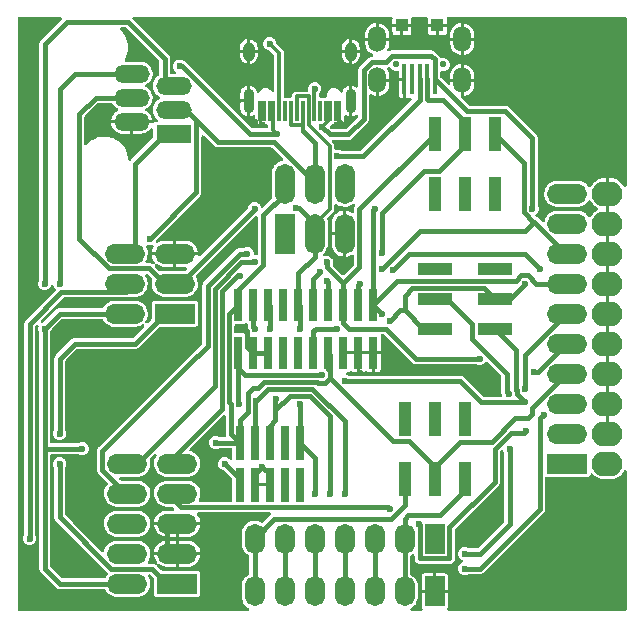
<source format=gtl>
G04 #@! TF.GenerationSoftware,KiCad,Pcbnew,6.0.5-a6ca702e91~116~ubuntu20.04.1*
G04 #@! TF.CreationDate,2022-05-18T13:30:29-07:00*
G04 #@! TF.ProjectId,tag-connect-breakout,7461672d-636f-46e6-9e65-63742d627265,rev?*
G04 #@! TF.SameCoordinates,Original*
G04 #@! TF.FileFunction,Copper,L1,Top*
G04 #@! TF.FilePolarity,Positive*
%FSLAX46Y46*%
G04 Gerber Fmt 4.6, Leading zero omitted, Abs format (unit mm)*
G04 Created by KiCad (PCBNEW 6.0.5-a6ca702e91~116~ubuntu20.04.1) date 2022-05-18 13:30:29*
%MOMM*%
%LPD*%
G01*
G04 APERTURE LIST*
G04 #@! TA.AperFunction,ComponentPad*
%ADD10O,1.700000X3.400000*%
G04 #@! TD*
G04 #@! TA.AperFunction,ComponentPad*
%ADD11R,1.700000X3.400000*%
G04 #@! TD*
G04 #@! TA.AperFunction,ComponentPad*
%ADD12O,3.000000X1.500000*%
G04 #@! TD*
G04 #@! TA.AperFunction,ComponentPad*
%ADD13R,3.000000X1.500000*%
G04 #@! TD*
G04 #@! TA.AperFunction,ComponentPad*
%ADD14O,1.700000X2.550000*%
G04 #@! TD*
G04 #@! TA.AperFunction,ComponentPad*
%ADD15R,1.700000X2.550000*%
G04 #@! TD*
G04 #@! TA.AperFunction,ComponentPad*
%ADD16R,3.400000X1.700000*%
G04 #@! TD*
G04 #@! TA.AperFunction,ComponentPad*
%ADD17O,3.400000X1.700000*%
G04 #@! TD*
G04 #@! TA.AperFunction,SMDPad,CuDef*
%ADD18R,3.000000X1.000000*%
G04 #@! TD*
G04 #@! TA.AperFunction,SMDPad,CuDef*
%ADD19R,1.000000X3.000000*%
G04 #@! TD*
G04 #@! TA.AperFunction,SMDPad,CuDef*
%ADD20R,0.762000X2.794000*%
G04 #@! TD*
G04 #@! TA.AperFunction,SMDPad,CuDef*
%ADD21R,0.300000X1.750000*%
G04 #@! TD*
G04 #@! TA.AperFunction,ComponentPad*
%ADD22O,0.900000X2.100000*%
G04 #@! TD*
G04 #@! TA.AperFunction,ComponentPad*
%ADD23O,1.000000X1.600000*%
G04 #@! TD*
G04 #@! TA.AperFunction,SMDPad,CuDef*
%ADD24R,1.100000X1.100000*%
G04 #@! TD*
G04 #@! TA.AperFunction,SMDPad,CuDef*
%ADD25R,0.400000X2.650000*%
G04 #@! TD*
G04 #@! TA.AperFunction,ComponentPad*
%ADD26C,0.550000*%
G04 #@! TD*
G04 #@! TA.AperFunction,ComponentPad*
%ADD27O,1.500000X2.200000*%
G04 #@! TD*
G04 #@! TA.AperFunction,SMDPad,CuDef*
%ADD28R,0.762000X2.997200*%
G04 #@! TD*
G04 #@! TA.AperFunction,ComponentPad*
%ADD29O,2.600000X2.100000*%
G04 #@! TD*
G04 #@! TA.AperFunction,ViaPad*
%ADD30C,0.600000*%
G04 #@! TD*
G04 #@! TA.AperFunction,Conductor*
%ADD31C,0.400000*%
G04 #@! TD*
G04 #@! TA.AperFunction,Conductor*
%ADD32C,0.300000*%
G04 #@! TD*
G04 APERTURE END LIST*
D10*
G04 #@! TO.P,J7,6,Pin_6*
G04 #@! TO.N,10-6*
X63500000Y-95670000D03*
G04 #@! TO.P,J7,5,Pin_5*
G04 #@! TO.N,10-3*
X63500000Y-99910000D03*
G04 #@! TO.P,J7,4,Pin_4*
G04 #@! TO.N,10-4*
X60960000Y-95670000D03*
G04 #@! TO.P,J7,3,Pin_3*
G04 #@! TO.N,6-3*
X60960000Y-99910000D03*
G04 #@! TO.P,J7,2,Pin_2*
G04 #@! TO.N,10-2*
X58420000Y-95670000D03*
D11*
G04 #@! TO.P,J7,1,Pin_1*
G04 #@! TO.N,10-1*
X58420000Y-99910000D03*
G04 #@! TD*
D12*
G04 #@! TO.P,J1,6,P6*
G04 #@! TO.N,10-1*
X45480000Y-86360000D03*
G04 #@! TO.P,J1,5,P5*
G04 #@! TO.N,10-2*
X49010000Y-87376000D03*
G04 #@! TO.P,J1,4,P4*
G04 #@! TO.N,6-3*
X45478000Y-88392000D03*
G04 #@! TO.P,J1,3,P3*
G04 #@! TO.N,10-4*
X49010000Y-89408000D03*
G04 #@! TO.P,J1,2,P2*
G04 #@! TO.N,10-3*
X45480000Y-90424000D03*
D13*
G04 #@! TO.P,J1,1,P1*
G04 #@! TO.N,10-6*
X49010000Y-91440000D03*
G04 #@! TD*
D14*
G04 #@! TO.P,J11,7,Pin_7*
G04 #@! TO.N,UART_DTR*
X55880000Y-125730000D03*
G04 #@! TO.P,J11,6,Pin_6*
G04 #@! TO.N,10-6*
X58420000Y-125730000D03*
G04 #@! TO.P,J11,5,Pin_5*
G04 #@! TO.N,6-3*
X60960000Y-125730000D03*
G04 #@! TO.P,J11,4,Pin_4*
G04 #@! TO.N,10-4*
X63500000Y-125730000D03*
G04 #@! TO.P,J11,3,Pin_3*
G04 #@! TO.N,/UART_VCC_SW*
X66040000Y-125730000D03*
G04 #@! TO.P,J11,2,Pin_2*
G04 #@! TO.N,UART_CTS*
X68580000Y-125730000D03*
D15*
G04 #@! TO.P,J11,1,Pin_1*
G04 #@! TO.N,10-3*
X71120000Y-125730000D03*
G04 #@! TD*
D16*
G04 #@! TO.P,J2,1,Pin_1*
G04 #@! TO.N,10-1*
X49317500Y-129540000D03*
D17*
G04 #@! TO.P,J2,2,Pin_2*
G04 #@! TO.N,10-2*
X45077500Y-129540000D03*
G04 #@! TO.P,J2,3,Pin_3*
G04 #@! TO.N,10-3*
X49317500Y-127000000D03*
G04 #@! TO.P,J2,4,Pin_4*
G04 #@! TO.N,10-4*
X45077500Y-127000000D03*
G04 #@! TO.P,J2,5,Pin_5*
G04 #@! TO.N,10-3*
X49317500Y-124460000D03*
G04 #@! TO.P,J2,6,Pin_6*
G04 #@! TO.N,10-6*
X45077500Y-124460000D03*
G04 #@! TO.P,J2,7,Pin_7*
G04 #@! TO.N,10-7*
X49317500Y-121920000D03*
G04 #@! TO.P,J2,8,Pin_8*
G04 #@! TO.N,10-8*
X45077500Y-121920000D03*
G04 #@! TO.P,J2,9,Pin_9*
G04 #@! TO.N,10-9*
X49317500Y-119380000D03*
G04 #@! TO.P,J2,10,Pin_10*
G04 #@! TO.N,10-10*
X45077500Y-119380000D03*
G04 #@! TD*
D18*
G04 #@! TO.P,SW3,4,A*
G04 #@! TO.N,JTAG_VCC*
X76200000Y-107950000D03*
G04 #@! TO.P,SW3,5,B*
G04 #@! TO.N,10-1*
X76200000Y-105410000D03*
G04 #@! TO.P,SW3,6,C*
G04 #@! TO.N,unconnected-(SW3-Pad6)*
X76200000Y-102870000D03*
G04 #@! TO.P,SW3,1,A*
G04 #@! TO.N,10-1*
X71120000Y-107950000D03*
G04 #@! TO.P,SW3,2,B*
G04 #@! TO.N,/UART_VCC_SW*
X71120000Y-105410000D03*
G04 #@! TO.P,SW3,3,C*
G04 #@! TO.N,unconnected-(SW3-Pad3)*
X71120000Y-102860000D03*
G04 #@! TD*
D19*
G04 #@! TO.P,SW2,4,A*
G04 #@! TO.N,unconnected-(SW2-Pad4)*
X73660000Y-115570000D03*
G04 #@! TO.P,SW2,5,B*
G04 #@! TO.N,unconnected-(SW2-Pad5)*
X71120000Y-115570000D03*
G04 #@! TO.P,SW2,6,C*
G04 #@! TO.N,unconnected-(SW2-Pad6)*
X68580000Y-115570000D03*
G04 #@! TO.P,SW2,1,A*
G04 #@! TO.N,UART_CTS*
X73660000Y-120650000D03*
G04 #@! TO.P,SW2,2,B*
G04 #@! TO.N,10-2*
X71120000Y-120650000D03*
G04 #@! TO.P,SW2,3,C*
G04 #@! TO.N,UART_DTR*
X68570000Y-120650000D03*
G04 #@! TD*
G04 #@! TO.P,SW1,3,C*
G04 #@! TO.N,10-10*
X76210000Y-91440000D03*
G04 #@! TO.P,SW1,2,B*
G04 #@! TO.N,6-3*
X73660000Y-91440000D03*
G04 #@! TO.P,SW1,1,A*
G04 #@! TO.N,10-8*
X71120000Y-91440000D03*
G04 #@! TO.P,SW1,6,C*
G04 #@! TO.N,unconnected-(SW1-Pad6)*
X76200000Y-96520000D03*
G04 #@! TO.P,SW1,5,B*
G04 #@! TO.N,unconnected-(SW1-Pad5)*
X73660000Y-96520000D03*
G04 #@! TO.P,SW1,4,A*
G04 #@! TO.N,unconnected-(SW1-Pad4)*
X71120000Y-96520000D03*
G04 #@! TD*
D20*
G04 #@! TO.P,J10,20,Pin_20*
G04 #@! TO.N,10-6*
X65913000Y-105918000D03*
G04 #@! TO.P,J10,19,Pin_19*
G04 #@! TO.N,10-3*
X65913000Y-109982000D03*
G04 #@! TO.P,J10,18,Pin_18*
G04 #@! TO.N,10-7*
X64643000Y-105918000D03*
G04 #@! TO.P,J10,17,Pin_17*
G04 #@! TO.N,10-3*
X64643000Y-109982000D03*
G04 #@! TO.P,J10,16,Pin_16*
G04 #@! TO.N,10-8*
X63373000Y-105918000D03*
G04 #@! TO.P,J10,15,Pin_15*
G04 #@! TO.N,10-3*
X63373000Y-109982000D03*
G04 #@! TO.P,J10,14,Pin_14*
G04 #@! TO.N,10-9*
X62103000Y-105918000D03*
G04 #@! TO.P,J10,13,Pin_13*
G04 #@! TO.N,10-2*
X62103000Y-109982000D03*
G04 #@! TO.P,J10,12,Pin_12*
G04 #@! TO.N,10-10*
X60833000Y-105918000D03*
G04 #@! TO.P,J10,11,Pin_11*
G04 #@! TO.N,10-1*
X60833000Y-109982000D03*
G04 #@! TO.P,J10,10,Pin_10*
G04 #@! TO.N,6-3*
X59563000Y-105918000D03*
G04 #@! TO.P,J10,9,Pin_9*
G04 #@! TO.N,unconnected-(J10-Pad9)*
X59563000Y-109982000D03*
G04 #@! TO.P,J10,8,Pin_8*
G04 #@! TO.N,unconnected-(J10-Pad8)*
X58293000Y-105918000D03*
G04 #@! TO.P,J10,7,Pin_7*
G04 #@! TO.N,unconnected-(J10-Pad7)*
X58293000Y-109982000D03*
G04 #@! TO.P,J10,6,Pin_6*
G04 #@! TO.N,10-6*
X57023000Y-105918000D03*
G04 #@! TO.P,J10,5,Pin_5*
G04 #@! TO.N,10-3*
X57023000Y-109982000D03*
G04 #@! TO.P,J10,4,Pin_4*
G04 #@! TO.N,10-4*
X55753000Y-105918000D03*
G04 #@! TO.P,J10,3,Pin_3*
G04 #@! TO.N,10-3*
X55753000Y-109982000D03*
G04 #@! TO.P,J10,2,Pin_2*
G04 #@! TO.N,10-2*
X54483000Y-105918000D03*
G04 #@! TO.P,J10,1,Pin_1*
G04 #@! TO.N,JTAG_VCC*
X54483000Y-109982000D03*
G04 #@! TD*
D14*
G04 #@! TO.P,J9,7,Pin_7*
G04 #@! TO.N,UART_DTR*
X55880000Y-130200000D03*
G04 #@! TO.P,J9,6,Pin_6*
G04 #@! TO.N,10-6*
X58420000Y-130200000D03*
G04 #@! TO.P,J9,5,Pin_5*
G04 #@! TO.N,6-3*
X60960000Y-130200000D03*
G04 #@! TO.P,J9,4,Pin_4*
G04 #@! TO.N,10-4*
X63500000Y-130200000D03*
G04 #@! TO.P,J9,3,Pin_3*
G04 #@! TO.N,/UART_VCC_SW*
X66040000Y-130200000D03*
G04 #@! TO.P,J9,2,Pin_2*
G04 #@! TO.N,UART_CTS*
X68580000Y-130200000D03*
D15*
G04 #@! TO.P,J9,1,Pin_1*
G04 #@! TO.N,10-3*
X71120000Y-130200000D03*
G04 #@! TD*
D21*
G04 #@! TO.P,J8,A12,GND*
G04 #@! TO.N,10-3*
X56340000Y-89510000D03*
G04 #@! TO.P,J8,B1,GND*
X56640000Y-89510000D03*
G04 #@! TO.P,J8,B4,VBUS*
G04 #@! TO.N,10-1*
X57440000Y-89510000D03*
G04 #@! TO.P,J8,A9,VBUS*
X57140000Y-89510000D03*
G04 #@! TO.P,J8,B9,VBUS*
X61940000Y-89510000D03*
G04 #@! TO.P,J8,A4,VBUS*
X62240000Y-89510000D03*
G04 #@! TO.P,J8,B12,GND*
G04 #@! TO.N,10-3*
X62740000Y-89510000D03*
G04 #@! TO.P,J8,A1,GND*
X63040000Y-89510000D03*
G04 #@! TO.P,J8,A6,D+*
G04 #@! TO.N,10-4*
X59940000Y-89510000D03*
G04 #@! TO.P,J8,A5,CC1*
G04 #@! TO.N,/USB_CC1*
X60940000Y-89510000D03*
G04 #@! TO.P,J8,B8,SBU2*
G04 #@! TO.N,unconnected-(J8-PadB8)*
X61440000Y-89510000D03*
G04 #@! TO.P,J8,B7,D-*
G04 #@! TO.N,6-3*
X60440000Y-89510000D03*
G04 #@! TO.P,J8,B5,CC2*
G04 #@! TO.N,/USB_CC2*
X57940000Y-89510000D03*
G04 #@! TO.P,J8,A8,SBU1*
G04 #@! TO.N,unconnected-(J8-PadA8)*
X58440000Y-89510000D03*
G04 #@! TO.P,J8,B6,D+*
G04 #@! TO.N,10-4*
X58940000Y-89510000D03*
G04 #@! TO.P,J8,A7,D-*
G04 #@! TO.N,6-3*
X59440000Y-89510000D03*
D22*
G04 #@! TO.P,J8,S1,SHIELD*
G04 #@! TO.N,10-3*
X55370000Y-88670000D03*
X64010000Y-88670000D03*
D23*
X55370000Y-84490000D03*
X64010000Y-84490000D03*
G04 #@! TD*
D24*
G04 #@! TO.P,J6,6,Shield*
G04 #@! TO.N,10-3*
X71350000Y-82280000D03*
X68350000Y-82280000D03*
D25*
G04 #@! TO.P,J6,3,D+*
G04 #@! TO.N,10-4*
X69850000Y-86840000D03*
D26*
G04 #@! TO.P,J6,LOCATE*
G04 #@! TO.N,N/C*
X71850000Y-85580000D03*
X67850000Y-85580000D03*
D25*
G04 #@! TO.P,J6,2,D-*
G04 #@! TO.N,6-3*
X70500000Y-86840000D03*
G04 #@! TO.P,J6,1,VBUS*
G04 #@! TO.N,10-1*
X71150000Y-86840000D03*
G04 #@! TO.P,J6,4,ID*
G04 #@! TO.N,unconnected-(J6-Pad4)*
X69200000Y-86840000D03*
G04 #@! TO.P,J6,5,GND*
G04 #@! TO.N,10-3*
X68550000Y-86840000D03*
D27*
G04 #@! TO.P,J6,6,Shield*
X73450000Y-83430000D03*
X66250000Y-83430000D03*
X66250000Y-86900000D03*
X73450000Y-86900000D03*
G04 #@! TD*
D17*
G04 #@! TO.P,J5,6,Pin_6*
G04 #@! TO.N,10-6*
X44870000Y-101600000D03*
G04 #@! TO.P,J5,5,Pin_5*
G04 #@! TO.N,10-3*
X49110000Y-101600000D03*
G04 #@! TO.P,J5,4,Pin_4*
G04 #@! TO.N,10-4*
X44870000Y-104140000D03*
G04 #@! TO.P,J5,3,Pin_3*
G04 #@! TO.N,6-3*
X49110000Y-104140000D03*
G04 #@! TO.P,J5,2,Pin_2*
G04 #@! TO.N,10-2*
X44870000Y-106680000D03*
D16*
G04 #@! TO.P,J5,1,Pin_1*
G04 #@! TO.N,10-1*
X49110000Y-106680000D03*
G04 #@! TD*
D28*
G04 #@! TO.P,J4,9,Pin_9*
G04 #@! TO.N,unconnected-(J4-Pad9)*
X59690000Y-121158000D03*
G04 #@! TO.P,J4,10,Pin_10*
G04 #@! TO.N,6-3*
X59690000Y-117602000D03*
G04 #@! TO.P,J4,7,Pin_7*
G04 #@! TO.N,unconnected-(J4-Pad7)*
X58420000Y-121158000D03*
G04 #@! TO.P,J4,8,Pin_8*
G04 #@! TO.N,unconnected-(J4-Pad8)*
X58420000Y-117602000D03*
G04 #@! TO.P,J4,5,Pin_5*
G04 #@! TO.N,10-3*
X57150000Y-121158000D03*
G04 #@! TO.P,J4,6,Pin_6*
G04 #@! TO.N,10-6*
X57150000Y-117602000D03*
G04 #@! TO.P,J4,3,Pin_3*
G04 #@! TO.N,10-3*
X55880000Y-121158000D03*
G04 #@! TO.P,J4,4,Pin_4*
G04 #@! TO.N,10-4*
X55880000Y-117602000D03*
G04 #@! TO.P,J4,1,Pin_1*
G04 #@! TO.N,JTAG_VCC*
X54610000Y-121158000D03*
G04 #@! TO.P,J4,2,Pin_2*
G04 #@! TO.N,10-2*
X54610000Y-117602000D03*
G04 #@! TD*
D29*
G04 #@! TO.P,J3,20,Pin_20*
G04 #@! TO.N,10-3*
X85740000Y-96520000D03*
D17*
G04 #@! TO.P,J3,19,Pin_19*
G04 #@! TO.N,unconnected-(J3-Pad19)*
X82350000Y-96520000D03*
D29*
G04 #@! TO.P,J3,18,Pin_18*
G04 #@! TO.N,10-3*
X85740000Y-99060000D03*
D17*
G04 #@! TO.P,J3,17,Pin_17*
G04 #@! TO.N,unconnected-(J3-Pad17)*
X82350000Y-99060000D03*
D29*
G04 #@! TO.P,J3,16,Pin_16*
G04 #@! TO.N,10-3*
X85740000Y-101600000D03*
D17*
G04 #@! TO.P,J3,15,Pin_15*
G04 #@! TO.N,10-10*
X82350000Y-101600000D03*
D29*
G04 #@! TO.P,J3,14,Pin_14*
G04 #@! TO.N,10-3*
X85740000Y-104140000D03*
D17*
G04 #@! TO.P,J3,13,Pin_13*
G04 #@! TO.N,10-6*
X82350000Y-104140000D03*
D29*
G04 #@! TO.P,J3,12,Pin_12*
G04 #@! TO.N,10-3*
X85740000Y-106680000D03*
D17*
G04 #@! TO.P,J3,11,Pin_11*
G04 #@! TO.N,10-7*
X82350000Y-106680000D03*
D29*
G04 #@! TO.P,J3,10,Pin_10*
G04 #@! TO.N,10-3*
X85740000Y-109220000D03*
D17*
G04 #@! TO.P,J3,9,Pin_9*
G04 #@! TO.N,10-4*
X82350000Y-109220000D03*
D29*
G04 #@! TO.P,J3,8,Pin_8*
G04 #@! TO.N,10-3*
X85740000Y-111760000D03*
D17*
G04 #@! TO.P,J3,7,Pin_7*
G04 #@! TO.N,10-2*
X82350000Y-111760000D03*
D29*
G04 #@! TO.P,J3,6,Pin_6*
G04 #@! TO.N,10-3*
X85740000Y-114300000D03*
D17*
G04 #@! TO.P,J3,5,Pin_5*
G04 #@! TO.N,10-8*
X82350000Y-114300000D03*
D29*
G04 #@! TO.P,J3,4,Pin_4*
G04 #@! TO.N,10-3*
X85740000Y-116840000D03*
D17*
G04 #@! TO.P,J3,3,Pin_3*
G04 #@! TO.N,unconnected-(J3-Pad3)*
X82350000Y-116840000D03*
D29*
G04 #@! TO.P,J3,2,Pin_2*
G04 #@! TO.N,unconnected-(J3-Pad2)*
X85740000Y-119380000D03*
D16*
G04 #@! TO.P,J3,1,Pin_1*
G04 #@! TO.N,JTAG_VCC*
X82350000Y-119380000D03*
G04 #@! TD*
D30*
G04 #@! TO.N,10-3*
X55880000Y-90424000D03*
X67564000Y-87884000D03*
G04 #@! TO.N,10-6*
X66675000Y-106680000D03*
G04 #@! TO.N,10-3*
X63500000Y-90805000D03*
G04 #@! TO.N,JTAG_VCC*
X63500000Y-112395000D03*
X61564044Y-111852869D03*
G04 #@! TO.N,10-1*
X78740000Y-104140000D03*
X79375000Y-97790000D03*
G04 #@! TO.N,10-3*
X56515000Y-119659400D03*
X64770000Y-111695500D03*
G04 #@! TO.N,10-10*
X66675000Y-102870000D03*
G04 #@! TO.N,6-3*
X59355464Y-97710498D03*
X55880000Y-97790000D03*
G04 #@! TO.N,10-1*
X62865000Y-107950000D03*
X67310000Y-107315000D03*
X49530000Y-85725000D03*
G04 #@! TO.N,6-3*
X66675000Y-101535500D03*
G04 #@! TO.N,10-4*
X62865000Y-93345000D03*
G04 #@! TO.N,10-1*
X61595946Y-90884466D03*
X57785000Y-91440000D03*
G04 #@! TO.N,6-3*
X59690000Y-114350902D03*
X59690000Y-107950000D03*
G04 #@! TO.N,10-8*
X61979297Y-102338540D03*
X55245000Y-101600000D03*
G04 #@! TO.N,10-9*
X54610000Y-103505000D03*
X61965913Y-103875913D03*
G04 #@! TO.N,10-10*
X61425726Y-103154918D03*
X55880000Y-102299500D03*
G04 #@! TO.N,10-2*
X41275000Y-118110000D03*
X52578000Y-117602000D03*
G04 #@! TO.N,10-7*
X78758758Y-113025707D03*
X67310000Y-123190000D03*
X69770498Y-124460000D03*
X78831474Y-116650717D03*
G04 #@! TO.N,10-3*
X54610000Y-107950000D03*
G04 #@! TO.N,10-6*
X57688899Y-113906017D03*
X57150000Y-107950000D03*
G04 #@! TO.N,10-4*
X55979990Y-114100015D03*
X55916961Y-107935881D03*
G04 #@! TO.N,JTAG_VCC*
X53340000Y-119380000D03*
X54580990Y-114300000D03*
G04 #@! TO.N,10-6*
X62230000Y-121920000D03*
G04 #@! TO.N,6-3*
X60960000Y-121920000D03*
G04 #@! TO.N,10-4*
X63500000Y-121920000D03*
G04 #@! TO.N,10-7*
X64770000Y-104140000D03*
X80074500Y-102870000D03*
X67569373Y-102964871D03*
G04 #@! TO.N,10-6*
X66040000Y-97790000D03*
G04 #@! TO.N,/USB_CC2*
X57150000Y-83820000D03*
G04 #@! TO.N,/USB_CC1*
X60960000Y-87630000D03*
G04 #@! TO.N,10-4*
X46990000Y-100330000D03*
G04 #@! TO.N,10-2*
X38100000Y-107950000D03*
X38100000Y-104140000D03*
G04 #@! TO.N,10-1*
X39370000Y-104140000D03*
X39370000Y-119380000D03*
X39370000Y-116840000D03*
G04 #@! TO.N,10-4*
X36830000Y-125730000D03*
G04 #@! TO.N,/UART_VCC_SW*
X77377385Y-113471499D03*
X77470000Y-118110000D03*
X73660000Y-127000000D03*
G04 #@! TO.N,10-8*
X74930000Y-110490000D03*
G04 #@! TO.N,JTAG_VCC*
X78804500Y-114170999D03*
G04 #@! TO.N,10-4*
X73660000Y-128270000D03*
X80333062Y-115227144D03*
X79550980Y-111643199D03*
G04 #@! TD*
D31*
G04 #@! TO.N,10-6*
X65913000Y-105918000D02*
X66675000Y-106680000D01*
G04 #@! TO.N,10-8*
X74930000Y-110490000D02*
X69495755Y-110490000D01*
G04 #@! TO.N,10-1*
X68215000Y-106410000D02*
X68580000Y-106410000D01*
G04 #@! TO.N,10-8*
X69495755Y-110490000D02*
X66955755Y-107950000D01*
G04 #@! TO.N,JTAG_VCC*
X76200000Y-107950000D02*
X78040499Y-109790499D01*
X78040499Y-109790499D02*
X78040499Y-113145368D01*
X78040499Y-113145368D02*
X78076886Y-113181755D01*
G04 #@! TO.N,10-8*
X63373000Y-107468755D02*
X63373000Y-105918000D01*
G04 #@! TO.N,JTAG_VCC*
X78076886Y-113181755D02*
X78076886Y-113443385D01*
G04 #@! TO.N,10-8*
X66955755Y-107950000D02*
X63854245Y-107950000D01*
G04 #@! TO.N,JTAG_VCC*
X78076886Y-113443385D02*
X78804500Y-114170999D01*
G04 #@! TO.N,10-8*
X63854245Y-107950000D02*
X63373000Y-107468755D01*
G04 #@! TO.N,10-1*
X67310000Y-107315000D02*
X68215000Y-106410000D01*
D32*
G04 #@! TO.N,10-3*
X63040000Y-90345000D02*
X63500000Y-90805000D01*
X63040000Y-89510000D02*
X63040000Y-90345000D01*
D31*
G04 #@! TO.N,10-1*
X70819501Y-84835479D02*
X67541608Y-84835479D01*
X71150000Y-86840000D02*
X71105479Y-86795479D01*
X71105479Y-86795479D02*
X71105479Y-85121457D01*
X66976607Y-85400480D02*
X65773854Y-85400480D01*
X65773854Y-85400480D02*
X65100480Y-86073854D01*
X65100480Y-86073854D02*
X65100480Y-90193765D01*
X63789744Y-91504501D02*
X62215981Y-91504501D01*
X62215981Y-91504501D02*
X61595946Y-90884466D01*
X67541608Y-84835479D02*
X66976607Y-85400480D01*
X71105479Y-85121457D02*
X70819501Y-84835479D01*
X65100480Y-90193765D02*
X63789744Y-91504501D01*
G04 #@! TO.N,10-7*
X72369511Y-124739511D02*
X76200000Y-120909022D01*
X69870489Y-127404511D02*
X72369511Y-127404511D01*
X76200000Y-120909022D02*
X76200000Y-118110000D01*
X76200000Y-118110000D02*
X77540979Y-116769021D01*
X77540979Y-116769021D02*
X78713170Y-116769021D01*
X69870489Y-124559991D02*
X69870489Y-127404511D01*
X78713170Y-116769021D02*
X78831474Y-116650717D01*
X69770498Y-124460000D02*
X69870489Y-124559991D01*
X72369511Y-127404511D02*
X72369511Y-124739511D01*
G04 #@! TO.N,10-4*
X57028114Y-113051891D02*
X55979990Y-114100015D01*
G04 #@! TO.N,10-2*
X71120000Y-119650000D02*
X68939511Y-117469511D01*
X79339511Y-115183325D02*
X78988325Y-115534511D01*
X78988325Y-115534511D02*
X77927653Y-115534511D01*
G04 #@! TO.N,10-6*
X57639489Y-115703889D02*
X57639489Y-113955427D01*
G04 #@! TO.N,10-2*
X77927653Y-115534511D02*
X75951675Y-117510489D01*
X55280490Y-113419735D02*
X55280490Y-115032910D01*
X55280490Y-115032910D02*
X54610000Y-115703400D01*
X79339511Y-114686675D02*
X79339511Y-115183325D01*
G04 #@! TO.N,10-4*
X55880000Y-117602000D02*
X55880000Y-114200005D01*
G04 #@! TO.N,/UART_VCC_SW*
X74300489Y-108849511D02*
X77200965Y-111749987D01*
X72120000Y-105410000D02*
X74300489Y-107590489D01*
X77200965Y-111749987D02*
X77200965Y-113295079D01*
G04 #@! TO.N,10-7*
X78758758Y-110194154D02*
X78758758Y-113025707D01*
X83200000Y-106680000D02*
X82272912Y-106680000D01*
G04 #@! TO.N,10-2*
X61174310Y-112452380D02*
X56670456Y-112452380D01*
G04 #@! TO.N,10-4*
X73660000Y-128270000D02*
X74930000Y-128270000D01*
G04 #@! TO.N,10-2*
X56670456Y-112452380D02*
X56128326Y-112994510D01*
G04 #@! TO.N,/UART_VCC_SW*
X77200965Y-113295079D02*
X77377385Y-113471499D01*
G04 #@! TO.N,10-2*
X62103000Y-109982000D02*
X62103000Y-111402580D01*
X67585266Y-117469511D02*
X62263545Y-112147790D01*
G04 #@! TO.N,/UART_VCC_SW*
X74300489Y-107590489D02*
X74300489Y-108849511D01*
G04 #@! TO.N,10-2*
X62263545Y-111563125D02*
X62263545Y-112142613D01*
G04 #@! TO.N,10-6*
X57639489Y-114867675D02*
X57639489Y-115703889D01*
G04 #@! TO.N,10-2*
X82266186Y-111760000D02*
X79339511Y-114686675D01*
G04 #@! TO.N,10-6*
X58855762Y-113651402D02*
X57639489Y-114867675D01*
G04 #@! TO.N,10-4*
X63500000Y-121920000D02*
X63500000Y-115779328D01*
G04 #@! TO.N,10-2*
X54610000Y-115703400D02*
X54610000Y-117602000D01*
X83200000Y-111760000D02*
X82266186Y-111760000D01*
G04 #@! TO.N,10-4*
X80010000Y-123190000D02*
X80010000Y-115550206D01*
G04 #@! TO.N,10-2*
X62103000Y-111402580D02*
X62263545Y-111563125D01*
X56128326Y-112994510D02*
X55705715Y-112994510D01*
X75951675Y-117510489D02*
X73259511Y-117510489D01*
G04 #@! TO.N,10-6*
X57639489Y-113955427D02*
X57688899Y-113906017D01*
G04 #@! TO.N,10-2*
X62263545Y-112147790D02*
X62263545Y-110142545D01*
X61274300Y-112552370D02*
X61174310Y-112452380D01*
G04 #@! TO.N,6-3*
X59690000Y-117602000D02*
X59690000Y-114350902D01*
G04 #@! TO.N,10-4*
X63500000Y-115779328D02*
X60772563Y-113051891D01*
G04 #@! TO.N,10-7*
X82272912Y-106680000D02*
X78758758Y-110194154D01*
G04 #@! TO.N,10-4*
X55880000Y-114200005D02*
X55979990Y-114100015D01*
X80010000Y-115550206D02*
X80333062Y-115227144D01*
G04 #@! TO.N,10-2*
X62263545Y-112142613D02*
X61853788Y-112552370D01*
G04 #@! TO.N,JTAG_VCC*
X54483000Y-111289022D02*
X55046847Y-111852869D01*
G04 #@! TO.N,10-6*
X62230000Y-121920000D02*
X62230000Y-115357164D01*
G04 #@! TO.N,10-2*
X61853788Y-112552370D02*
X61274300Y-112552370D01*
G04 #@! TO.N,10-6*
X62230000Y-115357164D02*
X60524238Y-113651402D01*
G04 #@! TO.N,/UART_VCC_SW*
X71120000Y-105410000D02*
X72120000Y-105410000D01*
G04 #@! TO.N,JTAG_VCC*
X55046847Y-111852869D02*
X61564044Y-111852869D01*
X54483000Y-109982000D02*
X54483000Y-111289022D01*
G04 #@! TO.N,10-2*
X62263545Y-110142545D02*
X62103000Y-109982000D01*
G04 #@! TO.N,10-4*
X60772563Y-113051891D02*
X57028114Y-113051891D01*
G04 #@! TO.N,10-2*
X55705715Y-112994510D02*
X55280490Y-113419735D01*
G04 #@! TO.N,10-4*
X74930000Y-128270000D02*
X80010000Y-123190000D01*
G04 #@! TO.N,10-6*
X60524238Y-113651402D02*
X58855762Y-113651402D01*
G04 #@! TO.N,10-2*
X73259511Y-117510489D02*
X71120000Y-119650000D01*
X68939511Y-117469511D02*
X67585266Y-117469511D01*
G04 #@! TO.N,JTAG_VCC*
X63500000Y-112395000D02*
X73284022Y-112395000D01*
X73284022Y-112395000D02*
X75060021Y-114170999D01*
X75060021Y-114170999D02*
X78804500Y-114170999D01*
G04 #@! TO.N,10-7*
X68934244Y-101600000D02*
X78804500Y-101600000D01*
G04 #@! TO.N,10-6*
X67920022Y-103910978D02*
X65913000Y-105918000D01*
G04 #@! TO.N,10-10*
X78675499Y-93905499D02*
X76210000Y-91440000D01*
G04 #@! TO.N,10-7*
X78804500Y-101600000D02*
X80074500Y-102870000D01*
X67569373Y-102964871D02*
X68934244Y-101600000D01*
G04 #@! TO.N,10-6*
X78450256Y-103440499D02*
X77979777Y-103910978D01*
G04 #@! TO.N,10-10*
X78675499Y-98079744D02*
X78675499Y-93905499D01*
G04 #@! TO.N,10-1*
X73850489Y-89540489D02*
X77109511Y-89540489D01*
G04 #@! TO.N,10-6*
X79729245Y-104140000D02*
X79029744Y-103440499D01*
G04 #@! TO.N,10-1*
X79375000Y-91805978D02*
X79375000Y-97790000D01*
X77109511Y-89540489D02*
X79375000Y-91805978D01*
G04 #@! TO.N,10-10*
X79553956Y-98881044D02*
X79476799Y-98881044D01*
G04 #@! TO.N,10-6*
X83200000Y-104140000D02*
X79729245Y-104140000D01*
X79029744Y-103440499D02*
X78450256Y-103440499D01*
X77979777Y-103910978D02*
X67920022Y-103910978D01*
G04 #@! TO.N,10-10*
X79476799Y-98881044D02*
X78675499Y-98079744D01*
G04 #@! TO.N,10-1*
X71150000Y-86840000D02*
X73850489Y-89540489D01*
X78740000Y-104140000D02*
X77470000Y-105410000D01*
X77470000Y-105410000D02*
X76200000Y-105410000D01*
G04 #@! TO.N,10-3*
X57150000Y-121158000D02*
X57150000Y-120294400D01*
X57150000Y-120294400D02*
X56515000Y-119659400D01*
X55880000Y-121158000D02*
X55880000Y-120294400D01*
X55880000Y-120294400D02*
X56515000Y-119659400D01*
G04 #@! TO.N,10-10*
X66675000Y-102870000D02*
X69850000Y-99695000D01*
G04 #@! TO.N,6-3*
X73660000Y-91440000D02*
X73660000Y-92440000D01*
X66675000Y-98165978D02*
X66675000Y-101535500D01*
X70225978Y-94615000D02*
X66675000Y-98165978D01*
X73660000Y-92440000D02*
X71485000Y-94615000D01*
X71485000Y-94615000D02*
X70225978Y-94615000D01*
G04 #@! TO.N,10-10*
X69850000Y-99695000D02*
X78740000Y-99695000D01*
X78740000Y-99695000D02*
X79553956Y-98881044D01*
X82272912Y-101600000D02*
X79553956Y-98881044D01*
G04 #@! TO.N,6-3*
X59610498Y-97710498D02*
X60960000Y-99060000D01*
X59355464Y-97710498D02*
X59610498Y-97710498D01*
X49530000Y-104140000D02*
X55880000Y-97790000D01*
X48260000Y-104140000D02*
X49530000Y-104140000D01*
G04 #@! TO.N,10-1*
X60833000Y-108185000D02*
X61068000Y-107950000D01*
X60833000Y-109982000D02*
X60833000Y-108185000D01*
X61068000Y-107950000D02*
X62865000Y-107950000D01*
G04 #@! TO.N,10-3*
X57023000Y-109982000D02*
X55753000Y-109982000D01*
G04 #@! TO.N,10-1*
X49530000Y-85725000D02*
X49734666Y-85725000D01*
X49734666Y-85725000D02*
X55449666Y-91440000D01*
X55449666Y-91440000D02*
X57785000Y-91440000D01*
G04 #@! TO.N,10-10*
X60833000Y-103747644D02*
X61425726Y-103154918D01*
G04 #@! TO.N,10-8*
X63373000Y-104121000D02*
X61979297Y-102727297D01*
X61979297Y-102727297D02*
X61979297Y-102338540D01*
G04 #@! TO.N,10-10*
X60833000Y-105918000D02*
X60833000Y-103747644D01*
G04 #@! TO.N,6-3*
X70500000Y-86840000D02*
X70500000Y-88514022D01*
X70500000Y-88514022D02*
X70550489Y-88564511D01*
X70550489Y-88564511D02*
X71784511Y-88564511D01*
X71784511Y-88564511D02*
X73660000Y-90440000D01*
X73660000Y-90440000D02*
X73660000Y-91440000D01*
D32*
X62215499Y-97804501D02*
X60960000Y-99060000D01*
X62215499Y-92509521D02*
X62215499Y-97804501D01*
D31*
G04 #@! TO.N,10-4*
X65070000Y-93345000D02*
X62865000Y-93345000D01*
D32*
G04 #@! TO.N,6-3*
X60440000Y-90734022D02*
X62215499Y-92509521D01*
X60440000Y-89510000D02*
X60440000Y-90734022D01*
D31*
G04 #@! TO.N,10-4*
X69850000Y-86840000D02*
X69850000Y-88565000D01*
X69850000Y-88565000D02*
X65070000Y-93345000D01*
D32*
G04 #@! TO.N,10-1*
X62240000Y-89510000D02*
X62240000Y-90240412D01*
X62240000Y-90240412D02*
X61595946Y-90884466D01*
D31*
G04 #@! TO.N,10-4*
X60960000Y-95592912D02*
X60960000Y-96520000D01*
X57506589Y-92139501D02*
X60960000Y-95592912D01*
X52758523Y-92139501D02*
X57506589Y-92139501D01*
X50909511Y-90290489D02*
X52758523Y-92139501D01*
D32*
G04 #@! TO.N,10-1*
X57440000Y-89510000D02*
X57440000Y-91095000D01*
X57440000Y-91095000D02*
X57785000Y-91440000D01*
D31*
G04 #@! TO.N,6-3*
X59690000Y-107950000D02*
X59690000Y-106045000D01*
X59690000Y-106045000D02*
X59563000Y-105918000D01*
G04 #@! TO.N,10-9*
X62103000Y-104013000D02*
X61965913Y-103875913D01*
X62103000Y-105918000D02*
X62103000Y-104013000D01*
X53102978Y-104802680D02*
X54400660Y-103505000D01*
G04 #@! TO.N,10-10*
X45927500Y-119380000D02*
X52503468Y-112804032D01*
G04 #@! TO.N,10-2*
X56579501Y-102589244D02*
X56579501Y-98360499D01*
G04 #@! TO.N,10-8*
X42977980Y-119897568D02*
X42977980Y-118312020D01*
G04 #@! TO.N,10-10*
X54758335Y-102299501D02*
X55880000Y-102299500D01*
G04 #@! TO.N,10-2*
X54483000Y-105918000D02*
X54483000Y-104685745D01*
G04 #@! TO.N,10-9*
X54400660Y-103505000D02*
X54610000Y-103505000D01*
G04 #@! TO.N,10-8*
X45000412Y-121920000D02*
X42977980Y-119897568D01*
G04 #@! TO.N,10-2*
X56579501Y-98360499D02*
X58420000Y-96520000D01*
G04 #@! TO.N,10-8*
X50165000Y-111125000D02*
X51903947Y-109386053D01*
X54610000Y-101600000D02*
X55245000Y-101600000D01*
G04 #@! TO.N,10-2*
X54483000Y-104685745D02*
X56579501Y-102589244D01*
G04 #@! TO.N,10-9*
X48467500Y-119380000D02*
X53102978Y-114744522D01*
G04 #@! TO.N,10-8*
X42977980Y-118312020D02*
X50165000Y-111125000D01*
X45927500Y-121920000D02*
X45000412Y-121920000D01*
G04 #@! TO.N,10-10*
X52503468Y-104554368D02*
X54758335Y-102299501D01*
X52503468Y-112804032D02*
X52503468Y-104554368D01*
G04 #@! TO.N,10-8*
X51903947Y-104306053D02*
X54610000Y-101600000D01*
G04 #@! TO.N,10-9*
X53102978Y-114744522D02*
X53102978Y-104802680D01*
G04 #@! TO.N,10-8*
X51903947Y-109386053D02*
X51903947Y-104306053D01*
G04 #@! TO.N,10-1*
X40640000Y-109220000D02*
X39370000Y-110490000D01*
X45720000Y-109220000D02*
X40640000Y-109220000D01*
G04 #@! TO.N,10-2*
X54610000Y-117602000D02*
X53881478Y-116873478D01*
X53702489Y-106698511D02*
X54483000Y-105918000D01*
X53881478Y-116873478D02*
X53881478Y-114317206D01*
X53881478Y-114317206D02*
X53702489Y-114138217D01*
G04 #@! TO.N,10-1*
X39370000Y-110490000D02*
X39370000Y-116840000D01*
X48260000Y-106680000D02*
X45720000Y-109220000D01*
G04 #@! TO.N,10-2*
X53702489Y-114138217D02*
X53702489Y-106698511D01*
G04 #@! TO.N,6-3*
X59563000Y-105918000D02*
X59563000Y-103277755D01*
X59563000Y-103277755D02*
X60960000Y-101880755D01*
X60960000Y-101880755D02*
X60960000Y-99060000D01*
G04 #@! TO.N,10-2*
X38100000Y-107950000D02*
X38100000Y-118110000D01*
X38100000Y-118110000D02*
X38100000Y-119380000D01*
X41275000Y-118110000D02*
X38100000Y-118110000D01*
X54610000Y-117602000D02*
X52578000Y-117602000D01*
G04 #@! TO.N,UART_DTR*
X68570000Y-120650000D02*
X68570000Y-122919245D01*
G04 #@! TO.N,UART_CTS*
X68580000Y-124055000D02*
X68580000Y-125730000D01*
G04 #@! TO.N,10-2*
X71120000Y-119650000D02*
X71120000Y-120650000D01*
G04 #@! TO.N,UART_DTR*
X57554520Y-124055480D02*
X55880000Y-125730000D01*
G04 #@! TO.N,UART_CTS*
X73660000Y-120650000D02*
X73660000Y-121650000D01*
X68874501Y-123760499D02*
X68580000Y-124055000D01*
X71549501Y-123760499D02*
X68874501Y-123760499D01*
G04 #@! TO.N,10-7*
X67176111Y-123056111D02*
X67310000Y-123190000D01*
X49603611Y-123056111D02*
X67176111Y-123056111D01*
G04 #@! TO.N,UART_CTS*
X73660000Y-121650000D02*
X71549501Y-123760499D01*
G04 #@! TO.N,10-7*
X48467500Y-121920000D02*
X49603611Y-123056111D01*
G04 #@! TO.N,UART_DTR*
X68570000Y-122919245D02*
X67433765Y-124055480D01*
X67433765Y-124055480D02*
X57554520Y-124055480D01*
G04 #@! TO.N,6-3*
X60960000Y-121920000D02*
X60960000Y-118872000D01*
X60960000Y-118872000D02*
X59690000Y-117602000D01*
G04 #@! TO.N,10-4*
X55753000Y-107771920D02*
X55916961Y-107935881D01*
X55753000Y-105918000D02*
X55753000Y-107771920D01*
G04 #@! TO.N,10-3*
X55753000Y-109982000D02*
X55263511Y-109492511D01*
X55263511Y-109492511D02*
X55263511Y-108185489D01*
X55263511Y-108185489D02*
X55028022Y-107950000D01*
X55028022Y-107950000D02*
X54610000Y-107950000D01*
G04 #@! TO.N,10-6*
X57150000Y-106045000D02*
X57023000Y-105918000D01*
X57150000Y-107950000D02*
X57150000Y-106045000D01*
G04 #@! TO.N,JTAG_VCC*
X54483000Y-114202010D02*
X54580990Y-114300000D01*
X54483000Y-109982000D02*
X54483000Y-114202010D01*
X54610000Y-121158000D02*
X54610000Y-120650000D01*
X54610000Y-120650000D02*
X53340000Y-119380000D01*
G04 #@! TO.N,10-6*
X57150000Y-116193378D02*
X57150000Y-117602000D01*
X57639489Y-115703889D02*
X57150000Y-116193378D01*
G04 #@! TO.N,UART_CTS*
X68580000Y-130200000D02*
X68580000Y-125730000D01*
G04 #@! TO.N,/UART_VCC_SW*
X66040000Y-130200000D02*
X66040000Y-125730000D01*
G04 #@! TO.N,10-4*
X63500000Y-130200000D02*
X63500000Y-125730000D01*
G04 #@! TO.N,6-3*
X60960000Y-130200000D02*
X60960000Y-125730000D01*
G04 #@! TO.N,10-6*
X58420000Y-130200000D02*
X58420000Y-125730000D01*
G04 #@! TO.N,UART_DTR*
X55880000Y-130200000D02*
X55880000Y-125730000D01*
G04 #@! TO.N,10-7*
X64770000Y-104140000D02*
X64643000Y-104267000D01*
X64643000Y-104267000D02*
X64643000Y-105918000D01*
G04 #@! TO.N,10-6*
X66040000Y-97790000D02*
X65913000Y-97917000D01*
X65913000Y-97917000D02*
X65913000Y-105918000D01*
G04 #@! TO.N,10-8*
X71120000Y-91440000D02*
X64749520Y-97810480D01*
X64749520Y-97810480D02*
X64749520Y-102744480D01*
X64749520Y-102744480D02*
X63373000Y-104121000D01*
X63373000Y-104121000D02*
X63373000Y-105918000D01*
G04 #@! TO.N,10-1*
X76200000Y-105410000D02*
X75300489Y-104510489D01*
X75300489Y-104510489D02*
X69220489Y-104510489D01*
X69220489Y-104510489D02*
X68580000Y-105150978D01*
X68580000Y-105150978D02*
X68580000Y-106410000D01*
X68580000Y-106410000D02*
X70120000Y-107950000D01*
X70120000Y-107950000D02*
X71120000Y-107950000D01*
G04 #@! TO.N,10-4*
X60960000Y-96520000D02*
X60960000Y-92210000D01*
X60960000Y-92210000D02*
X59940000Y-91190000D01*
D32*
X59940000Y-89510000D02*
X59940000Y-90420000D01*
X59939511Y-90734511D02*
X59940000Y-90734022D01*
X59940000Y-90420000D02*
X59940000Y-91190000D01*
X58940000Y-90734022D02*
X58940489Y-90734511D01*
X58940489Y-90734511D02*
X59939511Y-90734511D01*
X59940000Y-90734022D02*
X59940000Y-90420000D01*
G04 #@! TO.N,6-3*
X60440000Y-89510000D02*
X60440000Y-88285978D01*
X60440000Y-88285978D02*
X60439511Y-88285489D01*
X60439511Y-88285489D02*
X59440489Y-88285489D01*
X59440489Y-88285489D02*
X59440000Y-88285978D01*
X59440000Y-88285978D02*
X59440000Y-89510000D01*
G04 #@! TO.N,10-4*
X58940000Y-89510000D02*
X58940000Y-90734022D01*
G04 #@! TO.N,/USB_CC2*
X57940000Y-89510000D02*
X57940000Y-84610000D01*
X57940000Y-84610000D02*
X57150000Y-83820000D01*
G04 #@! TO.N,/USB_CC1*
X60940000Y-89510000D02*
X60940000Y-87650000D01*
X60940000Y-87650000D02*
X60960000Y-87630000D01*
D31*
G04 #@! TO.N,10-6*
X45720000Y-93980000D02*
X48260000Y-91440000D01*
G04 #@! TO.N,10-4*
X48260000Y-89408000D02*
X50027022Y-89408000D01*
G04 #@! TO.N,10-6*
X45720000Y-101600000D02*
X45720000Y-93980000D01*
G04 #@! TO.N,10-4*
X50027022Y-89408000D02*
X50909511Y-90290489D01*
X50909511Y-90290489D02*
X50909511Y-96410489D01*
X50909511Y-96410489D02*
X46990000Y-100330000D01*
G04 #@! TO.N,10-2*
X38100000Y-83820000D02*
X39957021Y-81962979D01*
X39957021Y-81962979D02*
X45132979Y-81962979D01*
X45132979Y-81962979D02*
X48260000Y-85090000D01*
X48260000Y-87376000D02*
X48260000Y-85090000D01*
X38100000Y-83820000D02*
X38100000Y-104140000D01*
G04 #@! TO.N,10-4*
X45020499Y-104839501D02*
X45720000Y-104140000D01*
X39518335Y-104839501D02*
X45020499Y-104839501D01*
X36830000Y-107527836D02*
X39518335Y-104839501D01*
X36830000Y-125730000D02*
X36830000Y-107527836D01*
G04 #@! TO.N,10-1*
X46230000Y-86360000D02*
X40640000Y-86360000D01*
X40640000Y-86360000D02*
X39370000Y-87630000D01*
X39370000Y-87630000D02*
X39370000Y-104140000D01*
G04 #@! TO.N,6-3*
X48260000Y-104140000D02*
X46969520Y-102849520D01*
X46969520Y-102849520D02*
X43502432Y-102849520D01*
X43502432Y-102849520D02*
X41005479Y-100352567D01*
X41005479Y-100352567D02*
X41005479Y-89804521D01*
X41005479Y-89804521D02*
X42418000Y-88392000D01*
X42418000Y-88392000D02*
X46228000Y-88392000D01*
G04 #@! TO.N,10-3*
X48467500Y-124460000D02*
X48467500Y-127000000D01*
G04 #@! TO.N,10-1*
X43750892Y-128290480D02*
X47217980Y-128290480D01*
X39370000Y-119380000D02*
X39370000Y-123909588D01*
X39370000Y-123909588D02*
X43750892Y-128290480D01*
X47217980Y-128290480D02*
X48467500Y-129540000D01*
G04 #@! TO.N,10-2*
X39370000Y-106680000D02*
X38100000Y-107950000D01*
X45720000Y-106680000D02*
X39370000Y-106680000D01*
X39370000Y-129540000D02*
X45927500Y-129540000D01*
X38100000Y-119380000D02*
X38100000Y-128270000D01*
X38100000Y-128270000D02*
X39370000Y-129540000D01*
G04 #@! TO.N,/UART_VCC_SW*
X74930000Y-127000000D02*
X73660000Y-127000000D01*
X77470000Y-118110000D02*
X77470000Y-124460000D01*
X77470000Y-124460000D02*
X74930000Y-127000000D01*
G04 #@! TO.N,10-4*
X82272912Y-109220000D02*
X79849713Y-111643199D01*
X79849713Y-111643199D02*
X79550980Y-111643199D01*
X83200000Y-109220000D02*
X82272912Y-109220000D01*
G04 #@! TO.N,10-10*
X83200000Y-101600000D02*
X82272912Y-101600000D01*
G04 #@! TD*
G04 #@! TA.AperFunction,Conductor*
G04 #@! TO.N,10-3*
G36*
X39506671Y-81554502D02*
G01*
X39553164Y-81608158D01*
X39563268Y-81678432D01*
X39533774Y-81743012D01*
X39527645Y-81749595D01*
X37802989Y-83474251D01*
X37791900Y-83484106D01*
X37764941Y-83505359D01*
X37759587Y-83513106D01*
X37731258Y-83554094D01*
X37728976Y-83557287D01*
X37693791Y-83604924D01*
X37691377Y-83611797D01*
X37687236Y-83617789D01*
X37684396Y-83626770D01*
X37669374Y-83674270D01*
X37668129Y-83677999D01*
X37648507Y-83733874D01*
X37648224Y-83741078D01*
X37648191Y-83741249D01*
X37646025Y-83748097D01*
X37645500Y-83754768D01*
X37645500Y-83807938D01*
X37645403Y-83812884D01*
X37643142Y-83870437D01*
X37645039Y-83877592D01*
X37645500Y-83885967D01*
X37645500Y-103778678D01*
X37625498Y-103846799D01*
X37621137Y-103853001D01*
X37620671Y-103853808D01*
X37615645Y-103860358D01*
X37612486Y-103867984D01*
X37612485Y-103867986D01*
X37581409Y-103943010D01*
X37559772Y-103995246D01*
X37558695Y-104003430D01*
X37558694Y-104003432D01*
X37553877Y-104040023D01*
X37540715Y-104140000D01*
X37541793Y-104148188D01*
X37558657Y-104276282D01*
X37559772Y-104284754D01*
X37562931Y-104292380D01*
X37611006Y-104408442D01*
X37615645Y-104419642D01*
X37652491Y-104467661D01*
X37678247Y-104501226D01*
X37704526Y-104535474D01*
X37711076Y-104540500D01*
X37711079Y-104540503D01*
X37813804Y-104619327D01*
X37820357Y-104624355D01*
X37955246Y-104680228D01*
X38100000Y-104699285D01*
X38108188Y-104698207D01*
X38236566Y-104681306D01*
X38244754Y-104680228D01*
X38379643Y-104624355D01*
X38386196Y-104619327D01*
X38488921Y-104540503D01*
X38488924Y-104540500D01*
X38495474Y-104535474D01*
X38521754Y-104501226D01*
X38547509Y-104467661D01*
X38584355Y-104419642D01*
X38588995Y-104408442D01*
X38618591Y-104336990D01*
X38663140Y-104281710D01*
X38730503Y-104259289D01*
X38799294Y-104276847D01*
X38847673Y-104328810D01*
X38851409Y-104336990D01*
X38881006Y-104408442D01*
X38885645Y-104419642D01*
X38922491Y-104467661D01*
X38948247Y-104501226D01*
X38974526Y-104535474D01*
X38981079Y-104540502D01*
X38986916Y-104546339D01*
X38984861Y-104548394D01*
X39018442Y-104594375D01*
X39022671Y-104665245D01*
X38988970Y-104726106D01*
X36532989Y-107182087D01*
X36521900Y-107191942D01*
X36494941Y-107213195D01*
X36484965Y-107227629D01*
X36461258Y-107261930D01*
X36458976Y-107265123D01*
X36423791Y-107312760D01*
X36421377Y-107319633D01*
X36417236Y-107325625D01*
X36405523Y-107362663D01*
X36399374Y-107382106D01*
X36398129Y-107385835D01*
X36378507Y-107441710D01*
X36378224Y-107448914D01*
X36378191Y-107449085D01*
X36376025Y-107455933D01*
X36375500Y-107462604D01*
X36375500Y-107515774D01*
X36375403Y-107520720D01*
X36373142Y-107578273D01*
X36375039Y-107585428D01*
X36375500Y-107593803D01*
X36375500Y-125368678D01*
X36355498Y-125436799D01*
X36351137Y-125443001D01*
X36350671Y-125443808D01*
X36345645Y-125450358D01*
X36289772Y-125585246D01*
X36270715Y-125730000D01*
X36289772Y-125874754D01*
X36345645Y-126009642D01*
X36434526Y-126125474D01*
X36441076Y-126130500D01*
X36441079Y-126130503D01*
X36543804Y-126209327D01*
X36550357Y-126214355D01*
X36685246Y-126270228D01*
X36830000Y-126289285D01*
X36838188Y-126288207D01*
X36966566Y-126271306D01*
X36974754Y-126270228D01*
X37109643Y-126214355D01*
X37116196Y-126209327D01*
X37218921Y-126130503D01*
X37218924Y-126130500D01*
X37225474Y-126125474D01*
X37314355Y-126009642D01*
X37370228Y-125874754D01*
X37389285Y-125730000D01*
X37370228Y-125585246D01*
X37314355Y-125450358D01*
X37309329Y-125443808D01*
X37305199Y-125436655D01*
X37306804Y-125435728D01*
X37284937Y-125379158D01*
X37284500Y-125368678D01*
X37284500Y-107768286D01*
X37304502Y-107700165D01*
X37321405Y-107679191D01*
X37369545Y-107631051D01*
X37431857Y-107597025D01*
X37502672Y-107602090D01*
X37559508Y-107644637D01*
X37584319Y-107711157D01*
X37575048Y-107768365D01*
X37562933Y-107797613D01*
X37562932Y-107797617D01*
X37559772Y-107805246D01*
X37558695Y-107813430D01*
X37558694Y-107813432D01*
X37544686Y-107919836D01*
X37540715Y-107950000D01*
X37541793Y-107958188D01*
X37556836Y-108072450D01*
X37559772Y-108094754D01*
X37562931Y-108102380D01*
X37609797Y-108215523D01*
X37615645Y-108229642D01*
X37620671Y-108236192D01*
X37624801Y-108243345D01*
X37623196Y-108244272D01*
X37645063Y-108300842D01*
X37645500Y-108311322D01*
X37645500Y-118043490D01*
X37644145Y-118055331D01*
X37644649Y-118055371D01*
X37643910Y-118064762D01*
X37641783Y-118073938D01*
X37642448Y-118083334D01*
X37642448Y-118083337D01*
X37645185Y-118121990D01*
X37645500Y-118130888D01*
X37645500Y-128235544D01*
X37644627Y-128250353D01*
X37640593Y-128284438D01*
X37642285Y-128293702D01*
X37642285Y-128293705D01*
X37651229Y-128342680D01*
X37651878Y-128346582D01*
X37659284Y-128395836D01*
X37660685Y-128405151D01*
X37663838Y-128411718D01*
X37665147Y-128418883D01*
X37692462Y-128471467D01*
X37694205Y-128474957D01*
X37719846Y-128528353D01*
X37724741Y-128533648D01*
X37724834Y-128533787D01*
X37728148Y-128540166D01*
X37732494Y-128545254D01*
X37770076Y-128582836D01*
X37773506Y-128586401D01*
X37812617Y-128628712D01*
X37819017Y-128632430D01*
X37825277Y-128638037D01*
X39024251Y-129837011D01*
X39034106Y-129848100D01*
X39055359Y-129875059D01*
X39063106Y-129880413D01*
X39063110Y-129880417D01*
X39104072Y-129908728D01*
X39107292Y-129911029D01*
X39147342Y-129940610D01*
X39147344Y-129940611D01*
X39154923Y-129946209D01*
X39161798Y-129948623D01*
X39167789Y-129952764D01*
X39176769Y-129955604D01*
X39224255Y-129970622D01*
X39228008Y-129971874D01*
X39283874Y-129991492D01*
X39291074Y-129991775D01*
X39291248Y-129991809D01*
X39298097Y-129993975D01*
X39304768Y-129994500D01*
X39357949Y-129994500D01*
X39362895Y-129994597D01*
X39420437Y-129996858D01*
X39427592Y-129994961D01*
X39435967Y-129994500D01*
X43139710Y-129994500D01*
X43207831Y-130014502D01*
X43254410Y-130068348D01*
X43255218Y-130070124D01*
X43265657Y-130093084D01*
X43269120Y-130097967D01*
X43269123Y-130097971D01*
X43326680Y-130179111D01*
X43387596Y-130264986D01*
X43539840Y-130410728D01*
X43544875Y-130413979D01*
X43711860Y-130521800D01*
X43711863Y-130521801D01*
X43716897Y-130525052D01*
X43912378Y-130603834D01*
X44035188Y-130627817D01*
X44114783Y-130643361D01*
X44114786Y-130643361D01*
X44119229Y-130644229D01*
X44124770Y-130644500D01*
X45980159Y-130644500D01*
X46137306Y-130629507D01*
X46160039Y-130622838D01*
X46333778Y-130571868D01*
X46339542Y-130570177D01*
X46422804Y-130527294D01*
X46521579Y-130476422D01*
X46521582Y-130476420D01*
X46526910Y-130473676D01*
X46593798Y-130421135D01*
X46687932Y-130347192D01*
X46687936Y-130347188D01*
X46692649Y-130343486D01*
X46696581Y-130338955D01*
X46826850Y-130188835D01*
X46826854Y-130188830D01*
X46830781Y-130184304D01*
X46936319Y-130001874D01*
X47005457Y-129802778D01*
X47017553Y-129719357D01*
X47034838Y-129600140D01*
X47034838Y-129600137D01*
X47035699Y-129594200D01*
X47025955Y-129383667D01*
X47022354Y-129368722D01*
X46977982Y-129184607D01*
X46977981Y-129184605D01*
X46976576Y-129178774D01*
X46954605Y-129130450D01*
X46891823Y-128992371D01*
X46889343Y-128986916D01*
X46885874Y-128982026D01*
X46885872Y-128982022D01*
X46858816Y-128943880D01*
X46835717Y-128876746D01*
X46852581Y-128807782D01*
X46904052Y-128758882D01*
X46961585Y-128744980D01*
X46977530Y-128744980D01*
X47045651Y-128764982D01*
X47066625Y-128781885D01*
X47326095Y-129041355D01*
X47360121Y-129103667D01*
X47363000Y-129130450D01*
X47363001Y-130415066D01*
X47370112Y-130450818D01*
X47373922Y-130469972D01*
X47377766Y-130489301D01*
X47434016Y-130573484D01*
X47518199Y-130629734D01*
X47592433Y-130644500D01*
X49317221Y-130644500D01*
X51042566Y-130644499D01*
X51078318Y-130637388D01*
X51104626Y-130632156D01*
X51104628Y-130632155D01*
X51116801Y-130629734D01*
X51127121Y-130622839D01*
X51127122Y-130622838D01*
X51190668Y-130580377D01*
X51200984Y-130573484D01*
X51257234Y-130489301D01*
X51272000Y-130415067D01*
X51271999Y-128664934D01*
X51264164Y-128625539D01*
X51259656Y-128602874D01*
X51259655Y-128602872D01*
X51257234Y-128590699D01*
X51233405Y-128555036D01*
X51207877Y-128516832D01*
X51200984Y-128506516D01*
X51116801Y-128450266D01*
X51042567Y-128435500D01*
X50720716Y-128435500D01*
X48057951Y-128435501D01*
X47989830Y-128415499D01*
X47968856Y-128398596D01*
X47658928Y-128088668D01*
X47624902Y-128026356D01*
X47629967Y-127955541D01*
X47672514Y-127898705D01*
X47739034Y-127873894D01*
X47808408Y-127888985D01*
X47816371Y-127893721D01*
X47952090Y-127981354D01*
X47962694Y-127986850D01*
X48146952Y-128061108D01*
X48158411Y-128064502D01*
X48354832Y-128102861D01*
X48363668Y-128103934D01*
X48366371Y-128104000D01*
X49172385Y-128104000D01*
X49187624Y-128099525D01*
X49188829Y-128098135D01*
X49190500Y-128090452D01*
X49190500Y-128085885D01*
X49444500Y-128085885D01*
X49448975Y-128101124D01*
X49450365Y-128102329D01*
X49458048Y-128104000D01*
X50217144Y-128104000D01*
X50223121Y-128103715D01*
X50371234Y-128089584D01*
X50382972Y-128087324D01*
X50573591Y-128031402D01*
X50584694Y-128026961D01*
X50761307Y-127936000D01*
X50771353Y-127929550D01*
X50927586Y-127806829D01*
X50936235Y-127798592D01*
X51066440Y-127648543D01*
X51073377Y-127638817D01*
X51172857Y-127466861D01*
X51177831Y-127455997D01*
X51243002Y-127268324D01*
X51245830Y-127256722D01*
X51262039Y-127144929D01*
X51260053Y-127130993D01*
X51246485Y-127127000D01*
X49462615Y-127127000D01*
X49447376Y-127131475D01*
X49446171Y-127132865D01*
X49444500Y-127140548D01*
X49444500Y-128085885D01*
X49190500Y-128085885D01*
X49190500Y-127145115D01*
X49186025Y-127129876D01*
X49184635Y-127128671D01*
X49176952Y-127127000D01*
X47386303Y-127127000D01*
X47371064Y-127131475D01*
X47370878Y-127131689D01*
X47368882Y-127142007D01*
X47369265Y-127150273D01*
X47370946Y-127162087D01*
X47417493Y-127355229D01*
X47421382Y-127366524D01*
X47503612Y-127547379D01*
X47509563Y-127557728D01*
X47625194Y-127720737D01*
X47648293Y-127787871D01*
X47631429Y-127856836D01*
X47579958Y-127905735D01*
X47510220Y-127919044D01*
X47447567Y-127894989D01*
X47440632Y-127889867D01*
X47433056Y-127884271D01*
X47426183Y-127881857D01*
X47420191Y-127877716D01*
X47363702Y-127859851D01*
X47359981Y-127858609D01*
X47304106Y-127838987D01*
X47296902Y-127838704D01*
X47296731Y-127838671D01*
X47289883Y-127836505D01*
X47283212Y-127835980D01*
X47230042Y-127835980D01*
X47225096Y-127835883D01*
X47224204Y-127835848D01*
X47167543Y-127833622D01*
X47160388Y-127835519D01*
X47152013Y-127835980D01*
X46938004Y-127835980D01*
X46869883Y-127815978D01*
X46823390Y-127762322D01*
X46813286Y-127692048D01*
X46832113Y-127645075D01*
X46830781Y-127644304D01*
X46902801Y-127519813D01*
X46936319Y-127461874D01*
X47005457Y-127262778D01*
X47020057Y-127162087D01*
X47034838Y-127060140D01*
X47034838Y-127060137D01*
X47035699Y-127054200D01*
X47026483Y-126855071D01*
X47372961Y-126855071D01*
X47374947Y-126869007D01*
X47388515Y-126873000D01*
X49172385Y-126873000D01*
X49187624Y-126868525D01*
X49188829Y-126867135D01*
X49190500Y-126859452D01*
X49190500Y-126854885D01*
X49444500Y-126854885D01*
X49448975Y-126870124D01*
X49450365Y-126871329D01*
X49458048Y-126873000D01*
X51248697Y-126873000D01*
X51263936Y-126868525D01*
X51264122Y-126868311D01*
X51266118Y-126857993D01*
X51265735Y-126849727D01*
X51264054Y-126837910D01*
X51217507Y-126644771D01*
X51213618Y-126633476D01*
X51131388Y-126452621D01*
X51125441Y-126442279D01*
X51010490Y-126280228D01*
X51002697Y-126271200D01*
X50859179Y-126133811D01*
X50849814Y-126126415D01*
X50682910Y-126018646D01*
X50672306Y-126013150D01*
X50488048Y-125938892D01*
X50476589Y-125935498D01*
X50280168Y-125897139D01*
X50271332Y-125896066D01*
X50268629Y-125896000D01*
X49462615Y-125896000D01*
X49447376Y-125900475D01*
X49446171Y-125901865D01*
X49444500Y-125909548D01*
X49444500Y-126854885D01*
X49190500Y-126854885D01*
X49190500Y-125914115D01*
X49186025Y-125898876D01*
X49184635Y-125897671D01*
X49176952Y-125896000D01*
X48417856Y-125896000D01*
X48411879Y-125896285D01*
X48263766Y-125910416D01*
X48252028Y-125912676D01*
X48061409Y-125968598D01*
X48050306Y-125973039D01*
X47873693Y-126064000D01*
X47863647Y-126070450D01*
X47707414Y-126193171D01*
X47698765Y-126201408D01*
X47568560Y-126351457D01*
X47561623Y-126361183D01*
X47462143Y-126533139D01*
X47457169Y-126544003D01*
X47391998Y-126731676D01*
X47389170Y-126743278D01*
X47372961Y-126855071D01*
X47026483Y-126855071D01*
X47025955Y-126843667D01*
X47005581Y-126759125D01*
X46977982Y-126644607D01*
X46977981Y-126644605D01*
X46976576Y-126638774D01*
X46961005Y-126604526D01*
X46917387Y-126508595D01*
X46889343Y-126446916D01*
X46777527Y-126289285D01*
X46770870Y-126279900D01*
X46770869Y-126279899D01*
X46767404Y-126275014D01*
X46658306Y-126170576D01*
X46619490Y-126133417D01*
X46615160Y-126129272D01*
X46517671Y-126066324D01*
X46443140Y-126018200D01*
X46443137Y-126018199D01*
X46438103Y-126014948D01*
X46242622Y-125936166D01*
X46066977Y-125901865D01*
X46040217Y-125896639D01*
X46040214Y-125896639D01*
X46035771Y-125895771D01*
X46030230Y-125895500D01*
X44174841Y-125895500D01*
X44017694Y-125910493D01*
X44011934Y-125912183D01*
X44011933Y-125912183D01*
X43934100Y-125935017D01*
X43815458Y-125969823D01*
X43810119Y-125972573D01*
X43633421Y-126063578D01*
X43633418Y-126063580D01*
X43628090Y-126066324D01*
X43577172Y-126106320D01*
X43467068Y-126192808D01*
X43467064Y-126192812D01*
X43462351Y-126196514D01*
X43458420Y-126201044D01*
X43458419Y-126201045D01*
X43328150Y-126351165D01*
X43328146Y-126351170D01*
X43324219Y-126355696D01*
X43218681Y-126538126D01*
X43149543Y-126737222D01*
X43148683Y-126743155D01*
X43146460Y-126758485D01*
X43116888Y-126823030D01*
X43057116Y-126861341D01*
X42986119Y-126861255D01*
X42932669Y-126829497D01*
X40508972Y-124405800D01*
X43119301Y-124405800D01*
X43129045Y-124616333D01*
X43139729Y-124660664D01*
X43176979Y-124815229D01*
X43178424Y-124821226D01*
X43180906Y-124826684D01*
X43180907Y-124826688D01*
X43211039Y-124892958D01*
X43265657Y-125013084D01*
X43387596Y-125184986D01*
X43474585Y-125268260D01*
X43535099Y-125326189D01*
X43539840Y-125330728D01*
X43544875Y-125333979D01*
X43711860Y-125441800D01*
X43711863Y-125441801D01*
X43716897Y-125445052D01*
X43912378Y-125523834D01*
X44035188Y-125547817D01*
X44114783Y-125563361D01*
X44114786Y-125563361D01*
X44119229Y-125564229D01*
X44124770Y-125564500D01*
X45980159Y-125564500D01*
X46137306Y-125549507D01*
X46149653Y-125545885D01*
X46333778Y-125491868D01*
X46339542Y-125490177D01*
X46422804Y-125447294D01*
X46521579Y-125396422D01*
X46521582Y-125396420D01*
X46526910Y-125393676D01*
X46603409Y-125333585D01*
X46687932Y-125267192D01*
X46687936Y-125267188D01*
X46692649Y-125263486D01*
X46711771Y-125241450D01*
X46826850Y-125108835D01*
X46826854Y-125108830D01*
X46830781Y-125104304D01*
X46936319Y-124921874D01*
X47005457Y-124722778D01*
X47012374Y-124675077D01*
X47022968Y-124602007D01*
X47368882Y-124602007D01*
X47369265Y-124610273D01*
X47370946Y-124622087D01*
X47417493Y-124815229D01*
X47421382Y-124826524D01*
X47503612Y-125007379D01*
X47509559Y-125017721D01*
X47624510Y-125179772D01*
X47632303Y-125188800D01*
X47775821Y-125326189D01*
X47785186Y-125333585D01*
X47952090Y-125441354D01*
X47962694Y-125446850D01*
X48146952Y-125521108D01*
X48158411Y-125524502D01*
X48354832Y-125562861D01*
X48363668Y-125563934D01*
X48366371Y-125564000D01*
X49172385Y-125564000D01*
X49187624Y-125559525D01*
X49188829Y-125558135D01*
X49190500Y-125550452D01*
X49190500Y-125545885D01*
X49444500Y-125545885D01*
X49448975Y-125561124D01*
X49450365Y-125562329D01*
X49458048Y-125564000D01*
X50217144Y-125564000D01*
X50223121Y-125563715D01*
X50371234Y-125549584D01*
X50382972Y-125547324D01*
X50573591Y-125491402D01*
X50584694Y-125486961D01*
X50761307Y-125396000D01*
X50771353Y-125389550D01*
X50927586Y-125266829D01*
X50936235Y-125258592D01*
X51066440Y-125108543D01*
X51073377Y-125098817D01*
X51172857Y-124926861D01*
X51177831Y-124915997D01*
X51243002Y-124728324D01*
X51245830Y-124716722D01*
X51262039Y-124604929D01*
X51260053Y-124590993D01*
X51246485Y-124587000D01*
X49462615Y-124587000D01*
X49447376Y-124591475D01*
X49446171Y-124592865D01*
X49444500Y-124600548D01*
X49444500Y-125545885D01*
X49190500Y-125545885D01*
X49190500Y-124605115D01*
X49186025Y-124589876D01*
X49184635Y-124588671D01*
X49176952Y-124587000D01*
X47386303Y-124587000D01*
X47371064Y-124591475D01*
X47370878Y-124591689D01*
X47368882Y-124602007D01*
X47022968Y-124602007D01*
X47034838Y-124520140D01*
X47034838Y-124520137D01*
X47035699Y-124514200D01*
X47025955Y-124303667D01*
X47018546Y-124272922D01*
X46977982Y-124104607D01*
X46977981Y-124104605D01*
X46976576Y-124098774D01*
X46959295Y-124060765D01*
X46891823Y-123912371D01*
X46889343Y-123906916D01*
X46792536Y-123770444D01*
X46770870Y-123739900D01*
X46770869Y-123739899D01*
X46767404Y-123735014D01*
X46615160Y-123589272D01*
X46534846Y-123537414D01*
X46443140Y-123478200D01*
X46443137Y-123478199D01*
X46438103Y-123474948D01*
X46242622Y-123396166D01*
X46108239Y-123369923D01*
X46040217Y-123356639D01*
X46040214Y-123356639D01*
X46035771Y-123355771D01*
X46030230Y-123355500D01*
X44174841Y-123355500D01*
X44017694Y-123370493D01*
X44011934Y-123372183D01*
X44011933Y-123372183D01*
X43943562Y-123392241D01*
X43815458Y-123429823D01*
X43810119Y-123432573D01*
X43633421Y-123523578D01*
X43633418Y-123523580D01*
X43628090Y-123526324D01*
X43613972Y-123537414D01*
X43467068Y-123652808D01*
X43467064Y-123652812D01*
X43462351Y-123656514D01*
X43458420Y-123661044D01*
X43458419Y-123661045D01*
X43328150Y-123811165D01*
X43328146Y-123811170D01*
X43324219Y-123815696D01*
X43218681Y-123998126D01*
X43149543Y-124197222D01*
X43148683Y-124203155D01*
X43148682Y-124203158D01*
X43122690Y-124382424D01*
X43119301Y-124405800D01*
X40508972Y-124405800D01*
X39861405Y-123758233D01*
X39827379Y-123695921D01*
X39824500Y-123669138D01*
X39824500Y-119741322D01*
X39844502Y-119673201D01*
X39848863Y-119666999D01*
X39849329Y-119666192D01*
X39854355Y-119659642D01*
X39858995Y-119648442D01*
X39904633Y-119538261D01*
X39910228Y-119524754D01*
X39913309Y-119501356D01*
X39928207Y-119388188D01*
X39929285Y-119380000D01*
X39910228Y-119235246D01*
X39875999Y-119152611D01*
X39857515Y-119107986D01*
X39857514Y-119107984D01*
X39854355Y-119100358D01*
X39792749Y-119020071D01*
X39770501Y-118991077D01*
X39770500Y-118991076D01*
X39765474Y-118984526D01*
X39758924Y-118979500D01*
X39758921Y-118979497D01*
X39656196Y-118900673D01*
X39656194Y-118900672D01*
X39649643Y-118895645D01*
X39514754Y-118839772D01*
X39370000Y-118820715D01*
X39361812Y-118821793D01*
X39233432Y-118838694D01*
X39233430Y-118838695D01*
X39225246Y-118839772D01*
X39204665Y-118848297D01*
X39097986Y-118892485D01*
X39097984Y-118892486D01*
X39090358Y-118895645D01*
X38974526Y-118984526D01*
X38885645Y-119100358D01*
X38882486Y-119107984D01*
X38882485Y-119107986D01*
X38864001Y-119152611D01*
X38829772Y-119235246D01*
X38810715Y-119380000D01*
X38811793Y-119388188D01*
X38826692Y-119501356D01*
X38829772Y-119524754D01*
X38835367Y-119538261D01*
X38881006Y-119648442D01*
X38885645Y-119659642D01*
X38890671Y-119666192D01*
X38894801Y-119673345D01*
X38893196Y-119674272D01*
X38915063Y-119730842D01*
X38915500Y-119741322D01*
X38915500Y-123875132D01*
X38914627Y-123889941D01*
X38910593Y-123924026D01*
X38912285Y-123933290D01*
X38912285Y-123933293D01*
X38921229Y-123982268D01*
X38921878Y-123986170D01*
X38929284Y-124035424D01*
X38930685Y-124044739D01*
X38933838Y-124051306D01*
X38935147Y-124058471D01*
X38962462Y-124111055D01*
X38964205Y-124114545D01*
X38989846Y-124167941D01*
X38994741Y-124173236D01*
X38994834Y-124173375D01*
X38998148Y-124179754D01*
X39002494Y-124184842D01*
X39040076Y-124222424D01*
X39043506Y-124225989D01*
X39082617Y-124268300D01*
X39089017Y-124272018D01*
X39095277Y-124277625D01*
X43405143Y-128587491D01*
X43414997Y-128598579D01*
X43429983Y-128617588D01*
X43456449Y-128683467D01*
X43443097Y-128753196D01*
X43426201Y-128778172D01*
X43324219Y-128895696D01*
X43321215Y-128900889D01*
X43250806Y-129022595D01*
X43199381Y-129071544D01*
X43141742Y-129085500D01*
X39610450Y-129085500D01*
X39542329Y-129065498D01*
X39521355Y-129048595D01*
X38591405Y-128118645D01*
X38557379Y-128056333D01*
X38554500Y-128029550D01*
X38554500Y-118690500D01*
X38574502Y-118622379D01*
X38628158Y-118575886D01*
X38680500Y-118564500D01*
X40913678Y-118564500D01*
X40981799Y-118584502D01*
X40988000Y-118588863D01*
X40988807Y-118589329D01*
X40995357Y-118594355D01*
X41002983Y-118597514D01*
X41002985Y-118597515D01*
X41122617Y-118647068D01*
X41130246Y-118650228D01*
X41275000Y-118669285D01*
X41283188Y-118668207D01*
X41411566Y-118651306D01*
X41419754Y-118650228D01*
X41554643Y-118594355D01*
X41561196Y-118589327D01*
X41663921Y-118510503D01*
X41663924Y-118510500D01*
X41670474Y-118505474D01*
X41680565Y-118492324D01*
X41754328Y-118396193D01*
X41759355Y-118389642D01*
X41772946Y-118356832D01*
X41806163Y-118276639D01*
X41815228Y-118254754D01*
X41817356Y-118238595D01*
X41832121Y-118126438D01*
X41834285Y-118110000D01*
X41823905Y-118031153D01*
X41816306Y-117973432D01*
X41816305Y-117973430D01*
X41815228Y-117965246D01*
X41779145Y-117878134D01*
X41762515Y-117837986D01*
X41762514Y-117837984D01*
X41759355Y-117830358D01*
X41701055Y-117754380D01*
X41675501Y-117721077D01*
X41675500Y-117721076D01*
X41670474Y-117714526D01*
X41663924Y-117709500D01*
X41663921Y-117709497D01*
X41561196Y-117630673D01*
X41561194Y-117630672D01*
X41554643Y-117625645D01*
X41419754Y-117569772D01*
X41275000Y-117550715D01*
X41266812Y-117551793D01*
X41138432Y-117568694D01*
X41138430Y-117568695D01*
X41130246Y-117569772D01*
X41119911Y-117574053D01*
X41002986Y-117622485D01*
X41002984Y-117622486D01*
X40995358Y-117625645D01*
X40988808Y-117630671D01*
X40981655Y-117634801D01*
X40980728Y-117633196D01*
X40924158Y-117655063D01*
X40913678Y-117655500D01*
X38680500Y-117655500D01*
X38612379Y-117635498D01*
X38565886Y-117581842D01*
X38554500Y-117529500D01*
X38554500Y-108311322D01*
X38574502Y-108243201D01*
X38578863Y-108236999D01*
X38579329Y-108236192D01*
X38584355Y-108229642D01*
X38587870Y-108221157D01*
X38637070Y-108102379D01*
X38637071Y-108102376D01*
X38640228Y-108094754D01*
X38641306Y-108086568D01*
X38643443Y-108078591D01*
X38645232Y-108079070D01*
X38669774Y-108023602D01*
X38676874Y-108015886D01*
X39521355Y-107171405D01*
X39583667Y-107137379D01*
X39610450Y-107134500D01*
X42932210Y-107134500D01*
X43000331Y-107154502D01*
X43046910Y-107208348D01*
X43058157Y-107233084D01*
X43061620Y-107237967D01*
X43061623Y-107237971D01*
X43163866Y-107382106D01*
X43180096Y-107404986D01*
X43274648Y-107495500D01*
X43321559Y-107540407D01*
X43332340Y-107550728D01*
X43337375Y-107553979D01*
X43504360Y-107661800D01*
X43504363Y-107661801D01*
X43509397Y-107665052D01*
X43704878Y-107743834D01*
X43836342Y-107769507D01*
X43907283Y-107783361D01*
X43907286Y-107783361D01*
X43911729Y-107784229D01*
X43917270Y-107784500D01*
X45772659Y-107784500D01*
X45929806Y-107769507D01*
X45952539Y-107762838D01*
X46126278Y-107711868D01*
X46132042Y-107710177D01*
X46215304Y-107667294D01*
X46314079Y-107616422D01*
X46314082Y-107616420D01*
X46319410Y-107613676D01*
X46359106Y-107582494D01*
X46361580Y-107580551D01*
X46427506Y-107554201D01*
X46497212Y-107567676D01*
X46548567Y-107616698D01*
X46565267Y-107685702D01*
X46542009Y-107752781D01*
X46528508Y-107768732D01*
X45568645Y-108728595D01*
X45506333Y-108762621D01*
X45479550Y-108765500D01*
X40674456Y-108765500D01*
X40659647Y-108764627D01*
X40634915Y-108761700D01*
X40625562Y-108760593D01*
X40616298Y-108762285D01*
X40616297Y-108762285D01*
X40567310Y-108771232D01*
X40563406Y-108771882D01*
X40504849Y-108780685D01*
X40498283Y-108783838D01*
X40491116Y-108785147D01*
X40443311Y-108809979D01*
X40438574Y-108812440D01*
X40435037Y-108814208D01*
X40381647Y-108839846D01*
X40376351Y-108844742D01*
X40376215Y-108844834D01*
X40369834Y-108848148D01*
X40364746Y-108852494D01*
X40327164Y-108890076D01*
X40323599Y-108893506D01*
X40281288Y-108932617D01*
X40277570Y-108939017D01*
X40271963Y-108945277D01*
X39072989Y-110144251D01*
X39061900Y-110154106D01*
X39034941Y-110175359D01*
X39029587Y-110183106D01*
X39001258Y-110224094D01*
X38998976Y-110227287D01*
X38963791Y-110274924D01*
X38961377Y-110281797D01*
X38957236Y-110287789D01*
X38945716Y-110324215D01*
X38939374Y-110344270D01*
X38938129Y-110347999D01*
X38918507Y-110403874D01*
X38918224Y-110411078D01*
X38918191Y-110411249D01*
X38916025Y-110418097D01*
X38915500Y-110424768D01*
X38915500Y-110477938D01*
X38915403Y-110482884D01*
X38913142Y-110540437D01*
X38915039Y-110547592D01*
X38915500Y-110555967D01*
X38915500Y-116478678D01*
X38895498Y-116546799D01*
X38891137Y-116553001D01*
X38890671Y-116553808D01*
X38885645Y-116560358D01*
X38829772Y-116695246D01*
X38810715Y-116840000D01*
X38811793Y-116848188D01*
X38827435Y-116967000D01*
X38829772Y-116984754D01*
X38849578Y-117032570D01*
X38878660Y-117102778D01*
X38885645Y-117119642D01*
X38914409Y-117157128D01*
X38965036Y-117223106D01*
X38974526Y-117235474D01*
X38981076Y-117240500D01*
X38981079Y-117240503D01*
X39074459Y-117312156D01*
X39090357Y-117324355D01*
X39225246Y-117380228D01*
X39370000Y-117399285D01*
X39378188Y-117398207D01*
X39506566Y-117381306D01*
X39514754Y-117380228D01*
X39649643Y-117324355D01*
X39665541Y-117312156D01*
X39758921Y-117240503D01*
X39758924Y-117240500D01*
X39765474Y-117235474D01*
X39774965Y-117223106D01*
X39825591Y-117157128D01*
X39854355Y-117119642D01*
X39861341Y-117102778D01*
X39890422Y-117032570D01*
X39910228Y-116984754D01*
X39912566Y-116967000D01*
X39928207Y-116848188D01*
X39929285Y-116840000D01*
X39910228Y-116695246D01*
X39854355Y-116560358D01*
X39849329Y-116553808D01*
X39845199Y-116546655D01*
X39846804Y-116545728D01*
X39824937Y-116489158D01*
X39824500Y-116478678D01*
X39824500Y-110730450D01*
X39844502Y-110662329D01*
X39861405Y-110641355D01*
X40791355Y-109711405D01*
X40853667Y-109677379D01*
X40880450Y-109674500D01*
X45685544Y-109674500D01*
X45700354Y-109675373D01*
X45734438Y-109679407D01*
X45743702Y-109677715D01*
X45743705Y-109677715D01*
X45792680Y-109668771D01*
X45796582Y-109668122D01*
X45845836Y-109660716D01*
X45845839Y-109660715D01*
X45855151Y-109659315D01*
X45861718Y-109656162D01*
X45868883Y-109654853D01*
X45921467Y-109627538D01*
X45924957Y-109625795D01*
X45978353Y-109600154D01*
X45983648Y-109595259D01*
X45983787Y-109595166D01*
X45990166Y-109591852D01*
X45995254Y-109587506D01*
X46032836Y-109549924D01*
X46036402Y-109546494D01*
X46048468Y-109535340D01*
X46078712Y-109507383D01*
X46082430Y-109500983D01*
X46088037Y-109494723D01*
X47761355Y-107821405D01*
X47823667Y-107787379D01*
X47850450Y-107784500D01*
X50513122Y-107784499D01*
X50835066Y-107784499D01*
X50872744Y-107777005D01*
X50897126Y-107772156D01*
X50897128Y-107772155D01*
X50909301Y-107769734D01*
X50919621Y-107762839D01*
X50919622Y-107762838D01*
X50983168Y-107720377D01*
X50993484Y-107713484D01*
X51049734Y-107629301D01*
X51064500Y-107555067D01*
X51064499Y-105804934D01*
X51057388Y-105769182D01*
X51052156Y-105742874D01*
X51052155Y-105742872D01*
X51049734Y-105730699D01*
X50993484Y-105646516D01*
X50909301Y-105590266D01*
X50835067Y-105575500D01*
X49110279Y-105575500D01*
X47384934Y-105575501D01*
X47349182Y-105582612D01*
X47322874Y-105587844D01*
X47322872Y-105587845D01*
X47310699Y-105590266D01*
X47300379Y-105597161D01*
X47300378Y-105597162D01*
X47273657Y-105615017D01*
X47226516Y-105646516D01*
X47170266Y-105730699D01*
X47155500Y-105804933D01*
X47155500Y-105811120D01*
X47155501Y-107089549D01*
X47135499Y-107157670D01*
X47118596Y-107178644D01*
X46822393Y-107474847D01*
X46760081Y-107508873D01*
X46689266Y-107503808D01*
X46632430Y-107461261D01*
X46607619Y-107394741D01*
X46624234Y-107322657D01*
X46725813Y-107147070D01*
X46728819Y-107141874D01*
X46797957Y-106942778D01*
X46808472Y-106870260D01*
X46827338Y-106740140D01*
X46827338Y-106740137D01*
X46828199Y-106734200D01*
X46818455Y-106523667D01*
X46794233Y-106423158D01*
X46770482Y-106324607D01*
X46770481Y-106324605D01*
X46769076Y-106318774D01*
X46753505Y-106284526D01*
X46708025Y-106184501D01*
X46681843Y-106126916D01*
X46559904Y-105955014D01*
X46407660Y-105809272D01*
X46305918Y-105743578D01*
X46235640Y-105698200D01*
X46235637Y-105698199D01*
X46230603Y-105694948D01*
X46035122Y-105616166D01*
X45900739Y-105589923D01*
X45832717Y-105576639D01*
X45832714Y-105576639D01*
X45828271Y-105575771D01*
X45822730Y-105575500D01*
X43967341Y-105575500D01*
X43810194Y-105590493D01*
X43804434Y-105592183D01*
X43804433Y-105592183D01*
X43642726Y-105639623D01*
X43607958Y-105649823D01*
X43560816Y-105674103D01*
X43425921Y-105743578D01*
X43425918Y-105743580D01*
X43420590Y-105746324D01*
X43415875Y-105750028D01*
X43259568Y-105872808D01*
X43259564Y-105872812D01*
X43254851Y-105876514D01*
X43250920Y-105881044D01*
X43250919Y-105881045D01*
X43120650Y-106031165D01*
X43120646Y-106031170D01*
X43116719Y-106035696D01*
X43113715Y-106040889D01*
X43043306Y-106162595D01*
X42991881Y-106211544D01*
X42934242Y-106225500D01*
X39404456Y-106225500D01*
X39389647Y-106224627D01*
X39364915Y-106221700D01*
X39355562Y-106220593D01*
X39346298Y-106222285D01*
X39346297Y-106222285D01*
X39297310Y-106231232D01*
X39293406Y-106231882D01*
X39234849Y-106240685D01*
X39228283Y-106243838D01*
X39221116Y-106245147D01*
X39195131Y-106258645D01*
X39168574Y-106272440D01*
X39165037Y-106274208D01*
X39111647Y-106299846D01*
X39106351Y-106304742D01*
X39106215Y-106304834D01*
X39099834Y-106308148D01*
X39094746Y-106312494D01*
X39057164Y-106350076D01*
X39053599Y-106353506D01*
X39011288Y-106392617D01*
X39007570Y-106399017D01*
X39001963Y-106405277D01*
X38034114Y-107373126D01*
X37971802Y-107407152D01*
X37964325Y-107408455D01*
X37963431Y-107408694D01*
X37955246Y-107409772D01*
X37947621Y-107412930D01*
X37947615Y-107412932D01*
X37918365Y-107425048D01*
X37847775Y-107432638D01*
X37784288Y-107400859D01*
X37748060Y-107339802D01*
X37750594Y-107268850D01*
X37781051Y-107219545D01*
X39669690Y-105330906D01*
X39732002Y-105296880D01*
X39758785Y-105294001D01*
X44986043Y-105294001D01*
X45000853Y-105294874D01*
X45034937Y-105298908D01*
X45044201Y-105297216D01*
X45044204Y-105297216D01*
X45093179Y-105288272D01*
X45097081Y-105287623D01*
X45146335Y-105280217D01*
X45146338Y-105280216D01*
X45155650Y-105278816D01*
X45162217Y-105275663D01*
X45169382Y-105274354D01*
X45199546Y-105258685D01*
X45257626Y-105244500D01*
X45772659Y-105244500D01*
X45929806Y-105229507D01*
X46049570Y-105194372D01*
X46126278Y-105171868D01*
X46132042Y-105170177D01*
X46215304Y-105127294D01*
X46314079Y-105076422D01*
X46314082Y-105076420D01*
X46319410Y-105073676D01*
X46395408Y-105013979D01*
X46480432Y-104947192D01*
X46480436Y-104947188D01*
X46485149Y-104943486D01*
X46508988Y-104916014D01*
X46619350Y-104788835D01*
X46619354Y-104788830D01*
X46623281Y-104784304D01*
X46728819Y-104601874D01*
X46797957Y-104402778D01*
X46799722Y-104390610D01*
X46827338Y-104200140D01*
X46827338Y-104200137D01*
X46828199Y-104194200D01*
X46818455Y-103983667D01*
X46794233Y-103883158D01*
X46770482Y-103784607D01*
X46770481Y-103784605D01*
X46769076Y-103778774D01*
X46755650Y-103749244D01*
X46689509Y-103603776D01*
X46681843Y-103586916D01*
X46622260Y-103502919D01*
X46599162Y-103435786D01*
X46616026Y-103366821D01*
X46667498Y-103317922D01*
X46725030Y-103304020D01*
X46729070Y-103304020D01*
X46797191Y-103324022D01*
X46818165Y-103340925D01*
X47170648Y-103693408D01*
X47204674Y-103755720D01*
X47200581Y-103823835D01*
X47184011Y-103871553D01*
X47184010Y-103871558D01*
X47182043Y-103877222D01*
X47181183Y-103883155D01*
X47181182Y-103883158D01*
X47161238Y-104020711D01*
X47151801Y-104085800D01*
X47161545Y-104296333D01*
X47210924Y-104501226D01*
X47213406Y-104506684D01*
X47213407Y-104506688D01*
X47253285Y-104594393D01*
X47298157Y-104693084D01*
X47420096Y-104864986D01*
X47507583Y-104948737D01*
X47566616Y-105005248D01*
X47572340Y-105010728D01*
X47577375Y-105013979D01*
X47744360Y-105121800D01*
X47744363Y-105121801D01*
X47749397Y-105125052D01*
X47944878Y-105203834D01*
X48044727Y-105223333D01*
X48147283Y-105243361D01*
X48147286Y-105243361D01*
X48151729Y-105244229D01*
X48157270Y-105244500D01*
X50012659Y-105244500D01*
X50169806Y-105229507D01*
X50289570Y-105194372D01*
X50366278Y-105171868D01*
X50372042Y-105170177D01*
X50455304Y-105127294D01*
X50554079Y-105076422D01*
X50554082Y-105076420D01*
X50559410Y-105073676D01*
X50635408Y-105013979D01*
X50720432Y-104947192D01*
X50720436Y-104947188D01*
X50725149Y-104943486D01*
X50748988Y-104916014D01*
X50859350Y-104788835D01*
X50859354Y-104788830D01*
X50863281Y-104784304D01*
X50968819Y-104601874D01*
X51037957Y-104402778D01*
X51039722Y-104390610D01*
X51067338Y-104200140D01*
X51067338Y-104200137D01*
X51068199Y-104194200D01*
X51058455Y-103983667D01*
X51034233Y-103883158D01*
X51010482Y-103784607D01*
X51010481Y-103784605D01*
X51009076Y-103778774D01*
X50995650Y-103749244D01*
X50929509Y-103603776D01*
X50921843Y-103586916D01*
X50902057Y-103559023D01*
X50878959Y-103491889D01*
X50895823Y-103422924D01*
X50915732Y-103397028D01*
X55909906Y-98402854D01*
X55972218Y-98368828D01*
X56043033Y-98373893D01*
X56099869Y-98416440D01*
X56124680Y-98482960D01*
X56125001Y-98491949D01*
X56125001Y-101628794D01*
X56104999Y-101696915D01*
X56051343Y-101743408D01*
X55982555Y-101753716D01*
X55912352Y-101744474D01*
X55847425Y-101715752D01*
X55808333Y-101656487D01*
X55804990Y-101616446D01*
X55803207Y-101616446D01*
X55803207Y-101608188D01*
X55804285Y-101600000D01*
X55795794Y-101535500D01*
X55786306Y-101463432D01*
X55786305Y-101463430D01*
X55785228Y-101455246D01*
X55747484Y-101364125D01*
X55732515Y-101327986D01*
X55732514Y-101327984D01*
X55729355Y-101320358D01*
X55669348Y-101242155D01*
X55645501Y-101211077D01*
X55645500Y-101211076D01*
X55640474Y-101204526D01*
X55633924Y-101199500D01*
X55633921Y-101199497D01*
X55531196Y-101120673D01*
X55531194Y-101120672D01*
X55524643Y-101115645D01*
X55389754Y-101059772D01*
X55245000Y-101040715D01*
X55236812Y-101041793D01*
X55108432Y-101058694D01*
X55108430Y-101058695D01*
X55100246Y-101059772D01*
X55077398Y-101069236D01*
X54972986Y-101112485D01*
X54972984Y-101112486D01*
X54965358Y-101115645D01*
X54958808Y-101120671D01*
X54951655Y-101124801D01*
X54950728Y-101123196D01*
X54894158Y-101145063D01*
X54883678Y-101145500D01*
X54644456Y-101145500D01*
X54629647Y-101144627D01*
X54604915Y-101141700D01*
X54595562Y-101140593D01*
X54586298Y-101142285D01*
X54586295Y-101142285D01*
X54537320Y-101151229D01*
X54533418Y-101151878D01*
X54484164Y-101159284D01*
X54484161Y-101159285D01*
X54474849Y-101160685D01*
X54468282Y-101163838D01*
X54461117Y-101165147D01*
X54408533Y-101192462D01*
X54405043Y-101194205D01*
X54351647Y-101219846D01*
X54346352Y-101224741D01*
X54346213Y-101224834D01*
X54339834Y-101228148D01*
X54334746Y-101232494D01*
X54297164Y-101270076D01*
X54293599Y-101273506D01*
X54251288Y-101312617D01*
X54247570Y-101319017D01*
X54241963Y-101325277D01*
X51606936Y-103960304D01*
X51595847Y-103970159D01*
X51568888Y-103991412D01*
X51560581Y-104003432D01*
X51535205Y-104040147D01*
X51532923Y-104043340D01*
X51497738Y-104090977D01*
X51495324Y-104097850D01*
X51491183Y-104103842D01*
X51479748Y-104140000D01*
X51473321Y-104160323D01*
X51472076Y-104164052D01*
X51452454Y-104219927D01*
X51452171Y-104227131D01*
X51452138Y-104227302D01*
X51449972Y-104234150D01*
X51449447Y-104240821D01*
X51449447Y-104293991D01*
X51449350Y-104298937D01*
X51447089Y-104356490D01*
X51448986Y-104363645D01*
X51449447Y-104372020D01*
X51449447Y-109145603D01*
X51429445Y-109213724D01*
X51412542Y-109234698D01*
X42680969Y-117966271D01*
X42669880Y-117976126D01*
X42642921Y-117997379D01*
X42637567Y-118005126D01*
X42609238Y-118046114D01*
X42606956Y-118049307D01*
X42571771Y-118096944D01*
X42569357Y-118103817D01*
X42565216Y-118109809D01*
X42552182Y-118151024D01*
X42547354Y-118166290D01*
X42546109Y-118170019D01*
X42526487Y-118225894D01*
X42526204Y-118233098D01*
X42526171Y-118233269D01*
X42524005Y-118240117D01*
X42523480Y-118246788D01*
X42523480Y-118299958D01*
X42523383Y-118304904D01*
X42521122Y-118362457D01*
X42523019Y-118369612D01*
X42523480Y-118377987D01*
X42523480Y-119863112D01*
X42522607Y-119877921D01*
X42518573Y-119912006D01*
X42520265Y-119921270D01*
X42520265Y-119921273D01*
X42529209Y-119970248D01*
X42529858Y-119974150D01*
X42537264Y-120023404D01*
X42538665Y-120032719D01*
X42541818Y-120039286D01*
X42543127Y-120046451D01*
X42570442Y-120099035D01*
X42572185Y-120102525D01*
X42597826Y-120155921D01*
X42602721Y-120161216D01*
X42602814Y-120161355D01*
X42606128Y-120167734D01*
X42610474Y-120172822D01*
X42648056Y-120210404D01*
X42651486Y-120213969D01*
X42690597Y-120256280D01*
X42696997Y-120259998D01*
X42703257Y-120265605D01*
X43421998Y-120984346D01*
X43456024Y-121046658D01*
X43450959Y-121117473D01*
X43428069Y-121156020D01*
X43324219Y-121275696D01*
X43218681Y-121458126D01*
X43149543Y-121657222D01*
X43148683Y-121663155D01*
X43148682Y-121663158D01*
X43129038Y-121798644D01*
X43119301Y-121865800D01*
X43129045Y-122076333D01*
X43178424Y-122281226D01*
X43180906Y-122286684D01*
X43180907Y-122286688D01*
X43196282Y-122320503D01*
X43265657Y-122473084D01*
X43387596Y-122644986D01*
X43539840Y-122790728D01*
X43544875Y-122793979D01*
X43711860Y-122901800D01*
X43711863Y-122901801D01*
X43716897Y-122905052D01*
X43912378Y-122983834D01*
X44009851Y-123002869D01*
X44114783Y-123023361D01*
X44114786Y-123023361D01*
X44119229Y-123024229D01*
X44124770Y-123024500D01*
X45980159Y-123024500D01*
X46137306Y-123009507D01*
X46151405Y-123005371D01*
X46333778Y-122951868D01*
X46339542Y-122950177D01*
X46422804Y-122907294D01*
X46521579Y-122856422D01*
X46521582Y-122856420D01*
X46526910Y-122853676D01*
X46602908Y-122793979D01*
X46687932Y-122727192D01*
X46687936Y-122727188D01*
X46692649Y-122723486D01*
X46731430Y-122678795D01*
X46826850Y-122568835D01*
X46826854Y-122568830D01*
X46830781Y-122564304D01*
X46936319Y-122381874D01*
X47005457Y-122182778D01*
X47006576Y-122175066D01*
X47034838Y-121980140D01*
X47034838Y-121980137D01*
X47035699Y-121974200D01*
X47025955Y-121763667D01*
X47024243Y-121756561D01*
X46977982Y-121564607D01*
X46977981Y-121564605D01*
X46976576Y-121558774D01*
X46889343Y-121366916D01*
X46767404Y-121195014D01*
X46615160Y-121049272D01*
X46531338Y-120995149D01*
X46443140Y-120938200D01*
X46443137Y-120938199D01*
X46438103Y-120934948D01*
X46242622Y-120856166D01*
X46108239Y-120829923D01*
X46040217Y-120816639D01*
X46040214Y-120816639D01*
X46035771Y-120815771D01*
X46030230Y-120815500D01*
X44590862Y-120815500D01*
X44522741Y-120795498D01*
X44501767Y-120778595D01*
X44422767Y-120699595D01*
X44388741Y-120637283D01*
X44393806Y-120566468D01*
X44436353Y-120509632D01*
X44502873Y-120484821D01*
X44511862Y-120484500D01*
X45980159Y-120484500D01*
X46137306Y-120469507D01*
X46160039Y-120462838D01*
X46333778Y-120411868D01*
X46339542Y-120410177D01*
X46422804Y-120367294D01*
X46521579Y-120316422D01*
X46521582Y-120316420D01*
X46526910Y-120313676D01*
X46594094Y-120260902D01*
X46687932Y-120187192D01*
X46687936Y-120187188D01*
X46692649Y-120183486D01*
X46757174Y-120109128D01*
X46826850Y-120028835D01*
X46826854Y-120028830D01*
X46830781Y-120024304D01*
X46936319Y-119841874D01*
X47005457Y-119642778D01*
X47006682Y-119634334D01*
X47034838Y-119440140D01*
X47034838Y-119440137D01*
X47035699Y-119434200D01*
X47025955Y-119223667D01*
X47002337Y-119125666D01*
X46984369Y-119051108D01*
X46987854Y-118980197D01*
X47017767Y-118932493D01*
X47365107Y-118585153D01*
X47427419Y-118551127D01*
X47498234Y-118556192D01*
X47555070Y-118598739D01*
X47579881Y-118665259D01*
X47563266Y-118737343D01*
X47520789Y-118810768D01*
X47458681Y-118918126D01*
X47389543Y-119117222D01*
X47388683Y-119123155D01*
X47388682Y-119123158D01*
X47365349Y-119284084D01*
X47359301Y-119325800D01*
X47369045Y-119536333D01*
X47418424Y-119741226D01*
X47420906Y-119746684D01*
X47420907Y-119746688D01*
X47436282Y-119780503D01*
X47505657Y-119933084D01*
X47627596Y-120104986D01*
X47779840Y-120250728D01*
X47784875Y-120253979D01*
X47951860Y-120361800D01*
X47951863Y-120361801D01*
X47956897Y-120365052D01*
X48152378Y-120443834D01*
X48275188Y-120467817D01*
X48354783Y-120483361D01*
X48354786Y-120483361D01*
X48359229Y-120484229D01*
X48364770Y-120484500D01*
X50220159Y-120484500D01*
X50377306Y-120469507D01*
X50400039Y-120462838D01*
X50573778Y-120411868D01*
X50579542Y-120410177D01*
X50662804Y-120367294D01*
X50761579Y-120316422D01*
X50761582Y-120316420D01*
X50766910Y-120313676D01*
X50834094Y-120260902D01*
X50927932Y-120187192D01*
X50927936Y-120187188D01*
X50932649Y-120183486D01*
X50997174Y-120109128D01*
X51066850Y-120028835D01*
X51066854Y-120028830D01*
X51070781Y-120024304D01*
X51176319Y-119841874D01*
X51245457Y-119642778D01*
X51246682Y-119634334D01*
X51274838Y-119440140D01*
X51274838Y-119440137D01*
X51275699Y-119434200D01*
X51265955Y-119223667D01*
X51264551Y-119217838D01*
X51217982Y-119024607D01*
X51217981Y-119024605D01*
X51216576Y-119018774D01*
X51203984Y-118991078D01*
X51151433Y-118875500D01*
X51129343Y-118826916D01*
X51017185Y-118668803D01*
X51010870Y-118659900D01*
X51010869Y-118659899D01*
X51007404Y-118655014D01*
X50855160Y-118509272D01*
X50780155Y-118460842D01*
X50683140Y-118398200D01*
X50683137Y-118398199D01*
X50678103Y-118394948D01*
X50482622Y-118316166D01*
X50456834Y-118311130D01*
X50393810Y-118278442D01*
X50358463Y-118216871D01*
X50362016Y-118145963D01*
X50391889Y-118098371D01*
X53211883Y-115278377D01*
X53274195Y-115244351D01*
X53345010Y-115249416D01*
X53401846Y-115291963D01*
X53426657Y-115358483D01*
X53426978Y-115367472D01*
X53426978Y-116839022D01*
X53426105Y-116853831D01*
X53422071Y-116887916D01*
X53423763Y-116897180D01*
X53423763Y-116897183D01*
X53432707Y-116946158D01*
X53433356Y-116950059D01*
X53441281Y-117002765D01*
X53431631Y-117073103D01*
X53385484Y-117127057D01*
X53316682Y-117147500D01*
X52939322Y-117147500D01*
X52871201Y-117127498D01*
X52865000Y-117123137D01*
X52864193Y-117122671D01*
X52857643Y-117117645D01*
X52850017Y-117114486D01*
X52850015Y-117114485D01*
X52730383Y-117064932D01*
X52722754Y-117061772D01*
X52578000Y-117042715D01*
X52569812Y-117043793D01*
X52441432Y-117060694D01*
X52441430Y-117060695D01*
X52433246Y-117061772D01*
X52405891Y-117073103D01*
X52305986Y-117114485D01*
X52305984Y-117114486D01*
X52298358Y-117117645D01*
X52182526Y-117206526D01*
X52093645Y-117322358D01*
X52037772Y-117457246D01*
X52036695Y-117465430D01*
X52036694Y-117465432D01*
X52032275Y-117499000D01*
X52018715Y-117602000D01*
X52019793Y-117610188D01*
X52034392Y-117721077D01*
X52037772Y-117746754D01*
X52040931Y-117754380D01*
X52090118Y-117873126D01*
X52093645Y-117881642D01*
X52138085Y-117939558D01*
X52159809Y-117967868D01*
X52182526Y-117997474D01*
X52189076Y-118002500D01*
X52189079Y-118002503D01*
X52291804Y-118081327D01*
X52298357Y-118086355D01*
X52433246Y-118142228D01*
X52578000Y-118161285D01*
X52586188Y-118160207D01*
X52714566Y-118143306D01*
X52722754Y-118142228D01*
X52730383Y-118139068D01*
X52850015Y-118089515D01*
X52850017Y-118089514D01*
X52857643Y-118086355D01*
X52864192Y-118081330D01*
X52871348Y-118077198D01*
X52872276Y-118078805D01*
X52928833Y-118056937D01*
X52939322Y-118056500D01*
X53848501Y-118056500D01*
X53916622Y-118076502D01*
X53963115Y-118130158D01*
X53974501Y-118182500D01*
X53974501Y-118924847D01*
X53954499Y-118992968D01*
X53900843Y-119039461D01*
X53830569Y-119049565D01*
X53765989Y-119020071D01*
X53748539Y-119001552D01*
X53740502Y-118991078D01*
X53740500Y-118991076D01*
X53735474Y-118984526D01*
X53728924Y-118979500D01*
X53728921Y-118979497D01*
X53626196Y-118900673D01*
X53626194Y-118900672D01*
X53619643Y-118895645D01*
X53484754Y-118839772D01*
X53340000Y-118820715D01*
X53331812Y-118821793D01*
X53203432Y-118838694D01*
X53203430Y-118838695D01*
X53195246Y-118839772D01*
X53174665Y-118848297D01*
X53067986Y-118892485D01*
X53067984Y-118892486D01*
X53060358Y-118895645D01*
X52944526Y-118984526D01*
X52855645Y-119100358D01*
X52852486Y-119107984D01*
X52852485Y-119107986D01*
X52834001Y-119152611D01*
X52799772Y-119235246D01*
X52780715Y-119380000D01*
X52781793Y-119388188D01*
X52796692Y-119501356D01*
X52799772Y-119524754D01*
X52805367Y-119538261D01*
X52851006Y-119648442D01*
X52855645Y-119659642D01*
X52860672Y-119666193D01*
X52918247Y-119741226D01*
X52944526Y-119775474D01*
X52951076Y-119780500D01*
X52951079Y-119780503D01*
X53053804Y-119859327D01*
X53060357Y-119864355D01*
X53195246Y-119920228D01*
X53203434Y-119921306D01*
X53211410Y-119923443D01*
X53210931Y-119925232D01*
X53266398Y-119949774D01*
X53274114Y-119956874D01*
X53937595Y-120620355D01*
X53971621Y-120682667D01*
X53974500Y-120709450D01*
X53974501Y-121626799D01*
X53974501Y-122475611D01*
X53954499Y-122543732D01*
X53900843Y-122590225D01*
X53848501Y-122601611D01*
X51267656Y-122601611D01*
X51199535Y-122581609D01*
X51153042Y-122527953D01*
X51142938Y-122457679D01*
X51158591Y-122412518D01*
X51176319Y-122381874D01*
X51245457Y-122182778D01*
X51246576Y-122175066D01*
X51274838Y-121980140D01*
X51274838Y-121980137D01*
X51275699Y-121974200D01*
X51265955Y-121763667D01*
X51264243Y-121756561D01*
X51217982Y-121564607D01*
X51217981Y-121564605D01*
X51216576Y-121558774D01*
X51129343Y-121366916D01*
X51007404Y-121195014D01*
X50855160Y-121049272D01*
X50771338Y-120995149D01*
X50683140Y-120938200D01*
X50683137Y-120938199D01*
X50678103Y-120934948D01*
X50482622Y-120856166D01*
X50348239Y-120829923D01*
X50280217Y-120816639D01*
X50280214Y-120816639D01*
X50275771Y-120815771D01*
X50270230Y-120815500D01*
X48414841Y-120815500D01*
X48257694Y-120830493D01*
X48055458Y-120889823D01*
X48050119Y-120892573D01*
X47873421Y-120983578D01*
X47873418Y-120983580D01*
X47868090Y-120986324D01*
X47845544Y-121004034D01*
X47707068Y-121112808D01*
X47707064Y-121112812D01*
X47702351Y-121116514D01*
X47698420Y-121121044D01*
X47698419Y-121121045D01*
X47568150Y-121271165D01*
X47568146Y-121271170D01*
X47564219Y-121275696D01*
X47458681Y-121458126D01*
X47389543Y-121657222D01*
X47388683Y-121663155D01*
X47388682Y-121663158D01*
X47369038Y-121798644D01*
X47359301Y-121865800D01*
X47369045Y-122076333D01*
X47418424Y-122281226D01*
X47420906Y-122286684D01*
X47420907Y-122286688D01*
X47436282Y-122320503D01*
X47505657Y-122473084D01*
X47627596Y-122644986D01*
X47779840Y-122790728D01*
X47784875Y-122793979D01*
X47951860Y-122901800D01*
X47951863Y-122901801D01*
X47956897Y-122905052D01*
X48152378Y-122983834D01*
X48249851Y-123002869D01*
X48354783Y-123023361D01*
X48354786Y-123023361D01*
X48359229Y-123024229D01*
X48364770Y-123024500D01*
X48877050Y-123024500D01*
X48945171Y-123044502D01*
X48966145Y-123061405D01*
X49045645Y-123140905D01*
X49079671Y-123203217D01*
X49074606Y-123274032D01*
X49032059Y-123330868D01*
X48965539Y-123355679D01*
X48956550Y-123356000D01*
X48417856Y-123356000D01*
X48411879Y-123356285D01*
X48263766Y-123370416D01*
X48252028Y-123372676D01*
X48061409Y-123428598D01*
X48050306Y-123433039D01*
X47873693Y-123524000D01*
X47863647Y-123530450D01*
X47707414Y-123653171D01*
X47698765Y-123661408D01*
X47568560Y-123811457D01*
X47561623Y-123821183D01*
X47462143Y-123993139D01*
X47457169Y-124004003D01*
X47391998Y-124191676D01*
X47389170Y-124203278D01*
X47372961Y-124315071D01*
X47374947Y-124329007D01*
X47388515Y-124333000D01*
X51248697Y-124333000D01*
X51263936Y-124328525D01*
X51264122Y-124328311D01*
X51266118Y-124317993D01*
X51265735Y-124309727D01*
X51264054Y-124297910D01*
X51217507Y-124104771D01*
X51213618Y-124093476D01*
X51131388Y-123912621D01*
X51125441Y-123902279D01*
X51010490Y-123740228D01*
X51002692Y-123731193D01*
X50998967Y-123727628D01*
X50963591Y-123666073D01*
X50967110Y-123595164D01*
X51008407Y-123537414D01*
X51074371Y-123511158D01*
X51086098Y-123510611D01*
X57152427Y-123510611D01*
X57220548Y-123530613D01*
X57267041Y-123584269D01*
X57277145Y-123654543D01*
X57247651Y-123719123D01*
X57237958Y-123729133D01*
X57195808Y-123768097D01*
X57192090Y-123774497D01*
X57186483Y-123780757D01*
X56618842Y-124348398D01*
X56556530Y-124382424D01*
X56485715Y-124377359D01*
X56466656Y-124368369D01*
X56341874Y-124296181D01*
X56142778Y-124227043D01*
X56136845Y-124226183D01*
X56136842Y-124226182D01*
X55940140Y-124197662D01*
X55940137Y-124197662D01*
X55934200Y-124196801D01*
X55723667Y-124206545D01*
X55717843Y-124207949D01*
X55717840Y-124207949D01*
X55524607Y-124254518D01*
X55524605Y-124254519D01*
X55518774Y-124255924D01*
X55513316Y-124258406D01*
X55513312Y-124258407D01*
X55471045Y-124277625D01*
X55326916Y-124343157D01*
X55155014Y-124465096D01*
X55102321Y-124520140D01*
X55033828Y-124591689D01*
X55009272Y-124617340D01*
X55006021Y-124622375D01*
X54937535Y-124728442D01*
X54894948Y-124794397D01*
X54816166Y-124989878D01*
X54792935Y-125108835D01*
X54784437Y-125152355D01*
X54775771Y-125196729D01*
X54775500Y-125202270D01*
X54775500Y-126207659D01*
X54790493Y-126364806D01*
X54849823Y-126567042D01*
X54852573Y-126572381D01*
X54940591Y-126743278D01*
X54946324Y-126754410D01*
X54950028Y-126759125D01*
X55072808Y-126915432D01*
X55072812Y-126915436D01*
X55076514Y-126920149D01*
X55081044Y-126924080D01*
X55081045Y-126924081D01*
X55231165Y-127054350D01*
X55231170Y-127054354D01*
X55235696Y-127058281D01*
X55240889Y-127061285D01*
X55362595Y-127131694D01*
X55411544Y-127183119D01*
X55425500Y-127240758D01*
X55425500Y-128687210D01*
X55405498Y-128755331D01*
X55351652Y-128801910D01*
X55326916Y-128813157D01*
X55322033Y-128816620D01*
X55322029Y-128816623D01*
X55203237Y-128900889D01*
X55155014Y-128935096D01*
X55009272Y-129087340D01*
X55006021Y-129092375D01*
X54946468Y-129184607D01*
X54894948Y-129264397D01*
X54816166Y-129459878D01*
X54775771Y-129666729D01*
X54775500Y-129672270D01*
X54775500Y-130677659D01*
X54790493Y-130834806D01*
X54849823Y-131037042D01*
X54852573Y-131042381D01*
X54903180Y-131140640D01*
X54946324Y-131224410D01*
X54950028Y-131229125D01*
X55072808Y-131385432D01*
X55072812Y-131385436D01*
X55076514Y-131390149D01*
X55081044Y-131394080D01*
X55081045Y-131394081D01*
X55231165Y-131524350D01*
X55231170Y-131524354D01*
X55235696Y-131528281D01*
X55240889Y-131531285D01*
X55343135Y-131590436D01*
X55392084Y-131641861D01*
X55405459Y-131711587D01*
X55379015Y-131777474D01*
X55321147Y-131818606D01*
X55280040Y-131825500D01*
X35940500Y-131825500D01*
X35872379Y-131805498D01*
X35825886Y-131751842D01*
X35814500Y-131699500D01*
X35814500Y-81660500D01*
X35834502Y-81592379D01*
X35888158Y-81545886D01*
X35940500Y-81534500D01*
X39438550Y-81534500D01*
X39506671Y-81554502D01*
G37*
G04 #@! TD.AperFunction*
G04 #@! TA.AperFunction,Conductor*
G36*
X76861675Y-118195251D02*
G01*
X76918511Y-118237798D01*
X76934051Y-118265088D01*
X76980817Y-118377987D01*
X76985645Y-118389642D01*
X76990672Y-118396193D01*
X76994801Y-118403345D01*
X76993196Y-118404272D01*
X77015063Y-118460842D01*
X77015500Y-118471322D01*
X77015500Y-124219550D01*
X76995498Y-124287671D01*
X76978595Y-124308645D01*
X74778645Y-126508595D01*
X74716333Y-126542621D01*
X74689550Y-126545500D01*
X74021322Y-126545500D01*
X73953201Y-126525498D01*
X73947000Y-126521137D01*
X73946193Y-126520671D01*
X73939643Y-126515645D01*
X73932017Y-126512486D01*
X73932015Y-126512485D01*
X73812383Y-126462932D01*
X73804754Y-126459772D01*
X73660000Y-126440715D01*
X73651812Y-126441793D01*
X73523432Y-126458694D01*
X73523430Y-126458695D01*
X73515246Y-126459772D01*
X73504469Y-126464236D01*
X73387986Y-126512485D01*
X73387984Y-126512486D01*
X73380358Y-126515645D01*
X73264526Y-126604526D01*
X73175645Y-126720358D01*
X73172486Y-126727984D01*
X73172485Y-126727986D01*
X73166202Y-126743155D01*
X73119772Y-126855246D01*
X73118695Y-126863430D01*
X73118694Y-126863432D01*
X73116651Y-126878949D01*
X73100715Y-127000000D01*
X73101793Y-127008188D01*
X73118053Y-127131694D01*
X73119772Y-127144754D01*
X73139578Y-127192570D01*
X73171006Y-127268442D01*
X73175645Y-127279642D01*
X73264526Y-127395474D01*
X73271076Y-127400500D01*
X73271079Y-127400503D01*
X73373804Y-127479327D01*
X73380357Y-127484355D01*
X73387986Y-127487515D01*
X73463010Y-127518591D01*
X73518290Y-127563140D01*
X73540711Y-127630503D01*
X73523153Y-127699294D01*
X73471190Y-127747673D01*
X73463010Y-127751409D01*
X73387986Y-127782485D01*
X73387984Y-127782486D01*
X73380358Y-127785645D01*
X73345202Y-127812621D01*
X73283637Y-127859862D01*
X73264526Y-127874526D01*
X73259503Y-127881072D01*
X73258901Y-127881857D01*
X73175645Y-127990358D01*
X73119772Y-128125246D01*
X73100715Y-128270000D01*
X73101793Y-128278188D01*
X73118508Y-128405151D01*
X73119772Y-128414754D01*
X73122931Y-128422380D01*
X73167373Y-128529671D01*
X73175645Y-128549642D01*
X73180672Y-128556193D01*
X73255900Y-128654232D01*
X73264526Y-128665474D01*
X73271076Y-128670500D01*
X73271079Y-128670503D01*
X73373804Y-128749327D01*
X73380357Y-128754355D01*
X73515246Y-128810228D01*
X73660000Y-128829285D01*
X73668188Y-128828207D01*
X73796566Y-128811306D01*
X73804754Y-128810228D01*
X73812383Y-128807068D01*
X73932015Y-128757515D01*
X73932017Y-128757514D01*
X73939643Y-128754355D01*
X73946192Y-128749330D01*
X73953348Y-128745198D01*
X73954276Y-128746805D01*
X74010833Y-128724937D01*
X74021322Y-128724500D01*
X74895544Y-128724500D01*
X74910354Y-128725373D01*
X74944438Y-128729407D01*
X74953702Y-128727715D01*
X74953705Y-128727715D01*
X75002680Y-128718771D01*
X75006582Y-128718122D01*
X75055836Y-128710716D01*
X75055839Y-128710715D01*
X75065151Y-128709315D01*
X75071718Y-128706162D01*
X75078883Y-128704853D01*
X75131467Y-128677538D01*
X75134957Y-128675795D01*
X75188353Y-128650154D01*
X75193648Y-128645259D01*
X75193787Y-128645166D01*
X75200166Y-128641852D01*
X75205254Y-128637506D01*
X75242836Y-128599924D01*
X75246402Y-128596494D01*
X75281798Y-128563774D01*
X75288712Y-128557383D01*
X75292430Y-128550983D01*
X75298037Y-128544723D01*
X80307011Y-123535749D01*
X80318100Y-123525894D01*
X80321038Y-123523578D01*
X80345059Y-123504641D01*
X80378742Y-123455906D01*
X80381024Y-123452713D01*
X80416209Y-123405076D01*
X80418623Y-123398203D01*
X80422764Y-123392211D01*
X80440629Y-123335722D01*
X80441880Y-123331973D01*
X80461493Y-123276126D01*
X80461776Y-123268922D01*
X80461809Y-123268751D01*
X80463975Y-123261903D01*
X80464500Y-123255232D01*
X80464500Y-123202062D01*
X80464597Y-123197116D01*
X80466488Y-123148973D01*
X80466858Y-123139563D01*
X80464961Y-123132408D01*
X80464500Y-123124030D01*
X80464500Y-120606119D01*
X80484502Y-120537998D01*
X80538158Y-120491505D01*
X80612689Y-120482820D01*
X80612702Y-120482686D01*
X80613319Y-120482747D01*
X80615085Y-120482541D01*
X80624933Y-120484500D01*
X82349721Y-120484500D01*
X84075066Y-120484499D01*
X84110818Y-120477388D01*
X84137126Y-120472156D01*
X84137128Y-120472155D01*
X84149301Y-120469734D01*
X84159621Y-120462839D01*
X84159622Y-120462838D01*
X84223168Y-120420377D01*
X84233484Y-120413484D01*
X84289734Y-120329301D01*
X84294303Y-120306331D01*
X84327211Y-120243421D01*
X84388906Y-120208290D01*
X84459801Y-120212091D01*
X84506977Y-120241818D01*
X84648281Y-120383122D01*
X84652789Y-120386279D01*
X84652792Y-120386281D01*
X84689334Y-120411868D01*
X84835259Y-120514046D01*
X84840241Y-120516369D01*
X84840246Y-120516372D01*
X85032709Y-120606119D01*
X85042130Y-120610512D01*
X85047438Y-120611934D01*
X85047440Y-120611935D01*
X85257296Y-120668165D01*
X85262611Y-120669589D01*
X85361972Y-120678282D01*
X85430320Y-120684262D01*
X85430327Y-120684262D01*
X85433044Y-120684500D01*
X86046956Y-120684500D01*
X86049673Y-120684262D01*
X86049680Y-120684262D01*
X86118028Y-120678282D01*
X86217389Y-120669589D01*
X86222704Y-120668165D01*
X86432560Y-120611935D01*
X86432562Y-120611934D01*
X86437870Y-120610512D01*
X86447291Y-120606119D01*
X86639754Y-120516372D01*
X86639759Y-120516369D01*
X86644741Y-120514046D01*
X86790666Y-120411868D01*
X86827208Y-120386281D01*
X86827211Y-120386279D01*
X86831719Y-120383122D01*
X86993122Y-120221719D01*
X87017299Y-120187192D01*
X87076574Y-120102538D01*
X87124046Y-120034742D01*
X87126369Y-120029760D01*
X87126372Y-120029755D01*
X87135305Y-120010597D01*
X87182222Y-119957312D01*
X87250500Y-119937851D01*
X87318460Y-119958393D01*
X87364525Y-120012416D01*
X87375500Y-120063847D01*
X87375500Y-131699500D01*
X87355498Y-131767621D01*
X87301842Y-131814114D01*
X87249500Y-131825500D01*
X72277016Y-131825500D01*
X72208895Y-131805498D01*
X72162402Y-131751842D01*
X72152298Y-131681568D01*
X72172251Y-131629498D01*
X72202368Y-131584425D01*
X72211684Y-131561934D01*
X72222793Y-131506085D01*
X72224000Y-131493830D01*
X72224000Y-130345115D01*
X72219525Y-130329876D01*
X72218135Y-130328671D01*
X72210452Y-130327000D01*
X70034116Y-130327000D01*
X70018877Y-130331475D01*
X70017672Y-130332865D01*
X70016001Y-130340548D01*
X70016001Y-131493828D01*
X70017209Y-131506088D01*
X70028315Y-131561931D01*
X70037633Y-131584427D01*
X70067749Y-131629498D01*
X70088964Y-131697251D01*
X70070181Y-131765718D01*
X70017364Y-131813161D01*
X69962984Y-131825500D01*
X69188790Y-131825500D01*
X69120669Y-131805498D01*
X69074176Y-131751842D01*
X69064072Y-131681568D01*
X69093566Y-131616988D01*
X69125980Y-131590271D01*
X69127626Y-131589325D01*
X69133084Y-131586843D01*
X69137972Y-131583376D01*
X69137975Y-131583374D01*
X69300100Y-131468370D01*
X69300101Y-131468369D01*
X69304986Y-131464904D01*
X69450728Y-131312660D01*
X69507710Y-131224410D01*
X69561800Y-131140640D01*
X69561801Y-131140637D01*
X69565052Y-131135603D01*
X69643834Y-130940122D01*
X69684229Y-130733271D01*
X69684500Y-130727730D01*
X69684500Y-130054885D01*
X70016000Y-130054885D01*
X70020475Y-130070124D01*
X70021865Y-130071329D01*
X70029548Y-130073000D01*
X70974885Y-130073000D01*
X70990124Y-130068525D01*
X70991329Y-130067135D01*
X70993000Y-130059452D01*
X70993000Y-130054885D01*
X71247000Y-130054885D01*
X71251475Y-130070124D01*
X71252865Y-130071329D01*
X71260548Y-130073000D01*
X72205884Y-130073000D01*
X72221123Y-130068525D01*
X72222328Y-130067135D01*
X72223999Y-130059452D01*
X72223999Y-128906172D01*
X72222791Y-128893912D01*
X72211685Y-128838069D01*
X72202367Y-128815573D01*
X72160017Y-128752192D01*
X72142808Y-128734983D01*
X72079425Y-128692632D01*
X72056934Y-128683316D01*
X72001085Y-128672207D01*
X71988830Y-128671000D01*
X71265115Y-128671000D01*
X71249876Y-128675475D01*
X71248671Y-128676865D01*
X71247000Y-128684548D01*
X71247000Y-130054885D01*
X70993000Y-130054885D01*
X70993000Y-128689116D01*
X70988525Y-128673877D01*
X70987135Y-128672672D01*
X70979452Y-128671001D01*
X70251172Y-128671001D01*
X70238912Y-128672209D01*
X70183069Y-128683315D01*
X70160573Y-128692633D01*
X70097192Y-128734983D01*
X70079983Y-128752192D01*
X70037632Y-128815575D01*
X70028316Y-128838066D01*
X70017207Y-128893915D01*
X70016000Y-128906170D01*
X70016000Y-130054885D01*
X69684500Y-130054885D01*
X69684500Y-129722341D01*
X69669507Y-129565194D01*
X69610177Y-129362958D01*
X69559415Y-129264397D01*
X69516422Y-129180921D01*
X69516420Y-129180918D01*
X69513676Y-129175590D01*
X69442909Y-129085500D01*
X69387192Y-129014568D01*
X69387188Y-129014564D01*
X69383486Y-129009851D01*
X69307462Y-128943880D01*
X69228835Y-128875650D01*
X69228830Y-128875646D01*
X69224304Y-128871719D01*
X69150954Y-128829285D01*
X69097405Y-128798306D01*
X69048456Y-128746881D01*
X69034500Y-128689242D01*
X69034500Y-127242790D01*
X69054502Y-127174669D01*
X69108348Y-127128090D01*
X69127627Y-127119324D01*
X69133084Y-127116843D01*
X69137967Y-127113380D01*
X69137971Y-127113377D01*
X69217089Y-127057254D01*
X69284223Y-127034156D01*
X69353188Y-127051020D01*
X69402087Y-127102492D01*
X69415989Y-127160024D01*
X69415989Y-127338001D01*
X69414634Y-127349842D01*
X69415138Y-127349882D01*
X69414399Y-127359273D01*
X69412272Y-127368449D01*
X69412937Y-127377845D01*
X69412937Y-127377848D01*
X69415674Y-127416501D01*
X69415989Y-127425399D01*
X69415989Y-127438660D01*
X69416688Y-127443312D01*
X69416689Y-127443320D01*
X69417624Y-127449540D01*
X69418709Y-127459371D01*
X69419462Y-127470001D01*
X69421924Y-127504777D01*
X69425323Y-127513562D01*
X69427218Y-127522043D01*
X69429774Y-127530351D01*
X69431174Y-127539662D01*
X69435250Y-127548151D01*
X69435251Y-127548153D01*
X69450874Y-127580687D01*
X69454803Y-127589767D01*
X69467836Y-127623456D01*
X69467840Y-127623463D01*
X69471236Y-127632241D01*
X69477064Y-127639634D01*
X69481364Y-127647172D01*
X69486257Y-127654371D01*
X69490335Y-127662864D01*
X69521238Y-127696294D01*
X69527646Y-127703796D01*
X69555848Y-127739570D01*
X69563596Y-127744925D01*
X69569940Y-127750882D01*
X69576717Y-127756312D01*
X69583106Y-127763223D01*
X69622481Y-127786095D01*
X69630818Y-127791386D01*
X69660530Y-127811921D01*
X69660534Y-127811923D01*
X69668278Y-127817275D01*
X69677256Y-127820114D01*
X69685066Y-127823940D01*
X69693143Y-127827138D01*
X69701286Y-127831868D01*
X69731999Y-127838987D01*
X69745645Y-127842150D01*
X69755189Y-127844761D01*
X69798586Y-127858486D01*
X69805257Y-127859011D01*
X69807724Y-127859011D01*
X69808666Y-127859048D01*
X69815848Y-127860012D01*
X69815860Y-127859862D01*
X69825251Y-127860601D01*
X69834427Y-127862728D01*
X69843823Y-127862063D01*
X69843826Y-127862063D01*
X69882479Y-127859326D01*
X69891377Y-127859011D01*
X72303001Y-127859011D01*
X72314842Y-127860366D01*
X72314882Y-127859862D01*
X72324273Y-127860601D01*
X72333449Y-127862728D01*
X72342845Y-127862063D01*
X72342848Y-127862063D01*
X72381501Y-127859326D01*
X72390399Y-127859011D01*
X72403660Y-127859011D01*
X72408312Y-127858312D01*
X72408320Y-127858311D01*
X72414540Y-127857376D01*
X72424371Y-127856291D01*
X72440416Y-127855155D01*
X72469777Y-127853076D01*
X72478562Y-127849677D01*
X72487043Y-127847782D01*
X72495351Y-127845226D01*
X72504662Y-127843826D01*
X72513151Y-127839750D01*
X72513153Y-127839749D01*
X72545687Y-127824126D01*
X72554767Y-127820197D01*
X72588456Y-127807164D01*
X72588463Y-127807160D01*
X72597241Y-127803764D01*
X72604634Y-127797936D01*
X72612172Y-127793636D01*
X72619371Y-127788743D01*
X72627864Y-127784665D01*
X72661294Y-127753762D01*
X72668796Y-127747354D01*
X72704570Y-127719152D01*
X72709925Y-127711404D01*
X72715882Y-127705060D01*
X72721312Y-127698283D01*
X72728223Y-127691894D01*
X72751095Y-127652519D01*
X72756386Y-127644182D01*
X72776921Y-127614470D01*
X72776923Y-127614466D01*
X72782275Y-127606722D01*
X72785114Y-127597744D01*
X72788940Y-127589934D01*
X72792138Y-127581857D01*
X72796868Y-127573714D01*
X72807150Y-127529355D01*
X72809761Y-127519813D01*
X72819975Y-127487515D01*
X72823486Y-127476414D01*
X72824011Y-127469743D01*
X72824011Y-127467276D01*
X72824048Y-127466334D01*
X72825012Y-127459152D01*
X72824862Y-127459140D01*
X72825601Y-127449749D01*
X72827728Y-127440573D01*
X72824326Y-127392521D01*
X72824011Y-127383623D01*
X72824011Y-124979961D01*
X72844013Y-124911840D01*
X72860916Y-124890866D01*
X76497011Y-121254771D01*
X76508100Y-121244916D01*
X76527662Y-121229494D01*
X76535059Y-121223663D01*
X76568753Y-121174912D01*
X76571026Y-121171732D01*
X76600609Y-121131680D01*
X76600610Y-121131679D01*
X76606208Y-121124099D01*
X76608621Y-121117227D01*
X76612764Y-121111233D01*
X76630635Y-121054725D01*
X76631886Y-121050976D01*
X76651492Y-120995149D01*
X76651775Y-120987946D01*
X76651808Y-120987777D01*
X76653975Y-120980925D01*
X76654500Y-120974254D01*
X76654500Y-120921074D01*
X76654597Y-120916127D01*
X76656858Y-120858585D01*
X76654961Y-120851430D01*
X76654500Y-120843055D01*
X76654500Y-118350450D01*
X76674502Y-118282329D01*
X76691405Y-118261355D01*
X76728548Y-118224212D01*
X76790860Y-118190186D01*
X76861675Y-118195251D01*
G37*
G04 #@! TD.AperFunction*
G04 #@! TA.AperFunction,Conductor*
G36*
X57219121Y-121051002D02*
G01*
X57265614Y-121104658D01*
X57277000Y-121157000D01*
X57277000Y-121159000D01*
X57256998Y-121227121D01*
X57203342Y-121273614D01*
X57151000Y-121285000D01*
X55879000Y-121285000D01*
X55810879Y-121264998D01*
X55764386Y-121211342D01*
X55753000Y-121159000D01*
X55753000Y-121157000D01*
X55773002Y-121088879D01*
X55826658Y-121042386D01*
X55879000Y-121031000D01*
X57151000Y-121031000D01*
X57219121Y-121051002D01*
G37*
G04 #@! TD.AperFunction*
G04 #@! TA.AperFunction,Conductor*
G36*
X67494501Y-81554502D02*
G01*
X67540994Y-81608158D01*
X67549959Y-81685083D01*
X67547207Y-81698920D01*
X67546000Y-81711170D01*
X67546000Y-82134885D01*
X67550475Y-82150124D01*
X67551865Y-82151329D01*
X67559548Y-82153000D01*
X69135884Y-82153000D01*
X69151123Y-82148525D01*
X69152328Y-82147135D01*
X69153999Y-82139452D01*
X69153999Y-81711172D01*
X69152791Y-81698912D01*
X69150040Y-81685079D01*
X69156369Y-81614365D01*
X69199924Y-81558299D01*
X69273619Y-81534500D01*
X70426380Y-81534500D01*
X70494501Y-81554502D01*
X70540994Y-81608158D01*
X70549959Y-81685083D01*
X70547207Y-81698920D01*
X70546000Y-81711170D01*
X70546000Y-82134885D01*
X70550475Y-82150124D01*
X70551865Y-82151329D01*
X70559548Y-82153000D01*
X72135884Y-82153000D01*
X72151123Y-82148525D01*
X72152328Y-82147135D01*
X72153999Y-82139452D01*
X72153999Y-81711172D01*
X72152791Y-81698912D01*
X72150040Y-81685079D01*
X72156369Y-81614365D01*
X72199924Y-81558299D01*
X72273619Y-81534500D01*
X87249500Y-81534500D01*
X87317621Y-81554502D01*
X87364114Y-81608158D01*
X87375500Y-81660500D01*
X87375500Y-95837338D01*
X87355498Y-95905459D01*
X87301842Y-95951952D01*
X87231568Y-95962056D01*
X87166988Y-95932562D01*
X87135305Y-95890588D01*
X87125934Y-95870491D01*
X87120456Y-95861005D01*
X86995897Y-95683115D01*
X86988843Y-95674708D01*
X86835292Y-95521157D01*
X86826885Y-95514103D01*
X86648995Y-95389544D01*
X86639509Y-95384066D01*
X86442680Y-95292283D01*
X86432388Y-95288537D01*
X86222615Y-95232329D01*
X86211822Y-95230426D01*
X86049659Y-95216238D01*
X86044194Y-95216000D01*
X85885115Y-95216000D01*
X85869876Y-95220475D01*
X85868671Y-95221865D01*
X85867000Y-95229548D01*
X85867000Y-116841000D01*
X85846998Y-116909121D01*
X85793342Y-116955614D01*
X85741000Y-116967000D01*
X85739000Y-116967000D01*
X85670879Y-116946998D01*
X85624386Y-116893342D01*
X85613000Y-116841000D01*
X85613000Y-95234115D01*
X85608525Y-95218876D01*
X85607135Y-95217671D01*
X85599452Y-95216000D01*
X85435806Y-95216000D01*
X85430341Y-95216238D01*
X85268178Y-95230426D01*
X85257385Y-95232329D01*
X85047612Y-95288537D01*
X85037320Y-95292283D01*
X84840491Y-95384066D01*
X84831005Y-95389544D01*
X84653115Y-95514103D01*
X84644708Y-95521157D01*
X84491159Y-95674706D01*
X84484103Y-95683114D01*
X84359546Y-95861000D01*
X84354059Y-95870504D01*
X84342279Y-95895767D01*
X84295363Y-95949053D01*
X84227086Y-95968515D01*
X84159126Y-95947974D01*
X84125315Y-95915419D01*
X84043376Y-95799907D01*
X84043370Y-95799900D01*
X84039904Y-95795014D01*
X83887660Y-95649272D01*
X83839165Y-95617959D01*
X83715640Y-95538200D01*
X83715637Y-95538199D01*
X83710603Y-95534948D01*
X83515122Y-95456166D01*
X83342360Y-95422428D01*
X83312717Y-95416639D01*
X83312714Y-95416639D01*
X83308271Y-95415771D01*
X83302730Y-95415500D01*
X81447341Y-95415500D01*
X81290194Y-95430493D01*
X81284434Y-95432183D01*
X81284433Y-95432183D01*
X81241815Y-95444686D01*
X81087958Y-95489823D01*
X81082619Y-95492573D01*
X80905921Y-95583578D01*
X80905918Y-95583580D01*
X80900590Y-95586324D01*
X80895875Y-95590028D01*
X80739568Y-95712808D01*
X80739564Y-95712812D01*
X80734851Y-95716514D01*
X80730920Y-95721044D01*
X80730919Y-95721045D01*
X80600650Y-95871165D01*
X80600646Y-95871170D01*
X80596719Y-95875696D01*
X80491181Y-96058126D01*
X80422043Y-96257222D01*
X80421183Y-96263155D01*
X80421182Y-96263158D01*
X80392662Y-96459860D01*
X80391801Y-96465800D01*
X80401545Y-96676333D01*
X80413305Y-96725130D01*
X80441154Y-96840685D01*
X80450924Y-96881226D01*
X80453406Y-96886684D01*
X80453407Y-96886688D01*
X80476456Y-96937381D01*
X80538157Y-97073084D01*
X80602864Y-97164304D01*
X80650738Y-97231793D01*
X80660096Y-97244986D01*
X80812340Y-97390728D01*
X80817375Y-97393979D01*
X80984360Y-97501800D01*
X80984363Y-97501801D01*
X80989397Y-97505052D01*
X81184878Y-97583834D01*
X81299295Y-97606178D01*
X81387283Y-97623361D01*
X81387286Y-97623361D01*
X81391729Y-97624229D01*
X81397270Y-97624500D01*
X83252659Y-97624500D01*
X83409806Y-97609507D01*
X83421154Y-97606178D01*
X83606278Y-97551868D01*
X83612042Y-97550177D01*
X83695304Y-97507294D01*
X83794079Y-97456422D01*
X83794082Y-97456420D01*
X83799410Y-97453676D01*
X83866366Y-97401081D01*
X83960432Y-97327192D01*
X83960436Y-97327188D01*
X83965149Y-97323486D01*
X83976268Y-97310673D01*
X84099350Y-97168835D01*
X84099354Y-97168830D01*
X84103281Y-97164304D01*
X84119720Y-97135888D01*
X84171145Y-97086939D01*
X84240870Y-97073564D01*
X84306758Y-97100008D01*
X84342978Y-97145732D01*
X84354063Y-97169504D01*
X84359544Y-97178995D01*
X84484103Y-97356885D01*
X84491157Y-97365292D01*
X84644708Y-97518843D01*
X84653115Y-97525897D01*
X84831005Y-97650456D01*
X84840491Y-97655934D01*
X84883105Y-97675805D01*
X84936390Y-97722722D01*
X84955851Y-97791000D01*
X84935309Y-97858960D01*
X84883105Y-97904195D01*
X84840491Y-97924066D01*
X84831005Y-97929544D01*
X84653115Y-98054103D01*
X84644708Y-98061157D01*
X84491159Y-98214706D01*
X84484103Y-98223114D01*
X84359546Y-98401000D01*
X84354059Y-98410504D01*
X84342279Y-98435767D01*
X84295363Y-98489053D01*
X84227086Y-98508515D01*
X84159126Y-98487974D01*
X84125315Y-98455419D01*
X84043376Y-98339907D01*
X84043370Y-98339900D01*
X84039904Y-98335014D01*
X83919209Y-98219474D01*
X83891990Y-98193417D01*
X83887660Y-98189272D01*
X83833616Y-98154376D01*
X83715640Y-98078200D01*
X83715637Y-98078199D01*
X83710603Y-98074948D01*
X83515122Y-97996166D01*
X83377068Y-97969206D01*
X83312717Y-97956639D01*
X83312714Y-97956639D01*
X83308271Y-97955771D01*
X83302730Y-97955500D01*
X81447341Y-97955500D01*
X81290194Y-97970493D01*
X81284434Y-97972183D01*
X81284433Y-97972183D01*
X81133341Y-98016509D01*
X81087958Y-98029823D01*
X81027119Y-98061157D01*
X80905921Y-98123578D01*
X80905918Y-98123580D01*
X80900590Y-98126324D01*
X80882360Y-98140644D01*
X80739568Y-98252808D01*
X80739564Y-98252812D01*
X80734851Y-98256514D01*
X80730920Y-98261044D01*
X80730919Y-98261045D01*
X80600650Y-98411165D01*
X80600646Y-98411170D01*
X80596719Y-98415696D01*
X80491181Y-98598126D01*
X80422043Y-98797222D01*
X80421183Y-98803155D01*
X80418960Y-98818485D01*
X80389388Y-98883030D01*
X80329616Y-98921341D01*
X80258619Y-98921255D01*
X80205169Y-98889497D01*
X79922368Y-98606696D01*
X79914949Y-98597361D01*
X79914565Y-98597689D01*
X79908449Y-98590528D01*
X79903464Y-98582535D01*
X79893302Y-98573717D01*
X79876929Y-98556554D01*
X79868597Y-98545985D01*
X79860564Y-98540433D01*
X79838669Y-98525300D01*
X79827728Y-98516814D01*
X79816321Y-98506916D01*
X79800241Y-98492962D01*
X79791629Y-98489154D01*
X79784298Y-98484502D01*
X79776607Y-98480430D01*
X79769032Y-98474835D01*
X79762159Y-98472421D01*
X79756167Y-98468280D01*
X79747188Y-98465440D01*
X79747183Y-98465438D01*
X79735842Y-98461852D01*
X79676923Y-98422242D01*
X79648771Y-98357065D01*
X79660326Y-98287015D01*
X79697129Y-98241754D01*
X79763921Y-98190503D01*
X79763924Y-98190500D01*
X79770474Y-98185474D01*
X79859355Y-98069642D01*
X79866566Y-98052235D01*
X79896066Y-97981015D01*
X79915228Y-97934754D01*
X79925248Y-97858648D01*
X79933207Y-97798188D01*
X79934285Y-97790000D01*
X79923829Y-97710576D01*
X79916306Y-97653432D01*
X79916305Y-97653430D01*
X79915228Y-97645246D01*
X79886266Y-97575326D01*
X79862515Y-97517986D01*
X79862514Y-97517984D01*
X79859355Y-97510358D01*
X79854328Y-97503807D01*
X79850199Y-97496655D01*
X79851804Y-97495728D01*
X79829937Y-97439158D01*
X79829500Y-97428678D01*
X79829500Y-91840434D01*
X79830373Y-91825625D01*
X79833300Y-91800893D01*
X79834407Y-91791540D01*
X79823768Y-91733285D01*
X79823118Y-91729382D01*
X79815715Y-91680139D01*
X79814315Y-91670827D01*
X79811162Y-91664261D01*
X79809853Y-91657094D01*
X79782560Y-91604552D01*
X79780792Y-91601015D01*
X79769052Y-91576568D01*
X79755154Y-91547625D01*
X79750258Y-91542329D01*
X79750166Y-91542193D01*
X79746852Y-91535812D01*
X79742506Y-91530724D01*
X79704924Y-91493142D01*
X79701494Y-91489576D01*
X79678773Y-91464997D01*
X79662383Y-91447266D01*
X79655983Y-91443548D01*
X79649723Y-91437941D01*
X77455260Y-89243478D01*
X77445405Y-89232389D01*
X77438942Y-89224191D01*
X77424152Y-89205430D01*
X77399273Y-89188235D01*
X77375417Y-89171747D01*
X77372224Y-89169465D01*
X77324587Y-89134280D01*
X77317714Y-89131866D01*
X77311722Y-89127725D01*
X77255233Y-89109860D01*
X77251512Y-89108618D01*
X77195637Y-89088996D01*
X77188433Y-89088713D01*
X77188262Y-89088680D01*
X77181414Y-89086514D01*
X77174743Y-89085989D01*
X77121573Y-89085989D01*
X77116627Y-89085892D01*
X77115735Y-89085857D01*
X77059074Y-89083631D01*
X77051919Y-89085528D01*
X77043544Y-89085989D01*
X74090939Y-89085989D01*
X74022818Y-89065987D01*
X74001844Y-89049084D01*
X73346259Y-88393499D01*
X73312233Y-88331187D01*
X73312977Y-88274407D01*
X73323000Y-88233517D01*
X73323000Y-88228107D01*
X73577000Y-88228107D01*
X73580929Y-88241487D01*
X73595144Y-88243478D01*
X73694658Y-88228428D01*
X73706964Y-88225269D01*
X73886409Y-88159246D01*
X73897817Y-88153681D01*
X74060323Y-88052923D01*
X74070379Y-88045179D01*
X74209306Y-87913803D01*
X74217606Y-87904187D01*
X74327270Y-87747570D01*
X74333470Y-87736476D01*
X74409405Y-87561001D01*
X74413244Y-87548898D01*
X74452659Y-87360233D01*
X74453904Y-87350647D01*
X74453912Y-87350479D01*
X74454000Y-87347143D01*
X74454000Y-87045115D01*
X74449525Y-87029876D01*
X74448135Y-87028671D01*
X74440452Y-87027000D01*
X73595115Y-87027000D01*
X73579876Y-87031475D01*
X73578671Y-87032865D01*
X73577000Y-87040548D01*
X73577000Y-88228107D01*
X73323000Y-88228107D01*
X73323000Y-87045115D01*
X73318525Y-87029876D01*
X73317135Y-87028671D01*
X73309452Y-87027000D01*
X72464115Y-87027000D01*
X72448876Y-87031475D01*
X72447671Y-87032865D01*
X72446000Y-87040548D01*
X72446000Y-87189050D01*
X72425998Y-87257171D01*
X72372342Y-87303664D01*
X72302068Y-87313768D01*
X72237488Y-87284274D01*
X72230905Y-87278145D01*
X71707645Y-86754885D01*
X72446000Y-86754885D01*
X72450475Y-86770124D01*
X72451865Y-86771329D01*
X72459548Y-86773000D01*
X73304885Y-86773000D01*
X73320124Y-86768525D01*
X73321329Y-86767135D01*
X73323000Y-86759452D01*
X73323000Y-86754885D01*
X73577000Y-86754885D01*
X73581475Y-86770124D01*
X73582865Y-86771329D01*
X73590548Y-86773000D01*
X74435885Y-86773000D01*
X74451124Y-86768525D01*
X74452329Y-86767135D01*
X74454000Y-86759452D01*
X74454000Y-86502219D01*
X74453677Y-86495844D01*
X74439211Y-86353426D01*
X74436657Y-86340986D01*
X74379482Y-86158541D01*
X74374473Y-86146853D01*
X74281779Y-85979628D01*
X74274535Y-85969205D01*
X74150103Y-85824029D01*
X74140905Y-85815270D01*
X73989822Y-85698078D01*
X73979062Y-85691354D01*
X73807498Y-85606934D01*
X73795591Y-85602506D01*
X73610569Y-85554312D01*
X73598012Y-85552368D01*
X73595091Y-85552215D01*
X73579638Y-85555886D01*
X73579583Y-85555943D01*
X73577000Y-85566482D01*
X73577000Y-86754885D01*
X73323000Y-86754885D01*
X73323000Y-85571893D01*
X73319071Y-85558513D01*
X73304856Y-85556522D01*
X73205342Y-85571572D01*
X73193036Y-85574731D01*
X73013591Y-85640754D01*
X73002183Y-85646319D01*
X72839677Y-85747077D01*
X72829621Y-85754821D01*
X72690694Y-85886197D01*
X72682394Y-85895813D01*
X72572730Y-86052430D01*
X72566530Y-86063524D01*
X72490595Y-86238999D01*
X72486756Y-86251102D01*
X72447341Y-86439767D01*
X72446096Y-86449353D01*
X72446088Y-86449521D01*
X72446000Y-86452857D01*
X72446000Y-86754885D01*
X71707645Y-86754885D01*
X71641404Y-86688644D01*
X71607378Y-86626332D01*
X71604499Y-86599549D01*
X71604499Y-86244583D01*
X71624501Y-86176462D01*
X71678157Y-86129969D01*
X71748431Y-86119865D01*
X71758230Y-86121982D01*
X71763224Y-86122881D01*
X71769562Y-86124722D01*
X71776584Y-86125238D01*
X71777849Y-86125331D01*
X71777860Y-86125331D01*
X71780156Y-86125500D01*
X71887442Y-86125500D01*
X71891687Y-86124918D01*
X71891694Y-86124918D01*
X71952902Y-86116533D01*
X71998075Y-86110345D01*
X72015257Y-86102910D01*
X72127356Y-86054400D01*
X72127355Y-86054400D01*
X72135241Y-86050988D01*
X72141915Y-86045583D01*
X72141919Y-86045581D01*
X72244719Y-85962334D01*
X72251391Y-85956931D01*
X72271121Y-85929169D01*
X72332993Y-85842106D01*
X72337969Y-85835104D01*
X72388596Y-85694482D01*
X72399542Y-85545426D01*
X72370001Y-85398916D01*
X72302149Y-85265749D01*
X72283687Y-85245671D01*
X72206802Y-85162060D01*
X72200984Y-85155733D01*
X72125790Y-85109110D01*
X72081261Y-85081501D01*
X72081260Y-85081500D01*
X72073961Y-85076975D01*
X71975911Y-85048489D01*
X71936775Y-85037119D01*
X71936774Y-85037119D01*
X71930438Y-85035278D01*
X71923416Y-85034762D01*
X71922151Y-85034669D01*
X71922140Y-85034669D01*
X71919844Y-85034500D01*
X71812558Y-85034500D01*
X71808313Y-85035082D01*
X71808306Y-85035082D01*
X71748031Y-85043339D01*
X71701925Y-85049655D01*
X71694039Y-85053067D01*
X71692386Y-85053529D01*
X71621396Y-85052582D01*
X71562187Y-85013405D01*
X71546856Y-84985310D01*
X71544791Y-84986301D01*
X71543680Y-84983986D01*
X71541400Y-84978417D01*
X71540332Y-84972574D01*
X71513017Y-84919990D01*
X71511267Y-84916487D01*
X71498774Y-84890471D01*
X71485633Y-84863104D01*
X71480738Y-84857809D01*
X71480645Y-84857670D01*
X71477331Y-84851291D01*
X71472985Y-84846203D01*
X71435403Y-84808621D01*
X71431973Y-84805055D01*
X71399253Y-84769659D01*
X71392862Y-84762745D01*
X71386462Y-84759027D01*
X71380202Y-84753420D01*
X71165250Y-84538468D01*
X71155395Y-84527379D01*
X71153293Y-84524713D01*
X71134142Y-84500420D01*
X71087195Y-84467973D01*
X71085407Y-84466737D01*
X71082214Y-84464455D01*
X71034577Y-84429270D01*
X71027704Y-84426856D01*
X71021712Y-84422715D01*
X70965223Y-84404850D01*
X70961502Y-84403608D01*
X70905627Y-84383986D01*
X70898423Y-84383703D01*
X70898252Y-84383670D01*
X70891404Y-84381504D01*
X70884733Y-84380979D01*
X70831563Y-84380979D01*
X70826617Y-84380882D01*
X70825725Y-84380847D01*
X70769064Y-84378621D01*
X70761909Y-84380518D01*
X70753534Y-84380979D01*
X67576064Y-84380979D01*
X67561255Y-84380106D01*
X67536523Y-84377179D01*
X67527170Y-84376072D01*
X67517906Y-84377764D01*
X67517905Y-84377764D01*
X67468918Y-84386711D01*
X67465014Y-84387361D01*
X67406457Y-84396164D01*
X67399891Y-84399317D01*
X67392724Y-84400626D01*
X67355668Y-84419875D01*
X67340182Y-84427919D01*
X67336646Y-84429686D01*
X67325864Y-84434864D01*
X67292873Y-84450706D01*
X67222809Y-84462164D01*
X67157671Y-84433924D01*
X67118142Y-84374949D01*
X67116771Y-84303966D01*
X67128341Y-84275655D01*
X67133468Y-84266480D01*
X67209405Y-84091001D01*
X67213244Y-84078898D01*
X67252659Y-83890233D01*
X67253904Y-83880647D01*
X67253912Y-83880479D01*
X67254000Y-83877143D01*
X67254000Y-83827781D01*
X72446000Y-83827781D01*
X72446323Y-83834156D01*
X72460789Y-83976574D01*
X72463343Y-83989014D01*
X72520518Y-84171459D01*
X72525527Y-84183147D01*
X72618221Y-84350372D01*
X72625465Y-84360795D01*
X72749897Y-84505971D01*
X72759095Y-84514730D01*
X72910178Y-84631922D01*
X72920938Y-84638646D01*
X73092502Y-84723066D01*
X73104409Y-84727494D01*
X73289431Y-84775688D01*
X73301988Y-84777632D01*
X73304909Y-84777785D01*
X73320362Y-84774114D01*
X73320417Y-84774057D01*
X73323000Y-84763518D01*
X73323000Y-84758107D01*
X73577000Y-84758107D01*
X73580929Y-84771487D01*
X73595144Y-84773478D01*
X73694658Y-84758428D01*
X73706964Y-84755269D01*
X73886409Y-84689246D01*
X73897817Y-84683681D01*
X74060323Y-84582923D01*
X74070379Y-84575179D01*
X74209306Y-84443803D01*
X74217606Y-84434187D01*
X74327270Y-84277570D01*
X74333470Y-84266476D01*
X74409405Y-84091001D01*
X74413244Y-84078898D01*
X74452659Y-83890233D01*
X74453904Y-83880647D01*
X74453912Y-83880479D01*
X74454000Y-83877143D01*
X74454000Y-83575115D01*
X74449525Y-83559876D01*
X74448135Y-83558671D01*
X74440452Y-83557000D01*
X73595115Y-83557000D01*
X73579876Y-83561475D01*
X73578671Y-83562865D01*
X73577000Y-83570548D01*
X73577000Y-84758107D01*
X73323000Y-84758107D01*
X73323000Y-83575115D01*
X73318525Y-83559876D01*
X73317135Y-83558671D01*
X73309452Y-83557000D01*
X72464115Y-83557000D01*
X72448876Y-83561475D01*
X72447671Y-83562865D01*
X72446000Y-83570548D01*
X72446000Y-83827781D01*
X67254000Y-83827781D01*
X67254000Y-83575115D01*
X67249525Y-83559876D01*
X67248135Y-83558671D01*
X67240452Y-83557000D01*
X65264115Y-83557000D01*
X65248876Y-83561475D01*
X65247671Y-83562865D01*
X65246000Y-83570548D01*
X65246000Y-83827781D01*
X65246323Y-83834156D01*
X65260789Y-83976574D01*
X65263343Y-83989014D01*
X65320518Y-84171459D01*
X65325527Y-84183147D01*
X65418221Y-84350372D01*
X65425465Y-84360795D01*
X65549897Y-84505971D01*
X65559095Y-84514730D01*
X65710178Y-84631922D01*
X65720945Y-84638651D01*
X65858353Y-84706264D01*
X65910644Y-84754286D01*
X65928670Y-84822956D01*
X65906710Y-84890471D01*
X65851734Y-84935395D01*
X65787912Y-84944444D01*
X65768775Y-84942179D01*
X65768771Y-84942179D01*
X65759417Y-84941072D01*
X65701129Y-84951717D01*
X65697278Y-84952358D01*
X65638703Y-84961165D01*
X65632136Y-84964318D01*
X65624971Y-84965627D01*
X65616616Y-84969967D01*
X65572418Y-84992926D01*
X65568877Y-84994695D01*
X65523994Y-85016247D01*
X65523991Y-85016249D01*
X65515501Y-85020326D01*
X65510211Y-85025216D01*
X65510056Y-85025321D01*
X65503689Y-85028628D01*
X65498600Y-85032974D01*
X65461018Y-85070556D01*
X65457453Y-85073986D01*
X65415142Y-85113097D01*
X65411424Y-85119497D01*
X65405817Y-85125757D01*
X64803469Y-85728105D01*
X64792380Y-85737960D01*
X64765421Y-85759213D01*
X64748226Y-85784092D01*
X64731738Y-85807948D01*
X64729456Y-85811141D01*
X64694271Y-85858778D01*
X64691857Y-85865651D01*
X64687716Y-85871643D01*
X64670795Y-85925147D01*
X64669854Y-85928124D01*
X64668609Y-85931853D01*
X64648987Y-85987728D01*
X64648704Y-85994932D01*
X64648671Y-85995103D01*
X64646505Y-86001951D01*
X64645980Y-86008622D01*
X64645980Y-86061792D01*
X64645883Y-86066738D01*
X64643622Y-86124291D01*
X64645519Y-86131446D01*
X64645980Y-86139821D01*
X64645980Y-87412680D01*
X64625978Y-87480801D01*
X64572322Y-87527294D01*
X64502048Y-87537398D01*
X64436160Y-87506756D01*
X64420400Y-87492714D01*
X64408024Y-87484112D01*
X64270852Y-87411484D01*
X64256781Y-87406083D01*
X64154570Y-87380408D01*
X64140480Y-87380965D01*
X64137000Y-87389457D01*
X64137000Y-89945435D01*
X64140973Y-89958966D01*
X64150431Y-89960326D01*
X64249811Y-89936466D01*
X64263948Y-89931208D01*
X64401864Y-89860025D01*
X64414336Y-89851550D01*
X64437151Y-89831647D01*
X64501634Y-89801939D01*
X64571941Y-89811809D01*
X64625751Y-89858123D01*
X64645980Y-89926596D01*
X64645980Y-89953315D01*
X64625978Y-90021436D01*
X64609075Y-90042410D01*
X63638389Y-91013096D01*
X63576077Y-91047122D01*
X63549294Y-91050001D01*
X62456431Y-91050001D01*
X62388310Y-91029999D01*
X62367336Y-91013096D01*
X62292446Y-90938206D01*
X62258420Y-90875894D01*
X62263485Y-90805079D01*
X62292446Y-90760016D01*
X62385413Y-90667049D01*
X62449928Y-90632565D01*
X62466701Y-90629229D01*
X62515861Y-90629229D01*
X62558915Y-90637793D01*
X62571170Y-90639000D01*
X62594885Y-90639000D01*
X62610124Y-90634525D01*
X62611329Y-90633135D01*
X62613000Y-90625452D01*
X62613000Y-90543437D01*
X62622589Y-90495224D01*
X62622839Y-90494619D01*
X62629734Y-90484301D01*
X62629811Y-90483914D01*
X62669135Y-90435112D01*
X62736497Y-90412688D01*
X62805289Y-90430244D01*
X62853670Y-90482204D01*
X62867000Y-90538608D01*
X62867000Y-90620885D01*
X62871475Y-90636124D01*
X62872865Y-90637329D01*
X62880548Y-90639000D01*
X62894885Y-90639000D01*
X62910124Y-90634525D01*
X62911329Y-90633135D01*
X62913000Y-90625452D01*
X62913000Y-89655115D01*
X62908525Y-89639876D01*
X62907135Y-89638671D01*
X62899452Y-89637000D01*
X62885115Y-89637000D01*
X62869876Y-89641475D01*
X62865724Y-89646266D01*
X62805998Y-89684649D01*
X62735001Y-89684649D01*
X62675275Y-89646265D01*
X62645782Y-89581684D01*
X62644500Y-89563753D01*
X62644500Y-89509000D01*
X62664502Y-89440879D01*
X62718158Y-89394386D01*
X62770500Y-89383000D01*
X63058000Y-89383000D01*
X63126121Y-89403002D01*
X63172614Y-89456658D01*
X63184000Y-89509000D01*
X63184000Y-89578179D01*
X63174310Y-89611181D01*
X63175507Y-89611441D01*
X63167000Y-89650548D01*
X63167000Y-90620884D01*
X63171475Y-90636123D01*
X63172865Y-90637328D01*
X63180548Y-90638999D01*
X63208828Y-90638999D01*
X63221088Y-90637791D01*
X63276931Y-90626685D01*
X63299427Y-90617367D01*
X63362808Y-90575017D01*
X63380017Y-90557808D01*
X63422368Y-90494425D01*
X63431684Y-90471934D01*
X63442793Y-90416085D01*
X63444000Y-90403830D01*
X63444000Y-89976235D01*
X63464002Y-89908114D01*
X63517658Y-89861621D01*
X63587932Y-89851517D01*
X63628959Y-89864880D01*
X63749147Y-89928516D01*
X63763219Y-89933917D01*
X63865430Y-89959592D01*
X63879520Y-89959035D01*
X63883000Y-89950543D01*
X63883000Y-87394565D01*
X63879027Y-87381034D01*
X63869569Y-87379674D01*
X63770189Y-87403534D01*
X63756052Y-87408792D01*
X63618136Y-87479975D01*
X63605664Y-87488450D01*
X63488708Y-87590478D01*
X63478616Y-87601686D01*
X63389374Y-87728664D01*
X63382243Y-87741964D01*
X63325281Y-87888065D01*
X63281901Y-87944267D01*
X63215022Y-87968094D01*
X63145878Y-87951981D01*
X63096422Y-87901043D01*
X63091479Y-87890514D01*
X63086192Y-87877750D01*
X63007160Y-87774754D01*
X62998327Y-87763242D01*
X62993304Y-87756696D01*
X62872250Y-87663808D01*
X62731280Y-87605416D01*
X62723092Y-87604338D01*
X62622067Y-87591038D01*
X62622066Y-87591038D01*
X62617980Y-87590500D01*
X62542020Y-87590500D01*
X62537934Y-87591038D01*
X62537933Y-87591038D01*
X62436908Y-87604338D01*
X62428720Y-87605416D01*
X62287750Y-87663808D01*
X62166696Y-87756696D01*
X62161673Y-87763242D01*
X62152840Y-87774754D01*
X62073808Y-87877750D01*
X62015416Y-88018720D01*
X61995500Y-88170000D01*
X61996578Y-88178188D01*
X61996578Y-88178190D01*
X62004459Y-88238056D01*
X61993519Y-88308204D01*
X61946391Y-88361303D01*
X61879538Y-88380501D01*
X61764934Y-88380501D01*
X61714581Y-88390516D01*
X61665421Y-88390516D01*
X61621135Y-88381707D01*
X61615067Y-88380500D01*
X61602403Y-88380500D01*
X61470499Y-88380501D01*
X61402380Y-88360499D01*
X61355887Y-88306844D01*
X61344500Y-88254501D01*
X61344500Y-88082548D01*
X61364502Y-88014427D01*
X61370537Y-88005844D01*
X61435959Y-87920584D01*
X61444355Y-87909642D01*
X61447865Y-87901170D01*
X61497069Y-87782380D01*
X61500228Y-87774754D01*
X61502606Y-87756696D01*
X61518207Y-87638188D01*
X61519285Y-87630000D01*
X61511617Y-87571756D01*
X61501306Y-87493432D01*
X61501305Y-87493430D01*
X61500228Y-87485246D01*
X61471099Y-87414924D01*
X61447515Y-87357986D01*
X61447514Y-87357984D01*
X61444355Y-87350358D01*
X61388944Y-87278145D01*
X61360501Y-87241077D01*
X61360500Y-87241076D01*
X61355474Y-87234526D01*
X61348924Y-87229500D01*
X61348921Y-87229497D01*
X61246196Y-87150673D01*
X61246194Y-87150672D01*
X61239643Y-87145645D01*
X61104754Y-87089772D01*
X60960000Y-87070715D01*
X60951812Y-87071793D01*
X60823432Y-87088694D01*
X60823430Y-87088695D01*
X60815246Y-87089772D01*
X60767430Y-87109578D01*
X60687986Y-87142485D01*
X60687984Y-87142486D01*
X60680358Y-87145645D01*
X60564526Y-87234526D01*
X60475645Y-87350358D01*
X60472486Y-87357984D01*
X60472485Y-87357986D01*
X60448901Y-87414924D01*
X60419772Y-87485246D01*
X60418695Y-87493430D01*
X60418694Y-87493432D01*
X60408383Y-87571756D01*
X60400715Y-87630000D01*
X60401793Y-87638188D01*
X60415005Y-87738543D01*
X60404066Y-87808691D01*
X60356938Y-87861790D01*
X60290083Y-87880989D01*
X59478664Y-87880989D01*
X59458955Y-87879438D01*
X59440000Y-87876436D01*
X59421045Y-87879438D01*
X59401336Y-87880989D01*
X59376423Y-87880989D01*
X59366991Y-87884054D01*
X59366989Y-87884054D01*
X59355202Y-87887884D01*
X59335976Y-87892500D01*
X59313934Y-87895991D01*
X59305098Y-87900493D01*
X59305096Y-87900494D01*
X59294057Y-87906119D01*
X59275789Y-87913686D01*
X59263995Y-87917518D01*
X59263990Y-87917520D01*
X59254561Y-87920584D01*
X59246541Y-87926411D01*
X59246539Y-87926412D01*
X59236506Y-87933702D01*
X59219647Y-87944033D01*
X59199766Y-87954163D01*
X59176975Y-87976954D01*
X59131465Y-88022463D01*
X59131462Y-88022467D01*
X59108674Y-88045255D01*
X59104171Y-88054093D01*
X59098546Y-88065132D01*
X59088216Y-88081989D01*
X59075095Y-88100049D01*
X59072030Y-88109482D01*
X59068199Y-88121273D01*
X59060634Y-88139539D01*
X59050502Y-88159423D01*
X59048951Y-88169216D01*
X59047011Y-88181465D01*
X59042395Y-88200691D01*
X59035500Y-88221912D01*
X59035500Y-88246825D01*
X59033948Y-88266542D01*
X59032732Y-88274217D01*
X59002316Y-88338369D01*
X58942046Y-88375892D01*
X58908285Y-88380500D01*
X58777486Y-88380501D01*
X58764934Y-88380501D01*
X58714581Y-88390516D01*
X58665421Y-88390516D01*
X58621135Y-88381707D01*
X58615067Y-88380500D01*
X58602403Y-88380500D01*
X58470499Y-88380501D01*
X58402380Y-88360499D01*
X58355887Y-88306844D01*
X58344500Y-88254501D01*
X58344500Y-84830363D01*
X63256000Y-84830363D01*
X63256425Y-84837667D01*
X63270380Y-84957366D01*
X63273725Y-84971519D01*
X63328721Y-85123030D01*
X63335231Y-85136029D01*
X63423608Y-85270826D01*
X63432932Y-85281978D01*
X63549947Y-85392828D01*
X63561592Y-85401540D01*
X63700965Y-85482494D01*
X63714300Y-85488292D01*
X63868567Y-85535014D01*
X63870113Y-85535292D01*
X63880270Y-85532982D01*
X63883000Y-85522073D01*
X63883000Y-85515139D01*
X64137000Y-85515139D01*
X64140806Y-85528101D01*
X64155722Y-85530037D01*
X64217119Y-85519487D01*
X64231070Y-85515381D01*
X64379387Y-85452271D01*
X64392012Y-85445071D01*
X64521833Y-85349533D01*
X64532464Y-85339619D01*
X64636828Y-85216775D01*
X64644890Y-85204687D01*
X64718195Y-85061129D01*
X64723262Y-85047504D01*
X64761977Y-84889284D01*
X64763660Y-84878225D01*
X64763880Y-84874679D01*
X64764000Y-84870801D01*
X64764000Y-84635115D01*
X64759525Y-84619876D01*
X64758135Y-84618671D01*
X64750452Y-84617000D01*
X64155115Y-84617000D01*
X64139876Y-84621475D01*
X64138671Y-84622865D01*
X64137000Y-84630548D01*
X64137000Y-85515139D01*
X63883000Y-85515139D01*
X63883000Y-84635115D01*
X63878525Y-84619876D01*
X63877135Y-84618671D01*
X63869452Y-84617000D01*
X63274115Y-84617000D01*
X63258876Y-84621475D01*
X63257671Y-84622865D01*
X63256000Y-84630548D01*
X63256000Y-84830363D01*
X58344500Y-84830363D01*
X58344500Y-84545934D01*
X58340366Y-84533209D01*
X58337605Y-84524713D01*
X58332989Y-84505487D01*
X58331049Y-84493238D01*
X58329498Y-84483445D01*
X58319366Y-84463561D01*
X58311801Y-84445295D01*
X58307969Y-84433502D01*
X58304905Y-84424071D01*
X58291784Y-84406013D01*
X58281455Y-84389157D01*
X58278821Y-84383986D01*
X58271326Y-84369277D01*
X58246934Y-84344885D01*
X63256000Y-84344885D01*
X63260475Y-84360124D01*
X63261865Y-84361329D01*
X63269548Y-84363000D01*
X63864885Y-84363000D01*
X63880124Y-84358525D01*
X63881329Y-84357135D01*
X63883000Y-84349452D01*
X63883000Y-84344885D01*
X64137000Y-84344885D01*
X64141475Y-84360124D01*
X64142865Y-84361329D01*
X64150548Y-84363000D01*
X64745885Y-84363000D01*
X64761124Y-84358525D01*
X64762329Y-84357135D01*
X64764000Y-84349452D01*
X64764000Y-84149637D01*
X64763575Y-84142333D01*
X64749620Y-84022634D01*
X64746275Y-84008481D01*
X64691279Y-83856970D01*
X64684769Y-83843971D01*
X64596392Y-83709174D01*
X64587068Y-83698022D01*
X64470053Y-83587172D01*
X64458408Y-83578460D01*
X64319035Y-83497506D01*
X64305700Y-83491708D01*
X64151433Y-83444986D01*
X64149887Y-83444708D01*
X64139730Y-83447018D01*
X64137000Y-83457927D01*
X64137000Y-84344885D01*
X63883000Y-84344885D01*
X63883000Y-83464861D01*
X63879194Y-83451899D01*
X63864278Y-83449963D01*
X63802881Y-83460513D01*
X63788930Y-83464619D01*
X63640613Y-83527729D01*
X63627988Y-83534929D01*
X63498167Y-83630467D01*
X63487536Y-83640381D01*
X63383172Y-83763225D01*
X63375110Y-83775313D01*
X63301805Y-83918871D01*
X63296738Y-83932496D01*
X63258023Y-84090716D01*
X63256340Y-84101775D01*
X63256120Y-84105321D01*
X63256000Y-84109199D01*
X63256000Y-84344885D01*
X58246934Y-84344885D01*
X58180723Y-84278674D01*
X57737594Y-83835544D01*
X57703568Y-83773232D01*
X57701767Y-83762895D01*
X57701023Y-83757239D01*
X57690228Y-83675246D01*
X57661099Y-83604924D01*
X57637515Y-83547986D01*
X57637514Y-83547984D01*
X57634355Y-83540358D01*
X57576424Y-83464861D01*
X57550501Y-83431077D01*
X57550500Y-83431076D01*
X57545474Y-83424526D01*
X57538924Y-83419500D01*
X57538921Y-83419497D01*
X57436196Y-83340673D01*
X57436194Y-83340672D01*
X57429643Y-83335645D01*
X57307098Y-83284885D01*
X65246000Y-83284885D01*
X65250475Y-83300124D01*
X65251865Y-83301329D01*
X65259548Y-83303000D01*
X66104885Y-83303000D01*
X66120124Y-83298525D01*
X66121329Y-83297135D01*
X66123000Y-83289452D01*
X66123000Y-83284885D01*
X66377000Y-83284885D01*
X66381475Y-83300124D01*
X66382865Y-83301329D01*
X66390548Y-83303000D01*
X67235885Y-83303000D01*
X67251124Y-83298525D01*
X67252329Y-83297135D01*
X67254000Y-83289452D01*
X67254000Y-83284885D01*
X72446000Y-83284885D01*
X72450475Y-83300124D01*
X72451865Y-83301329D01*
X72459548Y-83303000D01*
X73304885Y-83303000D01*
X73320124Y-83298525D01*
X73321329Y-83297135D01*
X73323000Y-83289452D01*
X73323000Y-83284885D01*
X73577000Y-83284885D01*
X73581475Y-83300124D01*
X73582865Y-83301329D01*
X73590548Y-83303000D01*
X74435885Y-83303000D01*
X74451124Y-83298525D01*
X74452329Y-83297135D01*
X74454000Y-83289452D01*
X74454000Y-83032219D01*
X74453677Y-83025844D01*
X74439211Y-82883426D01*
X74436657Y-82870986D01*
X74379482Y-82688541D01*
X74374473Y-82676853D01*
X74281779Y-82509628D01*
X74274535Y-82499205D01*
X74150103Y-82354029D01*
X74140905Y-82345270D01*
X73989822Y-82228078D01*
X73979062Y-82221354D01*
X73807498Y-82136934D01*
X73795591Y-82132506D01*
X73610569Y-82084312D01*
X73598012Y-82082368D01*
X73595091Y-82082215D01*
X73579638Y-82085886D01*
X73579583Y-82085943D01*
X73577000Y-82096482D01*
X73577000Y-83284885D01*
X73323000Y-83284885D01*
X73323000Y-82101893D01*
X73319071Y-82088513D01*
X73304856Y-82086522D01*
X73205342Y-82101572D01*
X73193036Y-82104731D01*
X73013591Y-82170754D01*
X73002183Y-82176319D01*
X72839677Y-82277077D01*
X72829621Y-82284821D01*
X72690694Y-82416197D01*
X72682394Y-82425813D01*
X72572730Y-82582430D01*
X72566530Y-82593524D01*
X72490595Y-82768999D01*
X72486756Y-82781102D01*
X72447341Y-82969767D01*
X72446096Y-82979353D01*
X72446088Y-82979521D01*
X72446000Y-82982857D01*
X72446000Y-83284885D01*
X67254000Y-83284885D01*
X67254000Y-83032219D01*
X67253677Y-83025844D01*
X67239211Y-82883426D01*
X67236657Y-82870986D01*
X67229713Y-82848828D01*
X67546001Y-82848828D01*
X67547209Y-82861088D01*
X67558315Y-82916931D01*
X67567633Y-82939427D01*
X67609983Y-83002808D01*
X67627192Y-83020017D01*
X67690575Y-83062368D01*
X67713066Y-83071684D01*
X67768915Y-83082793D01*
X67781170Y-83084000D01*
X68204885Y-83084000D01*
X68220124Y-83079525D01*
X68221329Y-83078135D01*
X68223000Y-83070452D01*
X68223000Y-83065884D01*
X68477000Y-83065884D01*
X68481475Y-83081123D01*
X68482865Y-83082328D01*
X68490548Y-83083999D01*
X68918828Y-83083999D01*
X68931088Y-83082791D01*
X68986931Y-83071685D01*
X69009427Y-83062367D01*
X69072808Y-83020017D01*
X69090017Y-83002808D01*
X69132368Y-82939425D01*
X69141684Y-82916934D01*
X69152793Y-82861085D01*
X69154000Y-82848830D01*
X69154000Y-82848828D01*
X70546001Y-82848828D01*
X70547209Y-82861088D01*
X70558315Y-82916931D01*
X70567633Y-82939427D01*
X70609983Y-83002808D01*
X70627192Y-83020017D01*
X70690575Y-83062368D01*
X70713066Y-83071684D01*
X70768915Y-83082793D01*
X70781170Y-83084000D01*
X71204885Y-83084000D01*
X71220124Y-83079525D01*
X71221329Y-83078135D01*
X71223000Y-83070452D01*
X71223000Y-83065884D01*
X71477000Y-83065884D01*
X71481475Y-83081123D01*
X71482865Y-83082328D01*
X71490548Y-83083999D01*
X71918828Y-83083999D01*
X71931088Y-83082791D01*
X71986931Y-83071685D01*
X72009427Y-83062367D01*
X72072808Y-83020017D01*
X72090017Y-83002808D01*
X72132368Y-82939425D01*
X72141684Y-82916934D01*
X72152793Y-82861085D01*
X72154000Y-82848830D01*
X72154000Y-82425115D01*
X72149525Y-82409876D01*
X72148135Y-82408671D01*
X72140452Y-82407000D01*
X71495115Y-82407000D01*
X71479876Y-82411475D01*
X71478671Y-82412865D01*
X71477000Y-82420548D01*
X71477000Y-83065884D01*
X71223000Y-83065884D01*
X71223000Y-82425115D01*
X71218525Y-82409876D01*
X71217135Y-82408671D01*
X71209452Y-82407000D01*
X70564116Y-82407000D01*
X70548877Y-82411475D01*
X70547672Y-82412865D01*
X70546001Y-82420548D01*
X70546001Y-82848828D01*
X69154000Y-82848828D01*
X69154000Y-82425115D01*
X69149525Y-82409876D01*
X69148135Y-82408671D01*
X69140452Y-82407000D01*
X68495115Y-82407000D01*
X68479876Y-82411475D01*
X68478671Y-82412865D01*
X68477000Y-82420548D01*
X68477000Y-83065884D01*
X68223000Y-83065884D01*
X68223000Y-82425115D01*
X68218525Y-82409876D01*
X68217135Y-82408671D01*
X68209452Y-82407000D01*
X67564116Y-82407000D01*
X67548877Y-82411475D01*
X67547672Y-82412865D01*
X67546001Y-82420548D01*
X67546001Y-82848828D01*
X67229713Y-82848828D01*
X67179482Y-82688541D01*
X67174473Y-82676853D01*
X67081779Y-82509628D01*
X67074535Y-82499205D01*
X66950103Y-82354029D01*
X66940905Y-82345270D01*
X66789822Y-82228078D01*
X66779062Y-82221354D01*
X66607498Y-82136934D01*
X66595591Y-82132506D01*
X66410569Y-82084312D01*
X66398012Y-82082368D01*
X66395091Y-82082215D01*
X66379638Y-82085886D01*
X66379583Y-82085943D01*
X66377000Y-82096482D01*
X66377000Y-83284885D01*
X66123000Y-83284885D01*
X66123000Y-82101893D01*
X66119071Y-82088513D01*
X66104856Y-82086522D01*
X66005342Y-82101572D01*
X65993036Y-82104731D01*
X65813591Y-82170754D01*
X65802183Y-82176319D01*
X65639677Y-82277077D01*
X65629621Y-82284821D01*
X65490694Y-82416197D01*
X65482394Y-82425813D01*
X65372730Y-82582430D01*
X65366530Y-82593524D01*
X65290595Y-82768999D01*
X65286756Y-82781102D01*
X65247341Y-82969767D01*
X65246096Y-82979353D01*
X65246088Y-82979521D01*
X65246000Y-82982857D01*
X65246000Y-83284885D01*
X57307098Y-83284885D01*
X57294754Y-83279772D01*
X57150000Y-83260715D01*
X57141812Y-83261793D01*
X57013432Y-83278694D01*
X57013430Y-83278695D01*
X57005246Y-83279772D01*
X56983844Y-83288637D01*
X56877986Y-83332485D01*
X56877984Y-83332486D01*
X56870358Y-83335645D01*
X56754526Y-83424526D01*
X56749503Y-83431072D01*
X56733522Y-83451899D01*
X56665645Y-83540358D01*
X56662486Y-83547984D01*
X56662485Y-83547986D01*
X56638901Y-83604924D01*
X56609772Y-83675246D01*
X56608695Y-83683430D01*
X56608694Y-83683432D01*
X56598233Y-83762895D01*
X56590715Y-83820000D01*
X56591793Y-83828188D01*
X56599769Y-83888769D01*
X56609772Y-83964754D01*
X56629578Y-84012570D01*
X56662066Y-84091001D01*
X56665645Y-84099642D01*
X56754526Y-84215474D01*
X56761076Y-84220500D01*
X56761079Y-84220503D01*
X56835450Y-84277570D01*
X56870357Y-84304355D01*
X57005246Y-84360228D01*
X57092894Y-84371767D01*
X57157821Y-84400489D01*
X57165543Y-84407593D01*
X57333130Y-84575179D01*
X57498595Y-84740644D01*
X57532620Y-84802957D01*
X57535500Y-84829740D01*
X57535500Y-87806840D01*
X57515498Y-87874961D01*
X57461842Y-87921454D01*
X57391568Y-87931558D01*
X57326988Y-87902064D01*
X57306633Y-87877412D01*
X57306192Y-87877750D01*
X57218327Y-87763242D01*
X57213304Y-87756696D01*
X57092250Y-87663808D01*
X56951280Y-87605416D01*
X56943092Y-87604338D01*
X56842067Y-87591038D01*
X56842066Y-87591038D01*
X56837980Y-87590500D01*
X56762020Y-87590500D01*
X56757934Y-87591038D01*
X56757933Y-87591038D01*
X56656908Y-87604338D01*
X56648720Y-87605416D01*
X56507750Y-87663808D01*
X56386696Y-87756696D01*
X56381673Y-87763242D01*
X56372840Y-87774754D01*
X56293808Y-87877750D01*
X56288521Y-87890514D01*
X56288084Y-87891570D01*
X56243536Y-87946852D01*
X56176173Y-87969274D01*
X56107382Y-87951717D01*
X56059003Y-87899756D01*
X56053808Y-87887892D01*
X56001154Y-87748547D01*
X55994169Y-87735186D01*
X55906259Y-87607276D01*
X55896286Y-87595964D01*
X55780405Y-87492718D01*
X55768024Y-87484112D01*
X55630852Y-87411484D01*
X55616781Y-87406083D01*
X55514570Y-87380408D01*
X55500480Y-87380965D01*
X55497000Y-87389457D01*
X55497000Y-89945435D01*
X55500973Y-89958966D01*
X55510431Y-89960326D01*
X55609811Y-89936466D01*
X55623945Y-89931210D01*
X55752211Y-89865007D01*
X55821919Y-89851538D01*
X55887842Y-89877893D01*
X55929052Y-89935706D01*
X55936001Y-89976973D01*
X55936001Y-90403828D01*
X55937209Y-90416088D01*
X55948315Y-90471931D01*
X55957633Y-90494427D01*
X55999983Y-90557808D01*
X56017192Y-90575017D01*
X56080575Y-90617368D01*
X56103066Y-90626684D01*
X56158915Y-90637793D01*
X56171170Y-90639000D01*
X56194885Y-90639000D01*
X56210124Y-90634525D01*
X56211329Y-90633135D01*
X56213000Y-90625452D01*
X56213000Y-89655115D01*
X56201104Y-89614601D01*
X56196000Y-89579103D01*
X56196000Y-89509000D01*
X56216002Y-89440879D01*
X56269658Y-89394386D01*
X56322000Y-89383000D01*
X56609500Y-89383000D01*
X56677621Y-89403002D01*
X56724114Y-89456658D01*
X56735500Y-89509000D01*
X56735500Y-89560649D01*
X56715498Y-89628770D01*
X56661842Y-89675263D01*
X56591568Y-89685367D01*
X56526988Y-89655874D01*
X56507135Y-89638671D01*
X56499452Y-89637000D01*
X56485115Y-89637000D01*
X56469876Y-89641475D01*
X56468671Y-89642865D01*
X56467000Y-89650548D01*
X56467000Y-90620885D01*
X56471475Y-90636124D01*
X56472865Y-90637329D01*
X56480548Y-90639000D01*
X56494885Y-90639000D01*
X56510124Y-90634525D01*
X56511329Y-90633135D01*
X56513000Y-90625452D01*
X56513000Y-90538608D01*
X56533002Y-90470487D01*
X56586658Y-90423994D01*
X56656932Y-90413890D01*
X56721512Y-90443384D01*
X56749979Y-90482859D01*
X56750266Y-90484301D01*
X56757161Y-90494620D01*
X56757407Y-90495214D01*
X56767000Y-90543436D01*
X56767000Y-90620884D01*
X56771475Y-90636123D01*
X56772865Y-90637328D01*
X56780548Y-90638999D01*
X56808828Y-90638999D01*
X56821085Y-90637792D01*
X56864136Y-90629229D01*
X56913296Y-90629229D01*
X56934080Y-90633363D01*
X56996990Y-90666270D01*
X57032123Y-90727964D01*
X57035500Y-90756942D01*
X57035500Y-90859500D01*
X57015498Y-90927621D01*
X56961842Y-90974114D01*
X56909500Y-90985500D01*
X55690116Y-90985500D01*
X55621995Y-90965498D01*
X55601021Y-90948595D01*
X53961367Y-89308941D01*
X54666000Y-89308941D01*
X54666456Y-89316495D01*
X54680388Y-89431621D01*
X54683984Y-89446264D01*
X54738846Y-89591453D01*
X54745831Y-89604814D01*
X54833741Y-89732724D01*
X54843714Y-89744036D01*
X54959595Y-89847282D01*
X54971976Y-89855888D01*
X55109148Y-89928516D01*
X55123219Y-89933917D01*
X55225430Y-89959592D01*
X55239520Y-89959035D01*
X55243000Y-89950543D01*
X55243000Y-88815115D01*
X55238525Y-88799876D01*
X55237135Y-88798671D01*
X55229452Y-88797000D01*
X54684115Y-88797000D01*
X54668876Y-88801475D01*
X54667671Y-88802865D01*
X54666000Y-88810548D01*
X54666000Y-89308941D01*
X53961367Y-89308941D01*
X53177311Y-88524885D01*
X54666000Y-88524885D01*
X54670475Y-88540124D01*
X54671865Y-88541329D01*
X54679548Y-88543000D01*
X55224885Y-88543000D01*
X55240124Y-88538525D01*
X55241329Y-88537135D01*
X55243000Y-88529452D01*
X55243000Y-87394565D01*
X55239027Y-87381034D01*
X55229569Y-87379674D01*
X55130189Y-87403534D01*
X55116052Y-87408792D01*
X54978136Y-87479975D01*
X54965664Y-87488450D01*
X54848708Y-87590478D01*
X54838616Y-87601686D01*
X54749374Y-87728664D01*
X54742245Y-87741961D01*
X54685869Y-87886556D01*
X54682117Y-87901170D01*
X54666538Y-88019505D01*
X54666000Y-88027714D01*
X54666000Y-88524885D01*
X53177311Y-88524885D01*
X50080415Y-85427989D01*
X50070560Y-85416900D01*
X50058451Y-85401540D01*
X50049307Y-85389941D01*
X50001418Y-85356843D01*
X50000572Y-85356258D01*
X49997379Y-85353976D01*
X49949742Y-85318791D01*
X49942869Y-85316377D01*
X49936877Y-85312236D01*
X49900280Y-85300662D01*
X49861568Y-85280489D01*
X49816193Y-85245671D01*
X49809643Y-85240645D01*
X49802017Y-85237486D01*
X49802015Y-85237485D01*
X49682383Y-85187932D01*
X49674754Y-85184772D01*
X49530000Y-85165715D01*
X49521812Y-85166793D01*
X49393432Y-85183694D01*
X49393430Y-85183695D01*
X49385246Y-85184772D01*
X49337430Y-85204578D01*
X49257986Y-85237485D01*
X49257984Y-85237486D01*
X49250358Y-85240645D01*
X49207671Y-85273400D01*
X49145136Y-85321385D01*
X49134526Y-85329526D01*
X49045645Y-85445358D01*
X49042486Y-85452984D01*
X49042485Y-85452986D01*
X49027861Y-85488292D01*
X48989772Y-85580246D01*
X48988695Y-85588430D01*
X48988694Y-85588432D01*
X48981806Y-85640754D01*
X48970715Y-85725000D01*
X48971793Y-85733188D01*
X48987026Y-85848894D01*
X48989772Y-85869754D01*
X48992931Y-85877380D01*
X49040570Y-85992389D01*
X49045645Y-86004642D01*
X49050672Y-86011193D01*
X49124136Y-86106933D01*
X49134526Y-86120474D01*
X49167190Y-86145538D01*
X49209057Y-86202876D01*
X49213279Y-86273747D01*
X49178515Y-86335649D01*
X49115802Y-86368931D01*
X49090486Y-86371500D01*
X48840500Y-86371500D01*
X48772379Y-86351498D01*
X48725886Y-86297842D01*
X48714500Y-86245500D01*
X48714500Y-85124464D01*
X48715373Y-85109654D01*
X48718301Y-85084915D01*
X48719408Y-85075563D01*
X48708763Y-85017275D01*
X48708119Y-85013407D01*
X48704053Y-84986363D01*
X48699315Y-84954849D01*
X48696162Y-84948282D01*
X48694853Y-84941117D01*
X48667554Y-84888564D01*
X48665785Y-84885023D01*
X48644233Y-84840140D01*
X48644231Y-84840137D01*
X48640154Y-84831647D01*
X48638967Y-84830363D01*
X54616000Y-84830363D01*
X54616425Y-84837667D01*
X54630380Y-84957366D01*
X54633725Y-84971519D01*
X54688721Y-85123030D01*
X54695231Y-85136029D01*
X54783608Y-85270826D01*
X54792932Y-85281978D01*
X54909947Y-85392828D01*
X54921592Y-85401540D01*
X55060965Y-85482494D01*
X55074300Y-85488292D01*
X55228567Y-85535014D01*
X55230113Y-85535292D01*
X55240270Y-85532982D01*
X55243000Y-85522073D01*
X55243000Y-85515139D01*
X55497000Y-85515139D01*
X55500806Y-85528101D01*
X55515722Y-85530037D01*
X55577119Y-85519487D01*
X55591070Y-85515381D01*
X55739387Y-85452271D01*
X55752012Y-85445071D01*
X55881833Y-85349533D01*
X55892464Y-85339619D01*
X55996828Y-85216775D01*
X56004890Y-85204687D01*
X56078195Y-85061129D01*
X56083262Y-85047504D01*
X56121977Y-84889284D01*
X56123660Y-84878225D01*
X56123880Y-84874679D01*
X56124000Y-84870801D01*
X56124000Y-84635115D01*
X56119525Y-84619876D01*
X56118135Y-84618671D01*
X56110452Y-84617000D01*
X55515115Y-84617000D01*
X55499876Y-84621475D01*
X55498671Y-84622865D01*
X55497000Y-84630548D01*
X55497000Y-85515139D01*
X55243000Y-85515139D01*
X55243000Y-84635115D01*
X55238525Y-84619876D01*
X55237135Y-84618671D01*
X55229452Y-84617000D01*
X54634115Y-84617000D01*
X54618876Y-84621475D01*
X54617671Y-84622865D01*
X54616000Y-84630548D01*
X54616000Y-84830363D01*
X48638967Y-84830363D01*
X48635264Y-84826357D01*
X48635159Y-84826202D01*
X48631852Y-84819835D01*
X48627506Y-84814746D01*
X48589924Y-84777164D01*
X48586494Y-84773598D01*
X48568642Y-84754286D01*
X48547383Y-84731288D01*
X48540983Y-84727570D01*
X48534723Y-84721963D01*
X48157645Y-84344885D01*
X54616000Y-84344885D01*
X54620475Y-84360124D01*
X54621865Y-84361329D01*
X54629548Y-84363000D01*
X55224885Y-84363000D01*
X55240124Y-84358525D01*
X55241329Y-84357135D01*
X55243000Y-84349452D01*
X55243000Y-84344885D01*
X55497000Y-84344885D01*
X55501475Y-84360124D01*
X55502865Y-84361329D01*
X55510548Y-84363000D01*
X56105885Y-84363000D01*
X56121124Y-84358525D01*
X56122329Y-84357135D01*
X56124000Y-84349452D01*
X56124000Y-84149637D01*
X56123575Y-84142333D01*
X56109620Y-84022634D01*
X56106275Y-84008481D01*
X56051279Y-83856970D01*
X56044769Y-83843971D01*
X55956392Y-83709174D01*
X55947068Y-83698022D01*
X55830053Y-83587172D01*
X55818408Y-83578460D01*
X55679035Y-83497506D01*
X55665700Y-83491708D01*
X55511433Y-83444986D01*
X55509887Y-83444708D01*
X55499730Y-83447018D01*
X55497000Y-83457927D01*
X55497000Y-84344885D01*
X55243000Y-84344885D01*
X55243000Y-83464861D01*
X55239194Y-83451899D01*
X55224278Y-83449963D01*
X55162881Y-83460513D01*
X55148930Y-83464619D01*
X55000613Y-83527729D01*
X54987988Y-83534929D01*
X54858167Y-83630467D01*
X54847536Y-83640381D01*
X54743172Y-83763225D01*
X54735110Y-83775313D01*
X54661805Y-83918871D01*
X54656738Y-83932496D01*
X54618023Y-84090716D01*
X54616340Y-84101775D01*
X54616120Y-84105321D01*
X54616000Y-84109199D01*
X54616000Y-84344885D01*
X48157645Y-84344885D01*
X45562355Y-81749595D01*
X45528329Y-81687283D01*
X45533394Y-81616468D01*
X45575941Y-81559632D01*
X45642461Y-81534821D01*
X45651450Y-81534500D01*
X67426380Y-81534500D01*
X67494501Y-81554502D01*
G37*
G04 #@! TD.AperFunction*
G04 #@! TA.AperFunction,Conductor*
G36*
X66783426Y-108424502D02*
G01*
X66804400Y-108441405D01*
X69150006Y-110787011D01*
X69159861Y-110798100D01*
X69181114Y-110825059D01*
X69229865Y-110858753D01*
X69233028Y-110861014D01*
X69256188Y-110878119D01*
X69272954Y-110890503D01*
X69280678Y-110896208D01*
X69287550Y-110898621D01*
X69293544Y-110902764D01*
X69350044Y-110920632D01*
X69353773Y-110921877D01*
X69409628Y-110941492D01*
X69416831Y-110941775D01*
X69417000Y-110941808D01*
X69423852Y-110943975D01*
X69430523Y-110944500D01*
X69483703Y-110944500D01*
X69488649Y-110944597D01*
X69546192Y-110946858D01*
X69553347Y-110944961D01*
X69561722Y-110944500D01*
X74568678Y-110944500D01*
X74636799Y-110964502D01*
X74643000Y-110968863D01*
X74643807Y-110969329D01*
X74650357Y-110974355D01*
X74657983Y-110977514D01*
X74657985Y-110977515D01*
X74773803Y-111025488D01*
X74785246Y-111030228D01*
X74930000Y-111049285D01*
X74938188Y-111048207D01*
X75066566Y-111031306D01*
X75074754Y-111030228D01*
X75209643Y-110974355D01*
X75216196Y-110969327D01*
X75318921Y-110890503D01*
X75318924Y-110890500D01*
X75325474Y-110885474D01*
X75330500Y-110878924D01*
X75330505Y-110878919D01*
X75397882Y-110791112D01*
X75455220Y-110749245D01*
X75526091Y-110745023D01*
X75586939Y-110778721D01*
X76709560Y-111901342D01*
X76743586Y-111963654D01*
X76746465Y-111990437D01*
X76746465Y-113260623D01*
X76745592Y-113275432D01*
X76741558Y-113309517D01*
X76743250Y-113318781D01*
X76743250Y-113318784D01*
X76752194Y-113367759D01*
X76752843Y-113371661D01*
X76760249Y-113420915D01*
X76761650Y-113430230D01*
X76764803Y-113436797D01*
X76766112Y-113443962D01*
X76793427Y-113496546D01*
X76795158Y-113500010D01*
X76812420Y-113535959D01*
X76823877Y-113606023D01*
X76795635Y-113671160D01*
X76736660Y-113710688D01*
X76698837Y-113716499D01*
X75300471Y-113716499D01*
X75232350Y-113696497D01*
X75211376Y-113679594D01*
X73629771Y-112097989D01*
X73619916Y-112086900D01*
X73615418Y-112081195D01*
X73598663Y-112059941D01*
X73551625Y-112027431D01*
X73549928Y-112026258D01*
X73546735Y-112023976D01*
X73499098Y-111988791D01*
X73492225Y-111986377D01*
X73486233Y-111982236D01*
X73429744Y-111964371D01*
X73426023Y-111963129D01*
X73370148Y-111943507D01*
X73362944Y-111943224D01*
X73362773Y-111943191D01*
X73355925Y-111941025D01*
X73349254Y-111940500D01*
X73296084Y-111940500D01*
X73291138Y-111940403D01*
X73290246Y-111940368D01*
X73233585Y-111938142D01*
X73226430Y-111940039D01*
X73218055Y-111940500D01*
X63861322Y-111940500D01*
X63793201Y-111920498D01*
X63787000Y-111916137D01*
X63786193Y-111915671D01*
X63779643Y-111910645D01*
X63772017Y-111907486D01*
X63772015Y-111907485D01*
X63694574Y-111875408D01*
X63639293Y-111830859D01*
X63616872Y-111763496D01*
X63634430Y-111694705D01*
X63686393Y-111646326D01*
X63742792Y-111632999D01*
X63772828Y-111632999D01*
X63785088Y-111631791D01*
X63840931Y-111620685D01*
X63863427Y-111611367D01*
X63937124Y-111562124D01*
X63939497Y-111565676D01*
X63981217Y-111542894D01*
X64052032Y-111547959D01*
X64077433Y-111564284D01*
X64078876Y-111562124D01*
X64152575Y-111611368D01*
X64175066Y-111620684D01*
X64230915Y-111631793D01*
X64243170Y-111633000D01*
X64497885Y-111633000D01*
X64513124Y-111628525D01*
X64514329Y-111627135D01*
X64516000Y-111619452D01*
X64516000Y-111614884D01*
X64770000Y-111614884D01*
X64774475Y-111630123D01*
X64775865Y-111631328D01*
X64783548Y-111632999D01*
X65042828Y-111632999D01*
X65055088Y-111631791D01*
X65110931Y-111620685D01*
X65133427Y-111611367D01*
X65207124Y-111562124D01*
X65209497Y-111565676D01*
X65251217Y-111542894D01*
X65322032Y-111547959D01*
X65347433Y-111564284D01*
X65348876Y-111562124D01*
X65422575Y-111611368D01*
X65445066Y-111620684D01*
X65500915Y-111631793D01*
X65513170Y-111633000D01*
X65767885Y-111633000D01*
X65783124Y-111628525D01*
X65784329Y-111627135D01*
X65786000Y-111619452D01*
X65786000Y-111614884D01*
X66040000Y-111614884D01*
X66044475Y-111630123D01*
X66045865Y-111631328D01*
X66053548Y-111632999D01*
X66312828Y-111632999D01*
X66325088Y-111631791D01*
X66380931Y-111620685D01*
X66403427Y-111611367D01*
X66466808Y-111569017D01*
X66484017Y-111551808D01*
X66526368Y-111488425D01*
X66535684Y-111465934D01*
X66546793Y-111410085D01*
X66548000Y-111397830D01*
X66548000Y-110127115D01*
X66543525Y-110111876D01*
X66542135Y-110110671D01*
X66534452Y-110109000D01*
X66058115Y-110109000D01*
X66042876Y-110113475D01*
X66041671Y-110114865D01*
X66040000Y-110122548D01*
X66040000Y-111614884D01*
X65786000Y-111614884D01*
X65786000Y-110127115D01*
X65781525Y-110111876D01*
X65780135Y-110110671D01*
X65772452Y-110109000D01*
X64788115Y-110109000D01*
X64772876Y-110113475D01*
X64771671Y-110114865D01*
X64770000Y-110122548D01*
X64770000Y-111614884D01*
X64516000Y-111614884D01*
X64516000Y-110127115D01*
X64511525Y-110111876D01*
X64510135Y-110110671D01*
X64502452Y-110109000D01*
X63372000Y-110109000D01*
X63303879Y-110088998D01*
X63257386Y-110035342D01*
X63246000Y-109983000D01*
X63246000Y-109981000D01*
X63266002Y-109912879D01*
X63319658Y-109866386D01*
X63372000Y-109855000D01*
X66529884Y-109855000D01*
X66545123Y-109850525D01*
X66546328Y-109849135D01*
X66547999Y-109841452D01*
X66547999Y-108566172D01*
X66546185Y-108547756D01*
X66547694Y-108547607D01*
X66553348Y-108484375D01*
X66596899Y-108428305D01*
X66670602Y-108404500D01*
X66715305Y-108404500D01*
X66783426Y-108424502D01*
G37*
G04 #@! TD.AperFunction*
G04 #@! TA.AperFunction,Conductor*
G36*
X57092121Y-109875002D02*
G01*
X57138614Y-109928658D01*
X57150000Y-109981000D01*
X57150000Y-109983000D01*
X57129998Y-110051121D01*
X57076342Y-110097614D01*
X57024000Y-110109000D01*
X55752000Y-110109000D01*
X55683879Y-110088998D01*
X55637386Y-110035342D01*
X55626000Y-109983000D01*
X55626000Y-109981000D01*
X55646002Y-109912879D01*
X55699658Y-109866386D01*
X55752000Y-109855000D01*
X57024000Y-109855000D01*
X57092121Y-109875002D01*
G37*
G04 #@! TD.AperFunction*
G04 #@! TA.AperFunction,Conductor*
G36*
X55162032Y-107484679D02*
G01*
X55187014Y-107500734D01*
X55188517Y-107498484D01*
X55242504Y-107534558D01*
X55288030Y-107589035D01*
X55298500Y-107639322D01*
X55298500Y-107737464D01*
X55297627Y-107752273D01*
X55293593Y-107786358D01*
X55295285Y-107795622D01*
X55295285Y-107795625D01*
X55304229Y-107844600D01*
X55304878Y-107848502D01*
X55312284Y-107897756D01*
X55313685Y-107907071D01*
X55316838Y-107913638D01*
X55318147Y-107920803D01*
X55345462Y-107973387D01*
X55347206Y-107976877D01*
X55360355Y-108004260D01*
X55371694Y-108042356D01*
X55376733Y-108080635D01*
X55379891Y-108088259D01*
X55379892Y-108088263D01*
X55411525Y-108164632D01*
X55419114Y-108235222D01*
X55387334Y-108298709D01*
X55319694Y-108336430D01*
X55285065Y-108343317D01*
X55262573Y-108352633D01*
X55188876Y-108401876D01*
X55186423Y-108398205D01*
X55145143Y-108420746D01*
X55074328Y-108415681D01*
X55048927Y-108399356D01*
X55047484Y-108401516D01*
X54973620Y-108352161D01*
X54963301Y-108345266D01*
X54889067Y-108330500D01*
X54854802Y-108330500D01*
X54282988Y-108330501D01*
X54214868Y-108310499D01*
X54168375Y-108256843D01*
X54156989Y-108204501D01*
X54156989Y-107695500D01*
X54176991Y-107627379D01*
X54230647Y-107580886D01*
X54282989Y-107569500D01*
X54854791Y-107569499D01*
X54889066Y-107569499D01*
X54927252Y-107561904D01*
X54951126Y-107557156D01*
X54951128Y-107557155D01*
X54963301Y-107554734D01*
X54973621Y-107547839D01*
X54973622Y-107547838D01*
X55047484Y-107498484D01*
X55049937Y-107502155D01*
X55091217Y-107479614D01*
X55162032Y-107484679D01*
G37*
G04 #@! TD.AperFunction*
G04 #@! TA.AperFunction,Conductor*
G36*
X64333396Y-97373311D02*
G01*
X64382295Y-97424783D01*
X64395604Y-97494521D01*
X64371548Y-97557174D01*
X64351857Y-97583834D01*
X64343311Y-97595404D01*
X64340897Y-97602277D01*
X64336756Y-97608269D01*
X64319700Y-97662202D01*
X64318894Y-97664750D01*
X64317649Y-97668479D01*
X64298027Y-97724354D01*
X64297744Y-97731558D01*
X64297711Y-97731729D01*
X64295545Y-97738577D01*
X64295020Y-97745248D01*
X64295020Y-97798418D01*
X64294923Y-97803364D01*
X64292662Y-97860917D01*
X64294559Y-97868072D01*
X64295020Y-97876447D01*
X64295020Y-98026030D01*
X64275018Y-98094151D01*
X64221362Y-98140644D01*
X64151088Y-98150748D01*
X64105925Y-98135094D01*
X63966861Y-98054643D01*
X63955997Y-98049669D01*
X63768324Y-97984498D01*
X63756722Y-97981670D01*
X63644929Y-97965461D01*
X63630993Y-97967447D01*
X63627000Y-97981015D01*
X63627000Y-101841197D01*
X63631475Y-101856436D01*
X63631689Y-101856622D01*
X63642007Y-101858618D01*
X63650273Y-101858235D01*
X63662090Y-101856554D01*
X63855229Y-101810007D01*
X63866524Y-101806118D01*
X64047379Y-101723888D01*
X64057721Y-101717941D01*
X64096120Y-101690703D01*
X64163254Y-101667605D01*
X64232219Y-101684469D01*
X64281118Y-101735941D01*
X64295020Y-101793473D01*
X64295020Y-102504030D01*
X64275018Y-102572151D01*
X64258115Y-102593125D01*
X63462095Y-103389145D01*
X63399783Y-103423171D01*
X63328968Y-103418106D01*
X63283905Y-103389145D01*
X62537621Y-102642861D01*
X62503595Y-102580549D01*
X62510307Y-102505547D01*
X62510936Y-102504030D01*
X62519525Y-102483294D01*
X62538582Y-102338540D01*
X62532603Y-102293126D01*
X62520603Y-102201972D01*
X62520602Y-102201970D01*
X62519525Y-102193786D01*
X62482956Y-102105501D01*
X62466812Y-102066526D01*
X62466811Y-102066524D01*
X62463652Y-102058898D01*
X62374771Y-101943066D01*
X62368221Y-101938040D01*
X62368218Y-101938037D01*
X62265493Y-101859213D01*
X62265491Y-101859212D01*
X62258940Y-101854185D01*
X62142076Y-101805778D01*
X62131680Y-101801472D01*
X62124051Y-101798312D01*
X61979297Y-101779255D01*
X61971109Y-101780333D01*
X61842729Y-101797234D01*
X61842727Y-101797235D01*
X61834543Y-101798312D01*
X61826920Y-101801469D01*
X61826907Y-101801473D01*
X61825578Y-101802024D01*
X61824366Y-101802154D01*
X61818933Y-101803610D01*
X61818706Y-101802763D01*
X61754988Y-101809611D01*
X61691502Y-101777830D01*
X61655277Y-101716771D01*
X61657813Y-101645819D01*
X61686346Y-101598483D01*
X61742466Y-101539860D01*
X61830728Y-101447660D01*
X61861807Y-101399527D01*
X61941800Y-101275640D01*
X61941801Y-101275637D01*
X61945052Y-101270603D01*
X62023834Y-101075122D01*
X62054647Y-100917338D01*
X62063361Y-100872717D01*
X62063361Y-100872714D01*
X62064229Y-100868271D01*
X62064500Y-100862730D01*
X62064500Y-100809644D01*
X62396000Y-100809644D01*
X62396285Y-100815621D01*
X62410416Y-100963734D01*
X62412676Y-100975472D01*
X62468598Y-101166091D01*
X62473039Y-101177194D01*
X62564000Y-101353807D01*
X62570450Y-101363853D01*
X62693171Y-101520086D01*
X62701408Y-101528735D01*
X62851457Y-101658940D01*
X62861183Y-101665877D01*
X63033139Y-101765357D01*
X63044003Y-101770331D01*
X63231676Y-101835502D01*
X63243278Y-101838330D01*
X63355071Y-101854539D01*
X63369007Y-101852553D01*
X63373000Y-101838985D01*
X63373000Y-100055115D01*
X63368525Y-100039876D01*
X63367135Y-100038671D01*
X63359452Y-100037000D01*
X62414115Y-100037000D01*
X62398876Y-100041475D01*
X62397671Y-100042865D01*
X62396000Y-100050548D01*
X62396000Y-100809644D01*
X62064500Y-100809644D01*
X62064500Y-99764885D01*
X62396000Y-99764885D01*
X62400475Y-99780124D01*
X62401865Y-99781329D01*
X62409548Y-99783000D01*
X63354885Y-99783000D01*
X63370124Y-99778525D01*
X63371329Y-99777135D01*
X63373000Y-99769452D01*
X63373000Y-97978803D01*
X63368525Y-97963564D01*
X63368311Y-97963378D01*
X63357993Y-97961382D01*
X63349727Y-97961765D01*
X63337910Y-97963446D01*
X63144771Y-98009993D01*
X63133476Y-98013882D01*
X62952621Y-98096112D01*
X62942279Y-98102059D01*
X62780228Y-98217010D01*
X62771200Y-98224803D01*
X62633811Y-98368321D01*
X62626415Y-98377686D01*
X62518646Y-98544590D01*
X62513150Y-98555194D01*
X62438892Y-98739452D01*
X62435498Y-98750911D01*
X62397139Y-98947332D01*
X62396066Y-98956168D01*
X62396000Y-98958871D01*
X62396000Y-99764885D01*
X62064500Y-99764885D01*
X62064500Y-99007341D01*
X62049507Y-98850194D01*
X62000763Y-98684042D01*
X62000779Y-98613045D01*
X62032572Y-98559477D01*
X62546825Y-98045224D01*
X62556956Y-98025341D01*
X62567283Y-98008488D01*
X62580404Y-97990430D01*
X62587300Y-97969205D01*
X62594866Y-97950939D01*
X62600496Y-97939889D01*
X62604997Y-97931056D01*
X62608488Y-97909014D01*
X62613104Y-97889788D01*
X62616934Y-97878001D01*
X62616934Y-97877999D01*
X62619999Y-97868567D01*
X62619999Y-97494916D01*
X62640001Y-97426795D01*
X62693657Y-97380302D01*
X62763931Y-97370198D01*
X62828579Y-97399750D01*
X62830108Y-97401077D01*
X62855696Y-97423281D01*
X63038126Y-97528819D01*
X63237222Y-97597957D01*
X63243155Y-97598817D01*
X63243158Y-97598818D01*
X63439860Y-97627338D01*
X63439863Y-97627338D01*
X63445800Y-97628199D01*
X63656333Y-97618455D01*
X63662157Y-97617051D01*
X63662160Y-97617051D01*
X63855393Y-97570482D01*
X63855395Y-97570481D01*
X63861226Y-97569076D01*
X63866684Y-97566594D01*
X63866688Y-97566593D01*
X64020507Y-97496655D01*
X64053084Y-97481843D01*
X64197298Y-97379545D01*
X64264431Y-97356447D01*
X64333396Y-97373311D01*
G37*
G04 #@! TD.AperFunction*
G04 #@! TA.AperFunction,Conductor*
G36*
X51572523Y-91596715D02*
G01*
X51579106Y-91602844D01*
X52412774Y-92436512D01*
X52422629Y-92447601D01*
X52443882Y-92474560D01*
X52451629Y-92479914D01*
X52492617Y-92508243D01*
X52495810Y-92510525D01*
X52543447Y-92545710D01*
X52550320Y-92548124D01*
X52556312Y-92552265D01*
X52612793Y-92570127D01*
X52616522Y-92571372D01*
X52672397Y-92590994D01*
X52679601Y-92591277D01*
X52679772Y-92591310D01*
X52686620Y-92593476D01*
X52693291Y-92594001D01*
X52746461Y-92594001D01*
X52751407Y-92594098D01*
X52808960Y-92596359D01*
X52816115Y-92594462D01*
X52824493Y-92594001D01*
X57266139Y-92594001D01*
X57334260Y-92614003D01*
X57355234Y-92630906D01*
X58251560Y-93527232D01*
X58285586Y-93589544D01*
X58280521Y-93660359D01*
X58237974Y-93717195D01*
X58191986Y-93738820D01*
X58064607Y-93769518D01*
X58064605Y-93769519D01*
X58058774Y-93770924D01*
X58053316Y-93773406D01*
X58053312Y-93773407D01*
X57987567Y-93803300D01*
X57866916Y-93858157D01*
X57695014Y-93980096D01*
X57656177Y-94020666D01*
X57557644Y-94123595D01*
X57549272Y-94132340D01*
X57546021Y-94137375D01*
X57475858Y-94246039D01*
X57434948Y-94309397D01*
X57356166Y-94504878D01*
X57315771Y-94711729D01*
X57315500Y-94717270D01*
X57315500Y-96572659D01*
X57330493Y-96729806D01*
X57332182Y-96735562D01*
X57332182Y-96735564D01*
X57363198Y-96841288D01*
X57363181Y-96912284D01*
X57331388Y-96965852D01*
X56621452Y-97675788D01*
X56559140Y-97709814D01*
X56488325Y-97704749D01*
X56431489Y-97662202D01*
X56415949Y-97634912D01*
X56367518Y-97517993D01*
X56367516Y-97517990D01*
X56364355Y-97510358D01*
X56298270Y-97424234D01*
X56280501Y-97401077D01*
X56280500Y-97401076D01*
X56275474Y-97394526D01*
X56268924Y-97389500D01*
X56268921Y-97389497D01*
X56166196Y-97310673D01*
X56166194Y-97310672D01*
X56159643Y-97305645D01*
X56024754Y-97249772D01*
X56002081Y-97246787D01*
X55888188Y-97231793D01*
X55880000Y-97230715D01*
X55871812Y-97231793D01*
X55743432Y-97248694D01*
X55743430Y-97248695D01*
X55735246Y-97249772D01*
X55706307Y-97261759D01*
X55607986Y-97302485D01*
X55607984Y-97302486D01*
X55600358Y-97305645D01*
X55522622Y-97365294D01*
X55492368Y-97388509D01*
X55484526Y-97394526D01*
X55395645Y-97510358D01*
X55392486Y-97517984D01*
X55392485Y-97517986D01*
X55342931Y-97637620D01*
X55339772Y-97645246D01*
X55338695Y-97653430D01*
X55336557Y-97661409D01*
X55334768Y-97660930D01*
X55310226Y-97716398D01*
X55303126Y-97724114D01*
X51261215Y-101766025D01*
X51198903Y-101800051D01*
X51128088Y-101794986D01*
X51077007Y-101756747D01*
X51076492Y-101757193D01*
X51074456Y-101754837D01*
X51071252Y-101752439D01*
X51070215Y-101749931D01*
X51054284Y-101731502D01*
X51038985Y-101727000D01*
X49255115Y-101727000D01*
X49239876Y-101731475D01*
X49238671Y-101732865D01*
X49237000Y-101740548D01*
X49237000Y-102685885D01*
X49241475Y-102701124D01*
X49242865Y-102702329D01*
X49250548Y-102704000D01*
X50009638Y-102704000D01*
X50013372Y-102703822D01*
X50082367Y-102720558D01*
X50131362Y-102771939D01*
X50144801Y-102841652D01*
X50118416Y-102907564D01*
X50108466Y-102918774D01*
X50028645Y-102998595D01*
X49966333Y-103032621D01*
X49939550Y-103035500D01*
X48207341Y-103035500D01*
X48050194Y-103050493D01*
X48044438Y-103052182D01*
X48044436Y-103052182D01*
X47938712Y-103083198D01*
X47867716Y-103083181D01*
X47814148Y-103051388D01*
X47451428Y-102688668D01*
X47417402Y-102626356D01*
X47422467Y-102555541D01*
X47465014Y-102498705D01*
X47531534Y-102473894D01*
X47600908Y-102488985D01*
X47608871Y-102493721D01*
X47744590Y-102581354D01*
X47755194Y-102586850D01*
X47939452Y-102661108D01*
X47950911Y-102664502D01*
X48147332Y-102702861D01*
X48156168Y-102703934D01*
X48158871Y-102704000D01*
X48964885Y-102704000D01*
X48980124Y-102699525D01*
X48981329Y-102698135D01*
X48983000Y-102690452D01*
X48983000Y-101745115D01*
X48978525Y-101729876D01*
X48977135Y-101728671D01*
X48969452Y-101727000D01*
X47178803Y-101727000D01*
X47163564Y-101731475D01*
X47163378Y-101731689D01*
X47161382Y-101742007D01*
X47161765Y-101750273D01*
X47163446Y-101762087D01*
X47209993Y-101955229D01*
X47213882Y-101966524D01*
X47296112Y-102147379D01*
X47302063Y-102157728D01*
X47401741Y-102298247D01*
X47424840Y-102365381D01*
X47407976Y-102434345D01*
X47356505Y-102483245D01*
X47286767Y-102496554D01*
X47224114Y-102472499D01*
X47192172Y-102448907D01*
X47184596Y-102443311D01*
X47177723Y-102440897D01*
X47171731Y-102436756D01*
X47115242Y-102418891D01*
X47111521Y-102417649D01*
X47055646Y-102398027D01*
X47048442Y-102397744D01*
X47048271Y-102397711D01*
X47041423Y-102395545D01*
X47034752Y-102395020D01*
X46981582Y-102395020D01*
X46976636Y-102394923D01*
X46975744Y-102394888D01*
X46919083Y-102392662D01*
X46911928Y-102394559D01*
X46903553Y-102395020D01*
X46754548Y-102395020D01*
X46686427Y-102375018D01*
X46639934Y-102321362D01*
X46629830Y-102251088D01*
X46645484Y-102205925D01*
X46725813Y-102067070D01*
X46728819Y-102061874D01*
X46797957Y-101862778D01*
X46798860Y-101856554D01*
X46827338Y-101660140D01*
X46827338Y-101660137D01*
X46828199Y-101654200D01*
X46818455Y-101443667D01*
X46809597Y-101406909D01*
X46770482Y-101244607D01*
X46770481Y-101244605D01*
X46769076Y-101238774D01*
X46764613Y-101228957D01*
X46684325Y-101052375D01*
X46681843Y-101046916D01*
X46680710Y-101045318D01*
X46664411Y-100977616D01*
X46687750Y-100910566D01*
X46743634Y-100866777D01*
X46814321Y-100860152D01*
X46834675Y-100866280D01*
X46837619Y-100867069D01*
X46845246Y-100870228D01*
X46990000Y-100889285D01*
X46998188Y-100888207D01*
X47126566Y-100871306D01*
X47134754Y-100870228D01*
X47142381Y-100867069D01*
X47142384Y-100867068D01*
X47149034Y-100864313D01*
X47219624Y-100856723D01*
X47283112Y-100888501D01*
X47319340Y-100949559D01*
X47316807Y-101020510D01*
X47306318Y-101043817D01*
X47254641Y-101133144D01*
X47249669Y-101144003D01*
X47184498Y-101331676D01*
X47181670Y-101343278D01*
X47165461Y-101455071D01*
X47167447Y-101469007D01*
X47181015Y-101473000D01*
X48964885Y-101473000D01*
X48980124Y-101468525D01*
X48981329Y-101467135D01*
X48983000Y-101459452D01*
X48983000Y-101454885D01*
X49237000Y-101454885D01*
X49241475Y-101470124D01*
X49242865Y-101471329D01*
X49250548Y-101473000D01*
X51041197Y-101473000D01*
X51056436Y-101468525D01*
X51056622Y-101468311D01*
X51058618Y-101457993D01*
X51058235Y-101449727D01*
X51056554Y-101437910D01*
X51010007Y-101244771D01*
X51006118Y-101233476D01*
X50923888Y-101052621D01*
X50917941Y-101042279D01*
X50802990Y-100880228D01*
X50795197Y-100871200D01*
X50651679Y-100733811D01*
X50642314Y-100726415D01*
X50475410Y-100618646D01*
X50464806Y-100613150D01*
X50280548Y-100538892D01*
X50269089Y-100535498D01*
X50072668Y-100497139D01*
X50063832Y-100496066D01*
X50061129Y-100496000D01*
X49255115Y-100496000D01*
X49239876Y-100500475D01*
X49238671Y-100501865D01*
X49237000Y-100509548D01*
X49237000Y-101454885D01*
X48983000Y-101454885D01*
X48983000Y-100514115D01*
X48978525Y-100498876D01*
X48977135Y-100497671D01*
X48969452Y-100496000D01*
X48210356Y-100496000D01*
X48204379Y-100496285D01*
X48056266Y-100510416D01*
X48044528Y-100512676D01*
X47853909Y-100568598D01*
X47842806Y-100573039D01*
X47699395Y-100646900D01*
X47629676Y-100660309D01*
X47563776Y-100633896D01*
X47522616Y-100576047D01*
X47519267Y-100505130D01*
X47525295Y-100486663D01*
X47527070Y-100482379D01*
X47527071Y-100482376D01*
X47530228Y-100474754D01*
X47531306Y-100466568D01*
X47533443Y-100458591D01*
X47535232Y-100459070D01*
X47559774Y-100403602D01*
X47566874Y-100395886D01*
X51206522Y-96756238D01*
X51217611Y-96746383D01*
X51218955Y-96745324D01*
X51244570Y-96725130D01*
X51278253Y-96676395D01*
X51280535Y-96673202D01*
X51315720Y-96625565D01*
X51318134Y-96618692D01*
X51322275Y-96612700D01*
X51340140Y-96556211D01*
X51341391Y-96552462D01*
X51361004Y-96496615D01*
X51361287Y-96489411D01*
X51361320Y-96489240D01*
X51363486Y-96482392D01*
X51364011Y-96475721D01*
X51364011Y-96422551D01*
X51364108Y-96417605D01*
X51365999Y-96369462D01*
X51366369Y-96360052D01*
X51364472Y-96352897D01*
X51364011Y-96344519D01*
X51364011Y-91691939D01*
X51384013Y-91623818D01*
X51437669Y-91577325D01*
X51507943Y-91567221D01*
X51572523Y-91596715D01*
G37*
G04 #@! TD.AperFunction*
G04 #@! TA.AperFunction,Conductor*
G36*
X44960650Y-82437481D02*
G01*
X44981624Y-82454384D01*
X47768595Y-85241355D01*
X47802621Y-85303667D01*
X47805500Y-85330450D01*
X47805500Y-86405202D01*
X47785498Y-86473323D01*
X47740587Y-86515403D01*
X47683762Y-86546902D01*
X47528818Y-86679705D01*
X47403743Y-86840951D01*
X47400928Y-86846672D01*
X47316460Y-87018332D01*
X47316458Y-87018337D01*
X47313645Y-87024054D01*
X47312037Y-87030227D01*
X47312036Y-87030230D01*
X47308159Y-87045115D01*
X47262206Y-87221533D01*
X47260338Y-87257171D01*
X47252188Y-87412680D01*
X47251525Y-87425323D01*
X47282041Y-87627097D01*
X47352506Y-87818615D01*
X47460041Y-87992051D01*
X47600254Y-88140323D01*
X47605484Y-88143985D01*
X47605485Y-88143986D01*
X47750731Y-88245688D01*
X47767418Y-88257372D01*
X47773279Y-88259908D01*
X47773282Y-88259910D01*
X47811181Y-88276310D01*
X47865755Y-88321720D01*
X47887116Y-88389427D01*
X47868480Y-88457934D01*
X47822227Y-88502149D01*
X47742276Y-88546467D01*
X47683762Y-88578902D01*
X47528818Y-88711705D01*
X47403743Y-88872951D01*
X47400928Y-88878672D01*
X47316460Y-89050332D01*
X47316458Y-89050337D01*
X47313645Y-89056054D01*
X47312037Y-89062227D01*
X47312036Y-89062230D01*
X47293898Y-89131866D01*
X47262206Y-89253533D01*
X47260135Y-89293047D01*
X47252105Y-89446264D01*
X47251525Y-89457323D01*
X47282041Y-89659097D01*
X47352506Y-89850615D01*
X47460041Y-90024051D01*
X47600254Y-90172323D01*
X47648763Y-90206289D01*
X47693090Y-90261745D01*
X47700399Y-90332364D01*
X47668368Y-90395725D01*
X47607167Y-90431710D01*
X47576491Y-90435501D01*
X47484934Y-90435501D01*
X47449182Y-90442612D01*
X47422874Y-90447844D01*
X47422872Y-90447845D01*
X47410699Y-90450266D01*
X47400380Y-90457161D01*
X47389632Y-90461613D01*
X47354529Y-90465386D01*
X47353638Y-90471583D01*
X47331864Y-90502943D01*
X47326516Y-90506516D01*
X47320504Y-90515513D01*
X47259156Y-90549013D01*
X47228733Y-90548615D01*
X47228733Y-90551000D01*
X45625115Y-90551000D01*
X45609876Y-90555475D01*
X45608671Y-90556865D01*
X45607000Y-90564548D01*
X45607000Y-91409885D01*
X45611475Y-91425124D01*
X45612865Y-91426329D01*
X45620548Y-91428000D01*
X46277781Y-91428000D01*
X46284156Y-91427677D01*
X46426574Y-91413211D01*
X46439014Y-91410657D01*
X46621459Y-91353482D01*
X46633147Y-91348473D01*
X46800372Y-91255779D01*
X46810795Y-91248535D01*
X46955971Y-91124103D01*
X46964730Y-91114905D01*
X47029940Y-91030837D01*
X47087497Y-90989270D01*
X47158389Y-90985419D01*
X47220109Y-91020507D01*
X47253061Y-91083393D01*
X47255500Y-91108063D01*
X47255501Y-91749549D01*
X47235499Y-91817670D01*
X47218596Y-91838644D01*
X45422989Y-93634251D01*
X45411900Y-93644106D01*
X45384941Y-93665359D01*
X45379585Y-93673108D01*
X45376647Y-93676237D01*
X45315434Y-93712203D01*
X45244494Y-93709366D01*
X45186350Y-93668626D01*
X45158986Y-93596909D01*
X45149152Y-93418212D01*
X45149151Y-93418205D01*
X45148907Y-93413769D01*
X45094218Y-93138829D01*
X45085207Y-93113168D01*
X45002813Y-92878547D01*
X45001335Y-92874338D01*
X44994223Y-92860645D01*
X44874164Y-92629522D01*
X44874163Y-92629520D01*
X44872112Y-92625572D01*
X44869529Y-92621957D01*
X44869525Y-92621951D01*
X44711715Y-92401117D01*
X44711712Y-92401113D01*
X44709127Y-92397496D01*
X44515631Y-92194661D01*
X44467306Y-92156564D01*
X44298982Y-92023868D01*
X44295486Y-92021112D01*
X44147257Y-91935014D01*
X44056931Y-91882548D01*
X44056925Y-91882545D01*
X44053084Y-91880314D01*
X43936274Y-91833001D01*
X43797388Y-91776746D01*
X43797385Y-91776745D01*
X43793262Y-91775075D01*
X43788949Y-91774004D01*
X43788944Y-91774002D01*
X43525524Y-91708568D01*
X43525519Y-91708567D01*
X43521203Y-91707495D01*
X43516775Y-91707041D01*
X43516773Y-91707041D01*
X43426022Y-91697743D01*
X43282128Y-91683000D01*
X43108593Y-91683000D01*
X42900374Y-91697743D01*
X42896019Y-91698681D01*
X42896016Y-91698681D01*
X42630674Y-91755807D01*
X42630672Y-91755807D01*
X42626327Y-91756743D01*
X42363327Y-91853769D01*
X42359409Y-91855883D01*
X42159204Y-91963908D01*
X42116622Y-91986884D01*
X41891134Y-92153432D01*
X41691363Y-92350090D01*
X41688657Y-92353635D01*
X41688654Y-92353639D01*
X41686141Y-92356932D01*
X41628913Y-92398949D01*
X41558053Y-92403355D01*
X41496059Y-92368753D01*
X41462615Y-92306127D01*
X41459979Y-92280489D01*
X41459979Y-90569144D01*
X43736522Y-90569144D01*
X43751572Y-90668658D01*
X43754731Y-90680964D01*
X43820754Y-90860409D01*
X43826319Y-90871817D01*
X43927077Y-91034323D01*
X43934821Y-91044379D01*
X44066197Y-91183306D01*
X44075813Y-91191606D01*
X44232430Y-91301270D01*
X44243524Y-91307470D01*
X44418999Y-91383405D01*
X44431102Y-91387244D01*
X44619767Y-91426659D01*
X44629353Y-91427904D01*
X44629521Y-91427912D01*
X44632857Y-91428000D01*
X45334885Y-91428000D01*
X45350124Y-91423525D01*
X45351329Y-91422135D01*
X45353000Y-91414452D01*
X45353000Y-90569115D01*
X45348525Y-90553876D01*
X45347135Y-90552671D01*
X45339452Y-90551000D01*
X43751893Y-90551000D01*
X43738513Y-90554929D01*
X43736522Y-90569144D01*
X41459979Y-90569144D01*
X41459979Y-90044971D01*
X41479981Y-89976850D01*
X41496884Y-89955876D01*
X42569355Y-88883405D01*
X42631667Y-88849379D01*
X42658450Y-88846500D01*
X43757745Y-88846500D01*
X43825866Y-88866502D01*
X43864830Y-88906102D01*
X43928041Y-89008051D01*
X44068254Y-89156323D01*
X44073484Y-89159985D01*
X44073485Y-89159986D01*
X44198253Y-89247349D01*
X44235418Y-89273372D01*
X44280884Y-89293047D01*
X44335458Y-89338458D01*
X44356818Y-89406165D01*
X44338181Y-89474672D01*
X44291929Y-89518886D01*
X44159628Y-89592221D01*
X44149205Y-89599465D01*
X44004029Y-89723897D01*
X43995270Y-89733095D01*
X43878078Y-89884178D01*
X43871354Y-89894938D01*
X43786934Y-90066502D01*
X43782506Y-90078409D01*
X43734312Y-90263431D01*
X43732368Y-90275988D01*
X43732215Y-90278909D01*
X43735886Y-90294362D01*
X43735943Y-90294417D01*
X43746482Y-90297000D01*
X47220937Y-90297000D01*
X47223478Y-90278857D01*
X47208428Y-90179342D01*
X47205269Y-90167036D01*
X47139246Y-89987591D01*
X47133681Y-89976183D01*
X47032923Y-89813677D01*
X47025179Y-89803621D01*
X46893803Y-89664694D01*
X46884187Y-89656394D01*
X46727570Y-89546730D01*
X46716476Y-89540530D01*
X46677144Y-89523509D01*
X46622570Y-89478098D01*
X46601210Y-89410390D01*
X46619847Y-89341883D01*
X46666099Y-89297670D01*
X46756880Y-89247349D01*
X46804238Y-89221098D01*
X46959182Y-89088295D01*
X47084257Y-88927049D01*
X47107585Y-88879641D01*
X47171540Y-88749668D01*
X47171542Y-88749663D01*
X47174355Y-88743946D01*
X47192004Y-88676192D01*
X47224183Y-88552651D01*
X47225794Y-88546467D01*
X47232538Y-88417791D01*
X47236141Y-88349058D01*
X47236141Y-88349054D01*
X47236475Y-88342677D01*
X47205959Y-88140903D01*
X47135494Y-87949385D01*
X47027959Y-87775949D01*
X46887746Y-87627677D01*
X46873838Y-87617938D01*
X46725815Y-87514292D01*
X46725814Y-87514291D01*
X46720582Y-87510628D01*
X46714721Y-87508092D01*
X46714718Y-87508090D01*
X46677942Y-87492176D01*
X46623368Y-87446766D01*
X46602007Y-87379059D01*
X46620643Y-87310552D01*
X46666896Y-87266337D01*
X46800658Y-87192191D01*
X46806238Y-87189098D01*
X46961182Y-87056295D01*
X47086257Y-86895049D01*
X47107733Y-86851405D01*
X47173540Y-86717668D01*
X47173542Y-86717663D01*
X47176355Y-86711946D01*
X47227794Y-86514467D01*
X47235422Y-86368931D01*
X47238141Y-86317058D01*
X47238141Y-86317054D01*
X47238475Y-86310677D01*
X47207959Y-86108903D01*
X47137494Y-85917385D01*
X47029959Y-85743949D01*
X46889746Y-85595677D01*
X46855321Y-85571572D01*
X46727815Y-85482292D01*
X46727814Y-85482291D01*
X46722582Y-85478628D01*
X46535297Y-85397582D01*
X46335540Y-85355851D01*
X46330700Y-85355597D01*
X46330697Y-85355597D01*
X46330641Y-85355594D01*
X46328842Y-85355500D01*
X44981758Y-85355500D01*
X44913637Y-85335498D01*
X44867144Y-85281842D01*
X44857040Y-85211568D01*
X44871823Y-85167934D01*
X44918316Y-85084915D01*
X44975680Y-84982483D01*
X45076825Y-84721039D01*
X45084195Y-84689246D01*
X45133944Y-84474612D01*
X45140123Y-84447953D01*
X45164311Y-84168672D01*
X45164067Y-84164233D01*
X45149152Y-83893212D01*
X45149151Y-83893205D01*
X45148907Y-83888769D01*
X45094218Y-83613829D01*
X45073241Y-83554094D01*
X45002813Y-83353547D01*
X45001335Y-83349338D01*
X44996834Y-83340672D01*
X44874164Y-83104522D01*
X44874163Y-83104520D01*
X44872112Y-83100572D01*
X44869529Y-83096957D01*
X44869525Y-83096951D01*
X44711715Y-82876117D01*
X44711712Y-82876113D01*
X44709127Y-82872496D01*
X44515631Y-82669661D01*
X44499718Y-82657116D01*
X44481087Y-82642428D01*
X44439975Y-82584547D01*
X44436681Y-82513627D01*
X44472253Y-82452184D01*
X44535397Y-82419727D01*
X44559094Y-82417479D01*
X44892529Y-82417479D01*
X44960650Y-82437481D01*
G37*
G04 #@! TD.AperFunction*
G04 #@! TA.AperFunction,Conductor*
G36*
X67343585Y-85810183D02*
G01*
X67375189Y-85849776D01*
X67393950Y-85886597D01*
X67393954Y-85886603D01*
X67397851Y-85894251D01*
X67403664Y-85900573D01*
X67403665Y-85900574D01*
X67493198Y-85997940D01*
X67499016Y-86004267D01*
X67506319Y-86008795D01*
X67506320Y-86008796D01*
X67613038Y-86074964D01*
X67626039Y-86083025D01*
X67769562Y-86124722D01*
X67776584Y-86125238D01*
X67777849Y-86125331D01*
X67777860Y-86125331D01*
X67780156Y-86125500D01*
X67887442Y-86125500D01*
X67893122Y-86124722D01*
X67897985Y-86124056D01*
X67952900Y-86116533D01*
X68023104Y-86127104D01*
X68076449Y-86173954D01*
X68096000Y-86241367D01*
X68096000Y-86694885D01*
X68100475Y-86710124D01*
X68101865Y-86711329D01*
X68109548Y-86713000D01*
X68551000Y-86713000D01*
X68619121Y-86733002D01*
X68665614Y-86786658D01*
X68677000Y-86839000D01*
X68677000Y-88400884D01*
X68681475Y-88416123D01*
X68682865Y-88417328D01*
X68690548Y-88418999D01*
X68768828Y-88418999D01*
X68781088Y-88417791D01*
X68849106Y-88404263D01*
X68849967Y-88408594D01*
X68896772Y-88403588D01*
X68900698Y-88404742D01*
X68900699Y-88404734D01*
X68974933Y-88419500D01*
X69048550Y-88419500D01*
X69116671Y-88439502D01*
X69163164Y-88493158D01*
X69173268Y-88563432D01*
X69143774Y-88628012D01*
X69137645Y-88634595D01*
X64918645Y-92853595D01*
X64856333Y-92887621D01*
X64829550Y-92890500D01*
X63226322Y-92890500D01*
X63158201Y-92870498D01*
X63152000Y-92866137D01*
X63151193Y-92865671D01*
X63144643Y-92860645D01*
X63137017Y-92857486D01*
X63137015Y-92857485D01*
X63017383Y-92807932D01*
X63009754Y-92804772D01*
X62967552Y-92799216D01*
X62873188Y-92786793D01*
X62865000Y-92785715D01*
X62856812Y-92786793D01*
X62856811Y-92786793D01*
X62762445Y-92799216D01*
X62692296Y-92788276D01*
X62639198Y-92741148D01*
X62619999Y-92674294D01*
X62619999Y-92445455D01*
X62613104Y-92424234D01*
X62608488Y-92405008D01*
X62606548Y-92392759D01*
X62604997Y-92382966D01*
X62594865Y-92363082D01*
X62587300Y-92344816D01*
X62583468Y-92333023D01*
X62580404Y-92323592D01*
X62567283Y-92305534D01*
X62556954Y-92288678D01*
X62552824Y-92280571D01*
X62546825Y-92268798D01*
X62452123Y-92174096D01*
X62418097Y-92111784D01*
X62423162Y-92040969D01*
X62465709Y-91984133D01*
X62532229Y-91959322D01*
X62541218Y-91959001D01*
X63755288Y-91959001D01*
X63770098Y-91959874D01*
X63804182Y-91963908D01*
X63813446Y-91962216D01*
X63813449Y-91962216D01*
X63862424Y-91953272D01*
X63866326Y-91952623D01*
X63915580Y-91945217D01*
X63915583Y-91945216D01*
X63924895Y-91943816D01*
X63931462Y-91940663D01*
X63938627Y-91939354D01*
X63991211Y-91912039D01*
X63994701Y-91910296D01*
X64048097Y-91884655D01*
X64053392Y-91879760D01*
X64053531Y-91879667D01*
X64059910Y-91876353D01*
X64064998Y-91872007D01*
X64102580Y-91834425D01*
X64106146Y-91830995D01*
X64141542Y-91798275D01*
X64148456Y-91791884D01*
X64152174Y-91785484D01*
X64157781Y-91779224D01*
X65397491Y-90539514D01*
X65408580Y-90529659D01*
X65409924Y-90528600D01*
X65435539Y-90508406D01*
X65465272Y-90465386D01*
X65469222Y-90459671D01*
X65471504Y-90456478D01*
X65506689Y-90408841D01*
X65509103Y-90401968D01*
X65513244Y-90395976D01*
X65531109Y-90339487D01*
X65532360Y-90335738D01*
X65533545Y-90332364D01*
X65551973Y-90279891D01*
X65552256Y-90272687D01*
X65552289Y-90272516D01*
X65554455Y-90265668D01*
X65554980Y-90258997D01*
X65554980Y-90205827D01*
X65555077Y-90200881D01*
X65556381Y-90167686D01*
X65557338Y-90143328D01*
X65555441Y-90136173D01*
X65554980Y-90127795D01*
X65554980Y-88229413D01*
X65574982Y-88161292D01*
X65628638Y-88114799D01*
X65698912Y-88104695D01*
X65736610Y-88116358D01*
X65892502Y-88193066D01*
X65904409Y-88197494D01*
X66089431Y-88245688D01*
X66101988Y-88247632D01*
X66104909Y-88247785D01*
X66120362Y-88244114D01*
X66120417Y-88244057D01*
X66123000Y-88233518D01*
X66123000Y-88228107D01*
X66377000Y-88228107D01*
X66380929Y-88241487D01*
X66395144Y-88243478D01*
X66494658Y-88228428D01*
X66506964Y-88225269D01*
X66619597Y-88183828D01*
X68096001Y-88183828D01*
X68097209Y-88196088D01*
X68108315Y-88251931D01*
X68117633Y-88274427D01*
X68159983Y-88337808D01*
X68177192Y-88355017D01*
X68240575Y-88397368D01*
X68263066Y-88406684D01*
X68318915Y-88417793D01*
X68331170Y-88419000D01*
X68404885Y-88419000D01*
X68420124Y-88414525D01*
X68421329Y-88413135D01*
X68423000Y-88405452D01*
X68423000Y-86985115D01*
X68418525Y-86969876D01*
X68417135Y-86968671D01*
X68409452Y-86967000D01*
X68114116Y-86967000D01*
X68098877Y-86971475D01*
X68097672Y-86972865D01*
X68096001Y-86980548D01*
X68096001Y-88183828D01*
X66619597Y-88183828D01*
X66686409Y-88159246D01*
X66697817Y-88153681D01*
X66860323Y-88052923D01*
X66870379Y-88045179D01*
X67009306Y-87913803D01*
X67017606Y-87904187D01*
X67127270Y-87747570D01*
X67133470Y-87736476D01*
X67209405Y-87561001D01*
X67213244Y-87548898D01*
X67252659Y-87360233D01*
X67253904Y-87350647D01*
X67253912Y-87350479D01*
X67254000Y-87347143D01*
X67254000Y-87045115D01*
X67249525Y-87029876D01*
X67248135Y-87028671D01*
X67240452Y-87027000D01*
X66395115Y-87027000D01*
X66379876Y-87031475D01*
X66378671Y-87032865D01*
X66377000Y-87040548D01*
X66377000Y-88228107D01*
X66123000Y-88228107D01*
X66123000Y-86899000D01*
X66143002Y-86830879D01*
X66196658Y-86784386D01*
X66249000Y-86773000D01*
X67235885Y-86773000D01*
X67251124Y-86768525D01*
X67252329Y-86767135D01*
X67254000Y-86759452D01*
X67254000Y-86502219D01*
X67253677Y-86495844D01*
X67239211Y-86353426D01*
X67236657Y-86340986D01*
X67179482Y-86158541D01*
X67174473Y-86146853D01*
X67092210Y-85998446D01*
X67076679Y-85929169D01*
X67101067Y-85862493D01*
X67144326Y-85825549D01*
X67178100Y-85808005D01*
X67181513Y-85806299D01*
X67208384Y-85793395D01*
X67278448Y-85781940D01*
X67343585Y-85810183D01*
G37*
G04 #@! TD.AperFunction*
G04 #@! TD*
M02*

</source>
